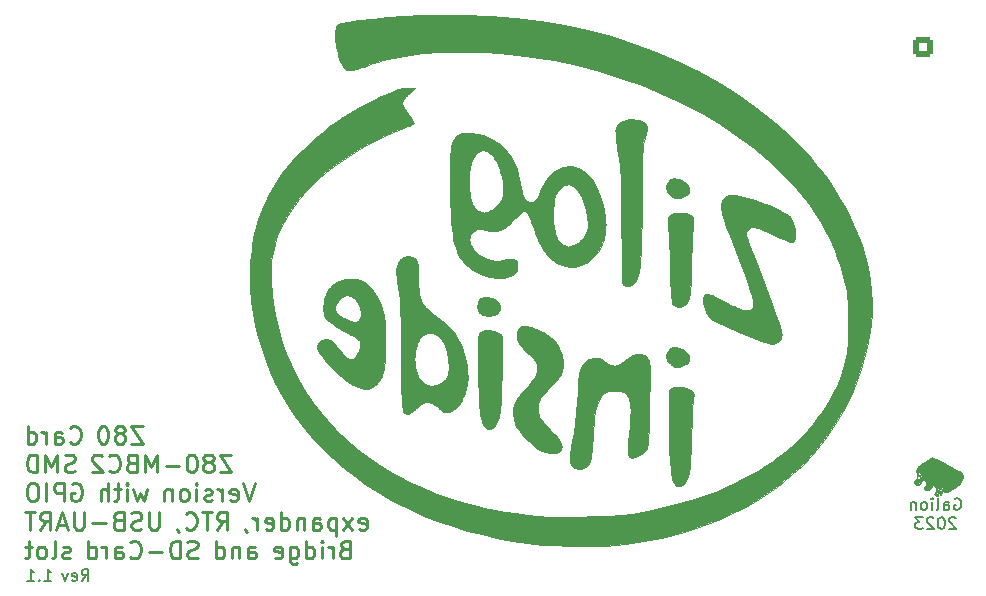
<source format=gbo>
%TF.GenerationSoftware,KiCad,Pcbnew,7.0.0*%
%TF.CreationDate,2023-03-04T18:46:55+01:00*%
%TF.ProjectId,Z80Card,5a383043-6172-4642-9e6b-696361645f70,1.1*%
%TF.SameCoordinates,Original*%
%TF.FileFunction,Legend,Bot*%
%TF.FilePolarity,Positive*%
%FSLAX46Y46*%
G04 Gerber Fmt 4.6, Leading zero omitted, Abs format (unit mm)*
G04 Created by KiCad (PCBNEW 7.0.0) date 2023-03-04 18:46:55*
%MOMM*%
%LPD*%
G01*
G04 APERTURE LIST*
G04 Aperture macros list*
%AMRoundRect*
0 Rectangle with rounded corners*
0 $1 Rounding radius*
0 $2 $3 $4 $5 $6 $7 $8 $9 X,Y pos of 4 corners*
0 Add a 4 corners polygon primitive as box body*
4,1,4,$2,$3,$4,$5,$6,$7,$8,$9,$2,$3,0*
0 Add four circle primitives for the rounded corners*
1,1,$1+$1,$2,$3*
1,1,$1+$1,$4,$5*
1,1,$1+$1,$6,$7*
1,1,$1+$1,$8,$9*
0 Add four rect primitives between the rounded corners*
20,1,$1+$1,$2,$3,$4,$5,0*
20,1,$1+$1,$4,$5,$6,$7,0*
20,1,$1+$1,$6,$7,$8,$9,0*
20,1,$1+$1,$8,$9,$2,$3,0*%
%AMHorizOval*
0 Thick line with rounded ends*
0 $1 width*
0 $2 $3 position (X,Y) of the first rounded end (center of the circle)*
0 $4 $5 position (X,Y) of the second rounded end (center of the circle)*
0 Add line between two ends*
20,1,$1,$2,$3,$4,$5,0*
0 Add two circle primitives to create the rounded ends*
1,1,$1,$2,$3*
1,1,$1,$4,$5*%
G04 Aperture macros list end*
%ADD10C,0.150000*%
%ADD11C,0.100000*%
%ADD12C,0.250000*%
%ADD13C,0.011561*%
%ADD14RoundRect,0.250000X0.848528X0.000000X0.000000X0.848528X-0.848528X0.000000X0.000000X-0.848528X0*%
%ADD15C,1.700000*%
%ADD16RoundRect,0.250000X-0.600000X-0.600000X0.600000X-0.600000X0.600000X0.600000X-0.600000X0.600000X0*%
%ADD17C,1.100000*%
%ADD18HorizOval,1.900000X-0.565685X0.565685X0.565685X-0.565685X0*%
%ADD19C,1.000000*%
G04 APERTURE END LIST*
D10*
X109940476Y-121067380D02*
X110273809Y-120591190D01*
X110511904Y-121067380D02*
X110511904Y-120067380D01*
X110511904Y-120067380D02*
X110130952Y-120067380D01*
X110130952Y-120067380D02*
X110035714Y-120115000D01*
X110035714Y-120115000D02*
X109988095Y-120162619D01*
X109988095Y-120162619D02*
X109940476Y-120257857D01*
X109940476Y-120257857D02*
X109940476Y-120400714D01*
X109940476Y-120400714D02*
X109988095Y-120495952D01*
X109988095Y-120495952D02*
X110035714Y-120543571D01*
X110035714Y-120543571D02*
X110130952Y-120591190D01*
X110130952Y-120591190D02*
X110511904Y-120591190D01*
X109130952Y-121019761D02*
X109226190Y-121067380D01*
X109226190Y-121067380D02*
X109416666Y-121067380D01*
X109416666Y-121067380D02*
X109511904Y-121019761D01*
X109511904Y-121019761D02*
X109559523Y-120924523D01*
X109559523Y-120924523D02*
X109559523Y-120543571D01*
X109559523Y-120543571D02*
X109511904Y-120448333D01*
X109511904Y-120448333D02*
X109416666Y-120400714D01*
X109416666Y-120400714D02*
X109226190Y-120400714D01*
X109226190Y-120400714D02*
X109130952Y-120448333D01*
X109130952Y-120448333D02*
X109083333Y-120543571D01*
X109083333Y-120543571D02*
X109083333Y-120638809D01*
X109083333Y-120638809D02*
X109559523Y-120734047D01*
X108749999Y-120400714D02*
X108511904Y-121067380D01*
X108511904Y-121067380D02*
X108273809Y-120400714D01*
X106769047Y-121067380D02*
X107340475Y-121067380D01*
X107054761Y-121067380D02*
X107054761Y-120067380D01*
X107054761Y-120067380D02*
X107149999Y-120210238D01*
X107149999Y-120210238D02*
X107245237Y-120305476D01*
X107245237Y-120305476D02*
X107340475Y-120353095D01*
X106340475Y-120972142D02*
X106292856Y-121019761D01*
X106292856Y-121019761D02*
X106340475Y-121067380D01*
X106340475Y-121067380D02*
X106388094Y-121019761D01*
X106388094Y-121019761D02*
X106340475Y-120972142D01*
X106340475Y-120972142D02*
X106340475Y-121067380D01*
X105340476Y-121067380D02*
X105911904Y-121067380D01*
X105626190Y-121067380D02*
X105626190Y-120067380D01*
X105626190Y-120067380D02*
X105721428Y-120210238D01*
X105721428Y-120210238D02*
X105816666Y-120305476D01*
X105816666Y-120305476D02*
X105911904Y-120353095D01*
D11*
G36*
X165124358Y-88389133D02*
G01*
X165337300Y-88406791D01*
X165599818Y-88452080D01*
X165903811Y-88521885D01*
X166241182Y-88613091D01*
X166603830Y-88722585D01*
X166983657Y-88847250D01*
X167372564Y-88983973D01*
X167762452Y-89129637D01*
X168145222Y-89281130D01*
X168512774Y-89435334D01*
X168857010Y-89589137D01*
X169169831Y-89739423D01*
X169443137Y-89883076D01*
X169668830Y-90016984D01*
X169838811Y-90138029D01*
X169900378Y-90192756D01*
X169944980Y-90243099D01*
X169991888Y-90314946D01*
X170038058Y-90402561D01*
X170083016Y-90503762D01*
X170126286Y-90616369D01*
X170167394Y-90738198D01*
X170205865Y-90867068D01*
X170241224Y-91000799D01*
X170272997Y-91137208D01*
X170300708Y-91274113D01*
X170323882Y-91409333D01*
X170342046Y-91540686D01*
X170354723Y-91665990D01*
X170361440Y-91783065D01*
X170361722Y-91889728D01*
X170355093Y-91983797D01*
X170341079Y-92063091D01*
X170336599Y-92079924D01*
X170331671Y-92096544D01*
X170326312Y-92112929D01*
X170320540Y-92129059D01*
X170307830Y-92160467D01*
X170293682Y-92190600D01*
X170278239Y-92219291D01*
X170261643Y-92246369D01*
X170244035Y-92271668D01*
X170234897Y-92283598D01*
X170225560Y-92295019D01*
X170216041Y-92305911D01*
X170206358Y-92316253D01*
X170196529Y-92326023D01*
X170186572Y-92335202D01*
X170176504Y-92343767D01*
X170166344Y-92351697D01*
X170156110Y-92358972D01*
X170145818Y-92365571D01*
X170135486Y-92371472D01*
X170125134Y-92376655D01*
X170114778Y-92381098D01*
X170104435Y-92384781D01*
X170094125Y-92387681D01*
X170083864Y-92389779D01*
X170073671Y-92391053D01*
X170063563Y-92391483D01*
X170037030Y-92388350D01*
X169998173Y-92379158D01*
X169886522Y-92343836D01*
X169734676Y-92287993D01*
X169548701Y-92214105D01*
X169334661Y-92124650D01*
X169098622Y-92022104D01*
X168846649Y-91908944D01*
X168584807Y-91787647D01*
X168306108Y-91657563D01*
X168054136Y-91542343D01*
X167827195Y-91441585D01*
X167623587Y-91354886D01*
X167441616Y-91281841D01*
X167358215Y-91250313D01*
X167279586Y-91222048D01*
X167205519Y-91196995D01*
X167135800Y-91175104D01*
X167070218Y-91156324D01*
X167008561Y-91140605D01*
X166950616Y-91127896D01*
X166896172Y-91118147D01*
X166845017Y-91111308D01*
X166796938Y-91107329D01*
X166751723Y-91106158D01*
X166709160Y-91107746D01*
X166669038Y-91112041D01*
X166631143Y-91118995D01*
X166595265Y-91128555D01*
X166561190Y-91140673D01*
X166528707Y-91155296D01*
X166497604Y-91172376D01*
X166467668Y-91191862D01*
X166438688Y-91213702D01*
X166410452Y-91237848D01*
X166382747Y-91264247D01*
X166329750Y-91319424D01*
X166284551Y-91372579D01*
X166247409Y-91425583D01*
X166218578Y-91480307D01*
X166198317Y-91538622D01*
X166186881Y-91602399D01*
X166184528Y-91673509D01*
X166191514Y-91753822D01*
X166208097Y-91845210D01*
X166234533Y-91949544D01*
X166271079Y-92068694D01*
X166317991Y-92204531D01*
X166375527Y-92358927D01*
X166443943Y-92533753D01*
X166614444Y-92952175D01*
X167025894Y-93972547D01*
X167460270Y-95092548D01*
X167893596Y-96245421D01*
X168301897Y-97364410D01*
X168661200Y-98382758D01*
X168947527Y-99233709D01*
X169136906Y-99850506D01*
X169187746Y-100050235D01*
X169205359Y-100166393D01*
X169204220Y-100217297D01*
X169200800Y-100266529D01*
X169195095Y-100314096D01*
X169187102Y-100360007D01*
X169176816Y-100404268D01*
X169164235Y-100446887D01*
X169149354Y-100487874D01*
X169141051Y-100507756D01*
X169132171Y-100527234D01*
X169122714Y-100546306D01*
X169112680Y-100564976D01*
X169102068Y-100583242D01*
X169090879Y-100601107D01*
X169079110Y-100618572D01*
X169066763Y-100635636D01*
X169053836Y-100652302D01*
X169040330Y-100668570D01*
X169026242Y-100684441D01*
X169011574Y-100699917D01*
X168996325Y-100714997D01*
X168980494Y-100729684D01*
X168947084Y-100757880D01*
X168911342Y-100784511D01*
X168911349Y-100784496D01*
X168880594Y-100805474D01*
X168849122Y-100825865D01*
X168817165Y-100845561D01*
X168784952Y-100864458D01*
X168752713Y-100882450D01*
X168720680Y-100899432D01*
X168689081Y-100915297D01*
X168658148Y-100929941D01*
X168628110Y-100943257D01*
X168599198Y-100955140D01*
X168571642Y-100965485D01*
X168545673Y-100974186D01*
X168521520Y-100981137D01*
X168499414Y-100986233D01*
X168479585Y-100989368D01*
X168462264Y-100990436D01*
X168303873Y-100970956D01*
X168072344Y-100915420D01*
X167778307Y-100828189D01*
X167432391Y-100713620D01*
X166627439Y-100419905D01*
X165742523Y-100069147D01*
X164862674Y-99696214D01*
X164072928Y-99335979D01*
X163738416Y-99171519D01*
X163458318Y-99023310D01*
X163243262Y-98895711D01*
X163103877Y-98793079D01*
X163046769Y-98733067D01*
X162989909Y-98657553D01*
X162933908Y-98568489D01*
X162879379Y-98467828D01*
X162826933Y-98357523D01*
X162777182Y-98239526D01*
X162730739Y-98115789D01*
X162688216Y-97988266D01*
X162650223Y-97858908D01*
X162617375Y-97729668D01*
X162590282Y-97602500D01*
X162569556Y-97479354D01*
X162555809Y-97362185D01*
X162549655Y-97252944D01*
X162551703Y-97153585D01*
X162562568Y-97066059D01*
X162581451Y-96988291D01*
X162606803Y-96922393D01*
X162622223Y-96893948D01*
X162639642Y-96868534D01*
X162659190Y-96846172D01*
X162680992Y-96826884D01*
X162705177Y-96810691D01*
X162731872Y-96797614D01*
X162761206Y-96787675D01*
X162793305Y-96780895D01*
X162828297Y-96777295D01*
X162866310Y-96776897D01*
X162951909Y-96785790D01*
X163051123Y-96807745D01*
X163164974Y-96842932D01*
X163294481Y-96891521D01*
X163440667Y-96953684D01*
X163604552Y-97029590D01*
X163787158Y-97119410D01*
X164212615Y-97341472D01*
X164558793Y-97523267D01*
X164721287Y-97605586D01*
X164876851Y-97682197D01*
X165025584Y-97753108D01*
X165167586Y-97818325D01*
X165302958Y-97877857D01*
X165431798Y-97931711D01*
X165554207Y-97979895D01*
X165670284Y-98022417D01*
X165780130Y-98059283D01*
X165883844Y-98090502D01*
X165981525Y-98116081D01*
X166073275Y-98136028D01*
X166159192Y-98150351D01*
X166239376Y-98159056D01*
X166313927Y-98162153D01*
X166382946Y-98159647D01*
X166446531Y-98151547D01*
X166504782Y-98137861D01*
X166557800Y-98118596D01*
X166582377Y-98106874D01*
X166605684Y-98093760D01*
X166627732Y-98079255D01*
X166648534Y-98063360D01*
X166668102Y-98046076D01*
X166686450Y-98027404D01*
X166703588Y-98007345D01*
X166719531Y-97985900D01*
X166747877Y-97938855D01*
X166771589Y-97886276D01*
X166790766Y-97828172D01*
X166805507Y-97764550D01*
X166815913Y-97695418D01*
X166822084Y-97620783D01*
X166824119Y-97540653D01*
X166816996Y-97447709D01*
X166795603Y-97323646D01*
X166709855Y-96981735D01*
X166566575Y-96514062D01*
X166365463Y-95919768D01*
X166106217Y-95197993D01*
X165788539Y-94347879D01*
X164976680Y-92259197D01*
X164808936Y-91831184D01*
X164659664Y-91440482D01*
X164528443Y-91084965D01*
X164414855Y-90762509D01*
X164318482Y-90470992D01*
X164238904Y-90208287D01*
X164175704Y-89972272D01*
X164150114Y-89863609D01*
X164128461Y-89760822D01*
X164110694Y-89663645D01*
X164096758Y-89571813D01*
X164086603Y-89485060D01*
X164080176Y-89403121D01*
X164077425Y-89325731D01*
X164078296Y-89252623D01*
X164082739Y-89183532D01*
X164090699Y-89118193D01*
X164102126Y-89056340D01*
X164116967Y-88997708D01*
X164135170Y-88942031D01*
X164156681Y-88889043D01*
X164181449Y-88838480D01*
X164209422Y-88790076D01*
X164240547Y-88743564D01*
X164274772Y-88698680D01*
X164313020Y-88653273D01*
X164350971Y-88612170D01*
X164389111Y-88575194D01*
X164427930Y-88542166D01*
X164467915Y-88512909D01*
X164509556Y-88487246D01*
X164553338Y-88464998D01*
X164599752Y-88445988D01*
X164649285Y-88430038D01*
X164702426Y-88416970D01*
X164759662Y-88406607D01*
X164821481Y-88398770D01*
X164888372Y-88393282D01*
X164960823Y-88389965D01*
X165039323Y-88388641D01*
X165124358Y-88389133D01*
G37*
X165124358Y-88389133D02*
X165337300Y-88406791D01*
X165599818Y-88452080D01*
X165903811Y-88521885D01*
X166241182Y-88613091D01*
X166603830Y-88722585D01*
X166983657Y-88847250D01*
X167372564Y-88983973D01*
X167762452Y-89129637D01*
X168145222Y-89281130D01*
X168512774Y-89435334D01*
X168857010Y-89589137D01*
X169169831Y-89739423D01*
X169443137Y-89883076D01*
X169668830Y-90016984D01*
X169838811Y-90138029D01*
X169900378Y-90192756D01*
X169944980Y-90243099D01*
X169991888Y-90314946D01*
X170038058Y-90402561D01*
X170083016Y-90503762D01*
X170126286Y-90616369D01*
X170167394Y-90738198D01*
X170205865Y-90867068D01*
X170241224Y-91000799D01*
X170272997Y-91137208D01*
X170300708Y-91274113D01*
X170323882Y-91409333D01*
X170342046Y-91540686D01*
X170354723Y-91665990D01*
X170361440Y-91783065D01*
X170361722Y-91889728D01*
X170355093Y-91983797D01*
X170341079Y-92063091D01*
X170336599Y-92079924D01*
X170331671Y-92096544D01*
X170326312Y-92112929D01*
X170320540Y-92129059D01*
X170307830Y-92160467D01*
X170293682Y-92190600D01*
X170278239Y-92219291D01*
X170261643Y-92246369D01*
X170244035Y-92271668D01*
X170234897Y-92283598D01*
X170225560Y-92295019D01*
X170216041Y-92305911D01*
X170206358Y-92316253D01*
X170196529Y-92326023D01*
X170186572Y-92335202D01*
X170176504Y-92343767D01*
X170166344Y-92351697D01*
X170156110Y-92358972D01*
X170145818Y-92365571D01*
X170135486Y-92371472D01*
X170125134Y-92376655D01*
X170114778Y-92381098D01*
X170104435Y-92384781D01*
X170094125Y-92387681D01*
X170083864Y-92389779D01*
X170073671Y-92391053D01*
X170063563Y-92391483D01*
X170037030Y-92388350D01*
X169998173Y-92379158D01*
X169886522Y-92343836D01*
X169734676Y-92287993D01*
X169548701Y-92214105D01*
X169334661Y-92124650D01*
X169098622Y-92022104D01*
X168846649Y-91908944D01*
X168584807Y-91787647D01*
X168306108Y-91657563D01*
X168054136Y-91542343D01*
X167827195Y-91441585D01*
X167623587Y-91354886D01*
X167441616Y-91281841D01*
X167358215Y-91250313D01*
X167279586Y-91222048D01*
X167205519Y-91196995D01*
X167135800Y-91175104D01*
X167070218Y-91156324D01*
X167008561Y-91140605D01*
X166950616Y-91127896D01*
X166896172Y-91118147D01*
X166845017Y-91111308D01*
X166796938Y-91107329D01*
X166751723Y-91106158D01*
X166709160Y-91107746D01*
X166669038Y-91112041D01*
X166631143Y-91118995D01*
X166595265Y-91128555D01*
X166561190Y-91140673D01*
X166528707Y-91155296D01*
X166497604Y-91172376D01*
X166467668Y-91191862D01*
X166438688Y-91213702D01*
X166410452Y-91237848D01*
X166382747Y-91264247D01*
X166329750Y-91319424D01*
X166284551Y-91372579D01*
X166247409Y-91425583D01*
X166218578Y-91480307D01*
X166198317Y-91538622D01*
X166186881Y-91602399D01*
X166184528Y-91673509D01*
X166191514Y-91753822D01*
X166208097Y-91845210D01*
X166234533Y-91949544D01*
X166271079Y-92068694D01*
X166317991Y-92204531D01*
X166375527Y-92358927D01*
X166443943Y-92533753D01*
X166614444Y-92952175D01*
X167025894Y-93972547D01*
X167460270Y-95092548D01*
X167893596Y-96245421D01*
X168301897Y-97364410D01*
X168661200Y-98382758D01*
X168947527Y-99233709D01*
X169136906Y-99850506D01*
X169187746Y-100050235D01*
X169205359Y-100166393D01*
X169204220Y-100217297D01*
X169200800Y-100266529D01*
X169195095Y-100314096D01*
X169187102Y-100360007D01*
X169176816Y-100404268D01*
X169164235Y-100446887D01*
X169149354Y-100487874D01*
X169141051Y-100507756D01*
X169132171Y-100527234D01*
X169122714Y-100546306D01*
X169112680Y-100564976D01*
X169102068Y-100583242D01*
X169090879Y-100601107D01*
X169079110Y-100618572D01*
X169066763Y-100635636D01*
X169053836Y-100652302D01*
X169040330Y-100668570D01*
X169026242Y-100684441D01*
X169011574Y-100699917D01*
X168996325Y-100714997D01*
X168980494Y-100729684D01*
X168947084Y-100757880D01*
X168911342Y-100784511D01*
X168911349Y-100784496D01*
X168880594Y-100805474D01*
X168849122Y-100825865D01*
X168817165Y-100845561D01*
X168784952Y-100864458D01*
X168752713Y-100882450D01*
X168720680Y-100899432D01*
X168689081Y-100915297D01*
X168658148Y-100929941D01*
X168628110Y-100943257D01*
X168599198Y-100955140D01*
X168571642Y-100965485D01*
X168545673Y-100974186D01*
X168521520Y-100981137D01*
X168499414Y-100986233D01*
X168479585Y-100989368D01*
X168462264Y-100990436D01*
X168303873Y-100970956D01*
X168072344Y-100915420D01*
X167778307Y-100828189D01*
X167432391Y-100713620D01*
X166627439Y-100419905D01*
X165742523Y-100069147D01*
X164862674Y-99696214D01*
X164072928Y-99335979D01*
X163738416Y-99171519D01*
X163458318Y-99023310D01*
X163243262Y-98895711D01*
X163103877Y-98793079D01*
X163046769Y-98733067D01*
X162989909Y-98657553D01*
X162933908Y-98568489D01*
X162879379Y-98467828D01*
X162826933Y-98357523D01*
X162777182Y-98239526D01*
X162730739Y-98115789D01*
X162688216Y-97988266D01*
X162650223Y-97858908D01*
X162617375Y-97729668D01*
X162590282Y-97602500D01*
X162569556Y-97479354D01*
X162555809Y-97362185D01*
X162549655Y-97252944D01*
X162551703Y-97153585D01*
X162562568Y-97066059D01*
X162581451Y-96988291D01*
X162606803Y-96922393D01*
X162622223Y-96893948D01*
X162639642Y-96868534D01*
X162659190Y-96846172D01*
X162680992Y-96826884D01*
X162705177Y-96810691D01*
X162731872Y-96797614D01*
X162761206Y-96787675D01*
X162793305Y-96780895D01*
X162828297Y-96777295D01*
X162866310Y-96776897D01*
X162951909Y-96785790D01*
X163051123Y-96807745D01*
X163164974Y-96842932D01*
X163294481Y-96891521D01*
X163440667Y-96953684D01*
X163604552Y-97029590D01*
X163787158Y-97119410D01*
X164212615Y-97341472D01*
X164558793Y-97523267D01*
X164721287Y-97605586D01*
X164876851Y-97682197D01*
X165025584Y-97753108D01*
X165167586Y-97818325D01*
X165302958Y-97877857D01*
X165431798Y-97931711D01*
X165554207Y-97979895D01*
X165670284Y-98022417D01*
X165780130Y-98059283D01*
X165883844Y-98090502D01*
X165981525Y-98116081D01*
X166073275Y-98136028D01*
X166159192Y-98150351D01*
X166239376Y-98159056D01*
X166313927Y-98162153D01*
X166382946Y-98159647D01*
X166446531Y-98151547D01*
X166504782Y-98137861D01*
X166557800Y-98118596D01*
X166582377Y-98106874D01*
X166605684Y-98093760D01*
X166627732Y-98079255D01*
X166648534Y-98063360D01*
X166668102Y-98046076D01*
X166686450Y-98027404D01*
X166703588Y-98007345D01*
X166719531Y-97985900D01*
X166747877Y-97938855D01*
X166771589Y-97886276D01*
X166790766Y-97828172D01*
X166805507Y-97764550D01*
X166815913Y-97695418D01*
X166822084Y-97620783D01*
X166824119Y-97540653D01*
X166816996Y-97447709D01*
X166795603Y-97323646D01*
X166709855Y-96981735D01*
X166566575Y-96514062D01*
X166365463Y-95919768D01*
X166106217Y-95197993D01*
X165788539Y-94347879D01*
X164976680Y-92259197D01*
X164808936Y-91831184D01*
X164659664Y-91440482D01*
X164528443Y-91084965D01*
X164414855Y-90762509D01*
X164318482Y-90470992D01*
X164238904Y-90208287D01*
X164175704Y-89972272D01*
X164150114Y-89863609D01*
X164128461Y-89760822D01*
X164110694Y-89663645D01*
X164096758Y-89571813D01*
X164086603Y-89485060D01*
X164080176Y-89403121D01*
X164077425Y-89325731D01*
X164078296Y-89252623D01*
X164082739Y-89183532D01*
X164090699Y-89118193D01*
X164102126Y-89056340D01*
X164116967Y-88997708D01*
X164135170Y-88942031D01*
X164156681Y-88889043D01*
X164181449Y-88838480D01*
X164209422Y-88790076D01*
X164240547Y-88743564D01*
X164274772Y-88698680D01*
X164313020Y-88653273D01*
X164350971Y-88612170D01*
X164389111Y-88575194D01*
X164427930Y-88542166D01*
X164467915Y-88512909D01*
X164509556Y-88487246D01*
X164553338Y-88464998D01*
X164599752Y-88445988D01*
X164649285Y-88430038D01*
X164702426Y-88416970D01*
X164759662Y-88406607D01*
X164821481Y-88398770D01*
X164888372Y-88393282D01*
X164960823Y-88389965D01*
X165039323Y-88388641D01*
X165124358Y-88389133D01*
G36*
X156629944Y-81988688D02*
G01*
X156802764Y-82002120D01*
X156977988Y-82028876D01*
X157154418Y-82069404D01*
X157274434Y-82105301D01*
X157381230Y-82145250D01*
X157475039Y-82189990D01*
X157517146Y-82214388D01*
X157556094Y-82240261D01*
X157591911Y-82267702D01*
X157624628Y-82296803D01*
X157654272Y-82327657D01*
X157680873Y-82360356D01*
X157704461Y-82394993D01*
X157725063Y-82431659D01*
X157742710Y-82470448D01*
X157757431Y-82511452D01*
X157769254Y-82554764D01*
X157778209Y-82600475D01*
X157784324Y-82648679D01*
X157787630Y-82699467D01*
X157788154Y-82752933D01*
X157785927Y-82809169D01*
X157773332Y-82930319D01*
X157750080Y-83063658D01*
X157716402Y-83209926D01*
X157672531Y-83369861D01*
X157618701Y-83544204D01*
X157551532Y-83788098D01*
X157497930Y-84084314D01*
X157456094Y-84471960D01*
X157424220Y-84990142D01*
X157400508Y-85677965D01*
X157383153Y-86574536D01*
X157360309Y-89150348D01*
X157345327Y-90890712D01*
X157334213Y-91627325D01*
X157319941Y-92282408D01*
X157301954Y-92861597D01*
X157279695Y-93370528D01*
X157252607Y-93814839D01*
X157220132Y-94200165D01*
X157181714Y-94532144D01*
X157160102Y-94679890D01*
X157136796Y-94816412D01*
X157111725Y-94942416D01*
X157084820Y-95058606D01*
X157056011Y-95165686D01*
X157025229Y-95264361D01*
X156992404Y-95355336D01*
X156957467Y-95439315D01*
X156920348Y-95517003D01*
X156880976Y-95589105D01*
X156839283Y-95656324D01*
X156795200Y-95719366D01*
X156748655Y-95778934D01*
X156699580Y-95835735D01*
X156699576Y-95835735D01*
X156674011Y-95862471D01*
X156647061Y-95887786D01*
X156618838Y-95911667D01*
X156589456Y-95934104D01*
X156559027Y-95955086D01*
X156527663Y-95974600D01*
X156495477Y-95992637D01*
X156462582Y-96009184D01*
X156429089Y-96024230D01*
X156395112Y-96037765D01*
X156360763Y-96049777D01*
X156326155Y-96060254D01*
X156291401Y-96069186D01*
X156256611Y-96076561D01*
X156221901Y-96082368D01*
X156187381Y-96086596D01*
X156153164Y-96089233D01*
X156119364Y-96090269D01*
X156086091Y-96089692D01*
X156053460Y-96087490D01*
X156021583Y-96083653D01*
X155990572Y-96078170D01*
X155960539Y-96071028D01*
X155931598Y-96062217D01*
X155903860Y-96051726D01*
X155877439Y-96039544D01*
X155852446Y-96025658D01*
X155828995Y-96010058D01*
X155807198Y-95992733D01*
X155787168Y-95973672D01*
X155769016Y-95952862D01*
X155752856Y-95930294D01*
X155731381Y-95802572D01*
X155711267Y-95500734D01*
X155676910Y-94453383D01*
X155653368Y-92945595D01*
X155644225Y-91134723D01*
X155641812Y-89741085D01*
X155634388Y-88620117D01*
X155619708Y-87722312D01*
X155595522Y-86998167D01*
X155579162Y-86685745D01*
X155559582Y-86398174D01*
X155536503Y-86129265D01*
X155509641Y-85872830D01*
X155443451Y-85372628D01*
X155358764Y-84848064D01*
X155303256Y-84507786D01*
X155254256Y-84175775D01*
X155212637Y-83860337D01*
X155179273Y-83569783D01*
X155155036Y-83312419D01*
X155140800Y-83096553D01*
X155137705Y-83006778D01*
X155137438Y-82930493D01*
X155140108Y-82868737D01*
X155145823Y-82822548D01*
X155159907Y-82762148D01*
X155178627Y-82703566D01*
X155201832Y-82646858D01*
X155229373Y-82592080D01*
X155261102Y-82539288D01*
X155296868Y-82488539D01*
X155336522Y-82439888D01*
X155379915Y-82393390D01*
X155426897Y-82349104D01*
X155477318Y-82307083D01*
X155587884Y-82230065D01*
X155710415Y-82162784D01*
X155843717Y-82105689D01*
X155986593Y-82059228D01*
X156137850Y-82023849D01*
X156296291Y-82000000D01*
X156460721Y-81988131D01*
X156629944Y-81988688D01*
G37*
X156629944Y-81988688D02*
X156802764Y-82002120D01*
X156977988Y-82028876D01*
X157154418Y-82069404D01*
X157274434Y-82105301D01*
X157381230Y-82145250D01*
X157475039Y-82189990D01*
X157517146Y-82214388D01*
X157556094Y-82240261D01*
X157591911Y-82267702D01*
X157624628Y-82296803D01*
X157654272Y-82327657D01*
X157680873Y-82360356D01*
X157704461Y-82394993D01*
X157725063Y-82431659D01*
X157742710Y-82470448D01*
X157757431Y-82511452D01*
X157769254Y-82554764D01*
X157778209Y-82600475D01*
X157784324Y-82648679D01*
X157787630Y-82699467D01*
X157788154Y-82752933D01*
X157785927Y-82809169D01*
X157773332Y-82930319D01*
X157750080Y-83063658D01*
X157716402Y-83209926D01*
X157672531Y-83369861D01*
X157618701Y-83544204D01*
X157551532Y-83788098D01*
X157497930Y-84084314D01*
X157456094Y-84471960D01*
X157424220Y-84990142D01*
X157400508Y-85677965D01*
X157383153Y-86574536D01*
X157360309Y-89150348D01*
X157345327Y-90890712D01*
X157334213Y-91627325D01*
X157319941Y-92282408D01*
X157301954Y-92861597D01*
X157279695Y-93370528D01*
X157252607Y-93814839D01*
X157220132Y-94200165D01*
X157181714Y-94532144D01*
X157160102Y-94679890D01*
X157136796Y-94816412D01*
X157111725Y-94942416D01*
X157084820Y-95058606D01*
X157056011Y-95165686D01*
X157025229Y-95264361D01*
X156992404Y-95355336D01*
X156957467Y-95439315D01*
X156920348Y-95517003D01*
X156880976Y-95589105D01*
X156839283Y-95656324D01*
X156795200Y-95719366D01*
X156748655Y-95778934D01*
X156699580Y-95835735D01*
X156699576Y-95835735D01*
X156674011Y-95862471D01*
X156647061Y-95887786D01*
X156618838Y-95911667D01*
X156589456Y-95934104D01*
X156559027Y-95955086D01*
X156527663Y-95974600D01*
X156495477Y-95992637D01*
X156462582Y-96009184D01*
X156429089Y-96024230D01*
X156395112Y-96037765D01*
X156360763Y-96049777D01*
X156326155Y-96060254D01*
X156291401Y-96069186D01*
X156256611Y-96076561D01*
X156221901Y-96082368D01*
X156187381Y-96086596D01*
X156153164Y-96089233D01*
X156119364Y-96090269D01*
X156086091Y-96089692D01*
X156053460Y-96087490D01*
X156021583Y-96083653D01*
X155990572Y-96078170D01*
X155960539Y-96071028D01*
X155931598Y-96062217D01*
X155903860Y-96051726D01*
X155877439Y-96039544D01*
X155852446Y-96025658D01*
X155828995Y-96010058D01*
X155807198Y-95992733D01*
X155787168Y-95973672D01*
X155769016Y-95952862D01*
X155752856Y-95930294D01*
X155731381Y-95802572D01*
X155711267Y-95500734D01*
X155676910Y-94453383D01*
X155653368Y-92945595D01*
X155644225Y-91134723D01*
X155641812Y-89741085D01*
X155634388Y-88620117D01*
X155619708Y-87722312D01*
X155595522Y-86998167D01*
X155579162Y-86685745D01*
X155559582Y-86398174D01*
X155536503Y-86129265D01*
X155509641Y-85872830D01*
X155443451Y-85372628D01*
X155358764Y-84848064D01*
X155303256Y-84507786D01*
X155254256Y-84175775D01*
X155212637Y-83860337D01*
X155179273Y-83569783D01*
X155155036Y-83312419D01*
X155140800Y-83096553D01*
X155137705Y-83006778D01*
X155137438Y-82930493D01*
X155140108Y-82868737D01*
X155145823Y-82822548D01*
X155159907Y-82762148D01*
X155178627Y-82703566D01*
X155201832Y-82646858D01*
X155229373Y-82592080D01*
X155261102Y-82539288D01*
X155296868Y-82488539D01*
X155336522Y-82439888D01*
X155379915Y-82393390D01*
X155426897Y-82349104D01*
X155477318Y-82307083D01*
X155587884Y-82230065D01*
X155710415Y-82162784D01*
X155843717Y-82105689D01*
X155986593Y-82059228D01*
X156137850Y-82023849D01*
X156296291Y-82000000D01*
X156460721Y-81988131D01*
X156629944Y-81988688D01*
G36*
X135488385Y-98423975D02*
G01*
X135520470Y-98555193D01*
X135571484Y-98828930D01*
X135609525Y-99124388D01*
X135636317Y-99458304D01*
X135653587Y-99847414D01*
X135663059Y-100308453D01*
X135666459Y-100858158D01*
X135664562Y-101256543D01*
X135657348Y-101624910D01*
X135644444Y-101964797D01*
X135625480Y-102277744D01*
X135600085Y-102565292D01*
X135567887Y-102828979D01*
X135528514Y-103070346D01*
X135506022Y-103183140D01*
X135481596Y-103290931D01*
X135455191Y-103393913D01*
X135426761Y-103492276D01*
X135396258Y-103586214D01*
X135363637Y-103675919D01*
X135328850Y-103761584D01*
X135291853Y-103843401D01*
X135252598Y-103921562D01*
X135211038Y-103996261D01*
X135167128Y-104067689D01*
X135120821Y-104136038D01*
X135072070Y-104201502D01*
X135020830Y-104264273D01*
X134967053Y-104324544D01*
X134910693Y-104382506D01*
X134851704Y-104438352D01*
X134790040Y-104492275D01*
X134790025Y-104492389D01*
X134697418Y-104566072D01*
X134605889Y-104629955D01*
X134514621Y-104684042D01*
X134422798Y-104728333D01*
X134329604Y-104762830D01*
X134234223Y-104787535D01*
X134135839Y-104802450D01*
X134033636Y-104807576D01*
X133926799Y-104802915D01*
X133814510Y-104788468D01*
X133695956Y-104764238D01*
X133570318Y-104730225D01*
X133436782Y-104686432D01*
X133294531Y-104632860D01*
X133142750Y-104569511D01*
X132980622Y-104496387D01*
X132863374Y-104438142D01*
X132741746Y-104370767D01*
X132487630Y-104211082D01*
X132222818Y-104022236D01*
X131951856Y-103809135D01*
X131679289Y-103576684D01*
X131409664Y-103329787D01*
X131147526Y-103073349D01*
X130897420Y-102812276D01*
X130663892Y-102551473D01*
X130451487Y-102295844D01*
X130264751Y-102050294D01*
X130108230Y-101819729D01*
X129986468Y-101609053D01*
X129940043Y-101512707D01*
X129904012Y-101423172D01*
X129878944Y-101341062D01*
X129865407Y-101266990D01*
X129863970Y-101201569D01*
X129875199Y-101145412D01*
X129898606Y-101084498D01*
X129925365Y-101027063D01*
X129955294Y-100973124D01*
X129988213Y-100922697D01*
X130023944Y-100875800D01*
X130062305Y-100832448D01*
X130103117Y-100792658D01*
X130146199Y-100756448D01*
X130191371Y-100723834D01*
X130238453Y-100694833D01*
X130287265Y-100669460D01*
X130337627Y-100647734D01*
X130389358Y-100629671D01*
X130442279Y-100615287D01*
X130496210Y-100604599D01*
X130550970Y-100597624D01*
X130606379Y-100594379D01*
X130662257Y-100594880D01*
X130718425Y-100599144D01*
X130774701Y-100607188D01*
X130830905Y-100619028D01*
X130886859Y-100634681D01*
X130942381Y-100654165D01*
X130997291Y-100677494D01*
X131051409Y-100704687D01*
X131104556Y-100735760D01*
X131156550Y-100770730D01*
X131207212Y-100809612D01*
X131256362Y-100852425D01*
X131303820Y-100899185D01*
X131349405Y-100949908D01*
X131392938Y-101004612D01*
X131495600Y-101139337D01*
X131598687Y-101269962D01*
X131701552Y-101395853D01*
X131803551Y-101516375D01*
X131904039Y-101630896D01*
X132002372Y-101738782D01*
X132097904Y-101839399D01*
X132189990Y-101932115D01*
X132277986Y-102016296D01*
X132361247Y-102091307D01*
X132439127Y-102156517D01*
X132510983Y-102211290D01*
X132576169Y-102254995D01*
X132606059Y-102272498D01*
X132634040Y-102286996D01*
X132660031Y-102298411D01*
X132683952Y-102306662D01*
X132705721Y-102311671D01*
X132725259Y-102313358D01*
X132764696Y-102310298D01*
X132804720Y-102301317D01*
X132845177Y-102286714D01*
X132885914Y-102266786D01*
X132926779Y-102241834D01*
X132967619Y-102212155D01*
X133008281Y-102178048D01*
X133048613Y-102139811D01*
X133127673Y-102052143D01*
X133203578Y-101951541D01*
X133275105Y-101840391D01*
X133341033Y-101721084D01*
X133400139Y-101596008D01*
X133451202Y-101467551D01*
X133492999Y-101338102D01*
X133524308Y-101210049D01*
X133543908Y-101085782D01*
X133548934Y-101025815D01*
X133550575Y-100967689D01*
X133548678Y-100911704D01*
X133543089Y-100858158D01*
X133533656Y-100807350D01*
X133520226Y-100759578D01*
X133508600Y-100739700D01*
X133485529Y-100714300D01*
X133451636Y-100683770D01*
X133407541Y-100648499D01*
X133291231Y-100565298D01*
X133141567Y-100467825D01*
X132963519Y-100359202D01*
X132762055Y-100242556D01*
X132542144Y-100121011D01*
X132308755Y-99997692D01*
X132068828Y-99869731D01*
X131830174Y-99734883D01*
X131599076Y-99597204D01*
X131381818Y-99460754D01*
X131184683Y-99329589D01*
X131095625Y-99267257D01*
X131013954Y-99207768D01*
X130940455Y-99151630D01*
X130875915Y-99099349D01*
X130821117Y-99051432D01*
X130776849Y-99008388D01*
X130718295Y-98946004D01*
X130666074Y-98887196D01*
X130619845Y-98830864D01*
X130579265Y-98775910D01*
X130543992Y-98721235D01*
X130513686Y-98665740D01*
X130488005Y-98608327D01*
X130466607Y-98547898D01*
X130449150Y-98483353D01*
X130435293Y-98413594D01*
X130424694Y-98337522D01*
X130417012Y-98254038D01*
X130411905Y-98162045D01*
X130409031Y-98060442D01*
X130408877Y-97972854D01*
X131382204Y-97972854D01*
X131384133Y-98018066D01*
X131389955Y-98062645D01*
X131399685Y-98106638D01*
X131413335Y-98150095D01*
X131430918Y-98193067D01*
X131452448Y-98235603D01*
X131477939Y-98277753D01*
X131507402Y-98319566D01*
X131540853Y-98361091D01*
X131578303Y-98402379D01*
X131619766Y-98443480D01*
X131665257Y-98484442D01*
X131714786Y-98525315D01*
X131768369Y-98566149D01*
X131826018Y-98606994D01*
X131887747Y-98647899D01*
X131953568Y-98688914D01*
X132023496Y-98730089D01*
X132097543Y-98771473D01*
X132097543Y-98771450D01*
X132166444Y-98808213D01*
X132236395Y-98843981D01*
X132306909Y-98878566D01*
X132377494Y-98911781D01*
X132447662Y-98943438D01*
X132516923Y-98973350D01*
X132584788Y-99001329D01*
X132650767Y-99027188D01*
X132714372Y-99050740D01*
X132775113Y-99071797D01*
X132832499Y-99090172D01*
X132886043Y-99105678D01*
X132935255Y-99118126D01*
X132979645Y-99127331D01*
X133018724Y-99133104D01*
X133052003Y-99135257D01*
X133112146Y-99132688D01*
X133168711Y-99123856D01*
X133221687Y-99109030D01*
X133271059Y-99088484D01*
X133316815Y-99062486D01*
X133358943Y-99031308D01*
X133397429Y-98995222D01*
X133432262Y-98954498D01*
X133463427Y-98909406D01*
X133490913Y-98860219D01*
X133514707Y-98807206D01*
X133534795Y-98750640D01*
X133551166Y-98690790D01*
X133563806Y-98627927D01*
X133572703Y-98562323D01*
X133577844Y-98494249D01*
X133579215Y-98423975D01*
X133576806Y-98351773D01*
X133560590Y-98202666D01*
X133529095Y-98049095D01*
X133482218Y-97893229D01*
X133419858Y-97737235D01*
X133382840Y-97659867D01*
X133341912Y-97583280D01*
X133297063Y-97507744D01*
X133248279Y-97433531D01*
X133195548Y-97360912D01*
X133138856Y-97290157D01*
X133095794Y-97240770D01*
X133052442Y-97194601D01*
X133008820Y-97151649D01*
X132964944Y-97111914D01*
X132920832Y-97075396D01*
X132876502Y-97042094D01*
X132831971Y-97012010D01*
X132787258Y-96985141D01*
X132742380Y-96961489D01*
X132697355Y-96941053D01*
X132652200Y-96923833D01*
X132606933Y-96909828D01*
X132561572Y-96899039D01*
X132516135Y-96891465D01*
X132470640Y-96887107D01*
X132425103Y-96885963D01*
X132379543Y-96888034D01*
X132333978Y-96893320D01*
X132288425Y-96901820D01*
X132242903Y-96913535D01*
X132197428Y-96928464D01*
X132152018Y-96946606D01*
X132106692Y-96967963D01*
X132061466Y-96992533D01*
X132016359Y-97020316D01*
X131971389Y-97051312D01*
X131926572Y-97085522D01*
X131881928Y-97122945D01*
X131837473Y-97163580D01*
X131793225Y-97207427D01*
X131749202Y-97254487D01*
X131705422Y-97304760D01*
X131657940Y-97362738D01*
X131614179Y-97419437D01*
X131574153Y-97474906D01*
X131537874Y-97529194D01*
X131505356Y-97582352D01*
X131476613Y-97634428D01*
X131451657Y-97685472D01*
X131430502Y-97735535D01*
X131413161Y-97784665D01*
X131399648Y-97832912D01*
X131389975Y-97880326D01*
X131384156Y-97926957D01*
X131382204Y-97972854D01*
X130408877Y-97972854D01*
X130408616Y-97824016D01*
X130411912Y-97702300D01*
X130419458Y-97583339D01*
X130431221Y-97467172D01*
X130447169Y-97353838D01*
X130467266Y-97243374D01*
X130491481Y-97135818D01*
X130519779Y-97031208D01*
X130552128Y-96929583D01*
X130588494Y-96830981D01*
X130628844Y-96735439D01*
X130673143Y-96642997D01*
X130721360Y-96553691D01*
X130773460Y-96467560D01*
X130829411Y-96384642D01*
X130889178Y-96304975D01*
X130952729Y-96228597D01*
X131020030Y-96155547D01*
X131091048Y-96085862D01*
X131165750Y-96019581D01*
X131244101Y-95956741D01*
X131326069Y-95897381D01*
X131411621Y-95841539D01*
X131500723Y-95789252D01*
X131593341Y-95740560D01*
X131689443Y-95695499D01*
X131788995Y-95654109D01*
X131891963Y-95616427D01*
X131998315Y-95582491D01*
X132108016Y-95552340D01*
X132221035Y-95526011D01*
X132337336Y-95503543D01*
X132456887Y-95484974D01*
X132578397Y-95471408D01*
X132698403Y-95464195D01*
X132816860Y-95463295D01*
X132933721Y-95468670D01*
X133048941Y-95480279D01*
X133162475Y-95498083D01*
X133274277Y-95522042D01*
X133384300Y-95552117D01*
X133492500Y-95588269D01*
X133598830Y-95630457D01*
X133703245Y-95678643D01*
X133805699Y-95732786D01*
X133906147Y-95792848D01*
X134004543Y-95858788D01*
X134100840Y-95930568D01*
X134194994Y-96008148D01*
X134286958Y-96091488D01*
X134376688Y-96180548D01*
X134464136Y-96275290D01*
X134549258Y-96375673D01*
X134712340Y-96593207D01*
X134865568Y-96832833D01*
X135008575Y-97094235D01*
X135140997Y-97377098D01*
X135262467Y-97681105D01*
X135372621Y-98005939D01*
X135454757Y-98286441D01*
X135488385Y-98423975D01*
G37*
X135488385Y-98423975D02*
X135520470Y-98555193D01*
X135571484Y-98828930D01*
X135609525Y-99124388D01*
X135636317Y-99458304D01*
X135653587Y-99847414D01*
X135663059Y-100308453D01*
X135666459Y-100858158D01*
X135664562Y-101256543D01*
X135657348Y-101624910D01*
X135644444Y-101964797D01*
X135625480Y-102277744D01*
X135600085Y-102565292D01*
X135567887Y-102828979D01*
X135528514Y-103070346D01*
X135506022Y-103183140D01*
X135481596Y-103290931D01*
X135455191Y-103393913D01*
X135426761Y-103492276D01*
X135396258Y-103586214D01*
X135363637Y-103675919D01*
X135328850Y-103761584D01*
X135291853Y-103843401D01*
X135252598Y-103921562D01*
X135211038Y-103996261D01*
X135167128Y-104067689D01*
X135120821Y-104136038D01*
X135072070Y-104201502D01*
X135020830Y-104264273D01*
X134967053Y-104324544D01*
X134910693Y-104382506D01*
X134851704Y-104438352D01*
X134790040Y-104492275D01*
X134790025Y-104492389D01*
X134697418Y-104566072D01*
X134605889Y-104629955D01*
X134514621Y-104684042D01*
X134422798Y-104728333D01*
X134329604Y-104762830D01*
X134234223Y-104787535D01*
X134135839Y-104802450D01*
X134033636Y-104807576D01*
X133926799Y-104802915D01*
X133814510Y-104788468D01*
X133695956Y-104764238D01*
X133570318Y-104730225D01*
X133436782Y-104686432D01*
X133294531Y-104632860D01*
X133142750Y-104569511D01*
X132980622Y-104496387D01*
X132863374Y-104438142D01*
X132741746Y-104370767D01*
X132487630Y-104211082D01*
X132222818Y-104022236D01*
X131951856Y-103809135D01*
X131679289Y-103576684D01*
X131409664Y-103329787D01*
X131147526Y-103073349D01*
X130897420Y-102812276D01*
X130663892Y-102551473D01*
X130451487Y-102295844D01*
X130264751Y-102050294D01*
X130108230Y-101819729D01*
X129986468Y-101609053D01*
X129940043Y-101512707D01*
X129904012Y-101423172D01*
X129878944Y-101341062D01*
X129865407Y-101266990D01*
X129863970Y-101201569D01*
X129875199Y-101145412D01*
X129898606Y-101084498D01*
X129925365Y-101027063D01*
X129955294Y-100973124D01*
X129988213Y-100922697D01*
X130023944Y-100875800D01*
X130062305Y-100832448D01*
X130103117Y-100792658D01*
X130146199Y-100756448D01*
X130191371Y-100723834D01*
X130238453Y-100694833D01*
X130287265Y-100669460D01*
X130337627Y-100647734D01*
X130389358Y-100629671D01*
X130442279Y-100615287D01*
X130496210Y-100604599D01*
X130550970Y-100597624D01*
X130606379Y-100594379D01*
X130662257Y-100594880D01*
X130718425Y-100599144D01*
X130774701Y-100607188D01*
X130830905Y-100619028D01*
X130886859Y-100634681D01*
X130942381Y-100654165D01*
X130997291Y-100677494D01*
X131051409Y-100704687D01*
X131104556Y-100735760D01*
X131156550Y-100770730D01*
X131207212Y-100809612D01*
X131256362Y-100852425D01*
X131303820Y-100899185D01*
X131349405Y-100949908D01*
X131392938Y-101004612D01*
X131495600Y-101139337D01*
X131598687Y-101269962D01*
X131701552Y-101395853D01*
X131803551Y-101516375D01*
X131904039Y-101630896D01*
X132002372Y-101738782D01*
X132097904Y-101839399D01*
X132189990Y-101932115D01*
X132277986Y-102016296D01*
X132361247Y-102091307D01*
X132439127Y-102156517D01*
X132510983Y-102211290D01*
X132576169Y-102254995D01*
X132606059Y-102272498D01*
X132634040Y-102286996D01*
X132660031Y-102298411D01*
X132683952Y-102306662D01*
X132705721Y-102311671D01*
X132725259Y-102313358D01*
X132764696Y-102310298D01*
X132804720Y-102301317D01*
X132845177Y-102286714D01*
X132885914Y-102266786D01*
X132926779Y-102241834D01*
X132967619Y-102212155D01*
X133008281Y-102178048D01*
X133048613Y-102139811D01*
X133127673Y-102052143D01*
X133203578Y-101951541D01*
X133275105Y-101840391D01*
X133341033Y-101721084D01*
X133400139Y-101596008D01*
X133451202Y-101467551D01*
X133492999Y-101338102D01*
X133524308Y-101210049D01*
X133543908Y-101085782D01*
X133548934Y-101025815D01*
X133550575Y-100967689D01*
X133548678Y-100911704D01*
X133543089Y-100858158D01*
X133533656Y-100807350D01*
X133520226Y-100759578D01*
X133508600Y-100739700D01*
X133485529Y-100714300D01*
X133451636Y-100683770D01*
X133407541Y-100648499D01*
X133291231Y-100565298D01*
X133141567Y-100467825D01*
X132963519Y-100359202D01*
X132762055Y-100242556D01*
X132542144Y-100121011D01*
X132308755Y-99997692D01*
X132068828Y-99869731D01*
X131830174Y-99734883D01*
X131599076Y-99597204D01*
X131381818Y-99460754D01*
X131184683Y-99329589D01*
X131095625Y-99267257D01*
X131013954Y-99207768D01*
X130940455Y-99151630D01*
X130875915Y-99099349D01*
X130821117Y-99051432D01*
X130776849Y-99008388D01*
X130718295Y-98946004D01*
X130666074Y-98887196D01*
X130619845Y-98830864D01*
X130579265Y-98775910D01*
X130543992Y-98721235D01*
X130513686Y-98665740D01*
X130488005Y-98608327D01*
X130466607Y-98547898D01*
X130449150Y-98483353D01*
X130435293Y-98413594D01*
X130424694Y-98337522D01*
X130417012Y-98254038D01*
X130411905Y-98162045D01*
X130409031Y-98060442D01*
X130408877Y-97972854D01*
X131382204Y-97972854D01*
X131384133Y-98018066D01*
X131389955Y-98062645D01*
X131399685Y-98106638D01*
X131413335Y-98150095D01*
X131430918Y-98193067D01*
X131452448Y-98235603D01*
X131477939Y-98277753D01*
X131507402Y-98319566D01*
X131540853Y-98361091D01*
X131578303Y-98402379D01*
X131619766Y-98443480D01*
X131665257Y-98484442D01*
X131714786Y-98525315D01*
X131768369Y-98566149D01*
X131826018Y-98606994D01*
X131887747Y-98647899D01*
X131953568Y-98688914D01*
X132023496Y-98730089D01*
X132097543Y-98771473D01*
X132097543Y-98771450D01*
X132166444Y-98808213D01*
X132236395Y-98843981D01*
X132306909Y-98878566D01*
X132377494Y-98911781D01*
X132447662Y-98943438D01*
X132516923Y-98973350D01*
X132584788Y-99001329D01*
X132650767Y-99027188D01*
X132714372Y-99050740D01*
X132775113Y-99071797D01*
X132832499Y-99090172D01*
X132886043Y-99105678D01*
X132935255Y-99118126D01*
X132979645Y-99127331D01*
X133018724Y-99133104D01*
X133052003Y-99135257D01*
X133112146Y-99132688D01*
X133168711Y-99123856D01*
X133221687Y-99109030D01*
X133271059Y-99088484D01*
X133316815Y-99062486D01*
X133358943Y-99031308D01*
X133397429Y-98995222D01*
X133432262Y-98954498D01*
X133463427Y-98909406D01*
X133490913Y-98860219D01*
X133514707Y-98807206D01*
X133534795Y-98750640D01*
X133551166Y-98690790D01*
X133563806Y-98627927D01*
X133572703Y-98562323D01*
X133577844Y-98494249D01*
X133579215Y-98423975D01*
X133576806Y-98351773D01*
X133560590Y-98202666D01*
X133529095Y-98049095D01*
X133482218Y-97893229D01*
X133419858Y-97737235D01*
X133382840Y-97659867D01*
X133341912Y-97583280D01*
X133297063Y-97507744D01*
X133248279Y-97433531D01*
X133195548Y-97360912D01*
X133138856Y-97290157D01*
X133095794Y-97240770D01*
X133052442Y-97194601D01*
X133008820Y-97151649D01*
X132964944Y-97111914D01*
X132920832Y-97075396D01*
X132876502Y-97042094D01*
X132831971Y-97012010D01*
X132787258Y-96985141D01*
X132742380Y-96961489D01*
X132697355Y-96941053D01*
X132652200Y-96923833D01*
X132606933Y-96909828D01*
X132561572Y-96899039D01*
X132516135Y-96891465D01*
X132470640Y-96887107D01*
X132425103Y-96885963D01*
X132379543Y-96888034D01*
X132333978Y-96893320D01*
X132288425Y-96901820D01*
X132242903Y-96913535D01*
X132197428Y-96928464D01*
X132152018Y-96946606D01*
X132106692Y-96967963D01*
X132061466Y-96992533D01*
X132016359Y-97020316D01*
X131971389Y-97051312D01*
X131926572Y-97085522D01*
X131881928Y-97122945D01*
X131837473Y-97163580D01*
X131793225Y-97207427D01*
X131749202Y-97254487D01*
X131705422Y-97304760D01*
X131657940Y-97362738D01*
X131614179Y-97419437D01*
X131574153Y-97474906D01*
X131537874Y-97529194D01*
X131505356Y-97582352D01*
X131476613Y-97634428D01*
X131451657Y-97685472D01*
X131430502Y-97735535D01*
X131413161Y-97784665D01*
X131399648Y-97832912D01*
X131389975Y-97880326D01*
X131384156Y-97926957D01*
X131382204Y-97972854D01*
X130408877Y-97972854D01*
X130408616Y-97824016D01*
X130411912Y-97702300D01*
X130419458Y-97583339D01*
X130431221Y-97467172D01*
X130447169Y-97353838D01*
X130467266Y-97243374D01*
X130491481Y-97135818D01*
X130519779Y-97031208D01*
X130552128Y-96929583D01*
X130588494Y-96830981D01*
X130628844Y-96735439D01*
X130673143Y-96642997D01*
X130721360Y-96553691D01*
X130773460Y-96467560D01*
X130829411Y-96384642D01*
X130889178Y-96304975D01*
X130952729Y-96228597D01*
X131020030Y-96155547D01*
X131091048Y-96085862D01*
X131165750Y-96019581D01*
X131244101Y-95956741D01*
X131326069Y-95897381D01*
X131411621Y-95841539D01*
X131500723Y-95789252D01*
X131593341Y-95740560D01*
X131689443Y-95695499D01*
X131788995Y-95654109D01*
X131891963Y-95616427D01*
X131998315Y-95582491D01*
X132108016Y-95552340D01*
X132221035Y-95526011D01*
X132337336Y-95503543D01*
X132456887Y-95484974D01*
X132578397Y-95471408D01*
X132698403Y-95464195D01*
X132816860Y-95463295D01*
X132933721Y-95468670D01*
X133048941Y-95480279D01*
X133162475Y-95498083D01*
X133274277Y-95522042D01*
X133384300Y-95552117D01*
X133492500Y-95588269D01*
X133598830Y-95630457D01*
X133703245Y-95678643D01*
X133805699Y-95732786D01*
X133906147Y-95792848D01*
X134004543Y-95858788D01*
X134100840Y-95930568D01*
X134194994Y-96008148D01*
X134286958Y-96091488D01*
X134376688Y-96180548D01*
X134464136Y-96275290D01*
X134549258Y-96375673D01*
X134712340Y-96593207D01*
X134865568Y-96832833D01*
X135008575Y-97094235D01*
X135140997Y-97377098D01*
X135262467Y-97681105D01*
X135372621Y-98005939D01*
X135454757Y-98286441D01*
X135488385Y-98423975D01*
G36*
X147161747Y-87923486D02*
G01*
X147161853Y-87923952D01*
X147202127Y-88088758D01*
X147221685Y-88163542D01*
X147240951Y-88233502D01*
X147259996Y-88298827D01*
X147278891Y-88359708D01*
X147297706Y-88416335D01*
X147316513Y-88468898D01*
X147335383Y-88517588D01*
X147354386Y-88562595D01*
X147373592Y-88604108D01*
X147393073Y-88642319D01*
X147412900Y-88677418D01*
X147433143Y-88709594D01*
X147453873Y-88739039D01*
X147475161Y-88765942D01*
X147497078Y-88790495D01*
X147519695Y-88812886D01*
X147543081Y-88833306D01*
X147567309Y-88851947D01*
X147592449Y-88868997D01*
X147618572Y-88884647D01*
X147645748Y-88899088D01*
X147674048Y-88912510D01*
X147715200Y-88929785D01*
X147756055Y-88944531D01*
X147796580Y-88956769D01*
X147836742Y-88966517D01*
X147876508Y-88973797D01*
X147915844Y-88978627D01*
X147954717Y-88981028D01*
X147993094Y-88981020D01*
X148030942Y-88978622D01*
X148068227Y-88973856D01*
X148104915Y-88966740D01*
X148140975Y-88957295D01*
X148176371Y-88945540D01*
X148211072Y-88931496D01*
X148245043Y-88915183D01*
X148278252Y-88896620D01*
X148310664Y-88875828D01*
X148342248Y-88852826D01*
X148372969Y-88827635D01*
X148402795Y-88800274D01*
X148431691Y-88770764D01*
X148459625Y-88739124D01*
X148486563Y-88705374D01*
X148512473Y-88669535D01*
X148537320Y-88631625D01*
X148561071Y-88591666D01*
X148583694Y-88549678D01*
X148605155Y-88505679D01*
X148625420Y-88459691D01*
X148644456Y-88411732D01*
X148662231Y-88361824D01*
X148678710Y-88309986D01*
X148724878Y-88169908D01*
X148780128Y-88026475D01*
X148843635Y-87880878D01*
X148914578Y-87734308D01*
X148992132Y-87587953D01*
X149075476Y-87443004D01*
X149163785Y-87300651D01*
X149256237Y-87162084D01*
X149352009Y-87028494D01*
X149450277Y-86901069D01*
X149550219Y-86781002D01*
X149651011Y-86669480D01*
X149751831Y-86567695D01*
X149851854Y-86476837D01*
X149950259Y-86398095D01*
X150046222Y-86332660D01*
X150192474Y-86247898D01*
X150338617Y-86174332D01*
X150484500Y-86111870D01*
X150629974Y-86060419D01*
X150774888Y-86019888D01*
X150919091Y-85990184D01*
X151062435Y-85971215D01*
X151204767Y-85962888D01*
X151345938Y-85965112D01*
X151485798Y-85977793D01*
X151624196Y-86000840D01*
X151760982Y-86034160D01*
X151896007Y-86077662D01*
X152029118Y-86131252D01*
X152160167Y-86194839D01*
X152289003Y-86268329D01*
X152415476Y-86351632D01*
X152539435Y-86444654D01*
X152660731Y-86547304D01*
X152779212Y-86659488D01*
X152894729Y-86781115D01*
X153007131Y-86912093D01*
X153116268Y-87052329D01*
X153221990Y-87201730D01*
X153324147Y-87360206D01*
X153422588Y-87527662D01*
X153517163Y-87704007D01*
X153607721Y-87889150D01*
X153694113Y-88082996D01*
X153776189Y-88285455D01*
X153853797Y-88496433D01*
X153926787Y-88715839D01*
X154012639Y-89004665D01*
X154087090Y-89291094D01*
X154150138Y-89574539D01*
X154201782Y-89854416D01*
X154242023Y-90130139D01*
X154270859Y-90401124D01*
X154288289Y-90666784D01*
X154294313Y-90926535D01*
X154293148Y-90981333D01*
X154288930Y-91179792D01*
X154272139Y-91425968D01*
X154243940Y-91664480D01*
X154204331Y-91894741D01*
X154153312Y-92116166D01*
X154090883Y-92328171D01*
X154017042Y-92530169D01*
X153931788Y-92721576D01*
X153803518Y-92962096D01*
X153662267Y-93186752D01*
X153508950Y-93395052D01*
X153344480Y-93586505D01*
X153169770Y-93760618D01*
X152985736Y-93916898D01*
X152890508Y-93988198D01*
X152793291Y-94054854D01*
X152694200Y-94116806D01*
X152593349Y-94173993D01*
X152490852Y-94226352D01*
X152386823Y-94273822D01*
X152281377Y-94316342D01*
X152174628Y-94353850D01*
X152066690Y-94386284D01*
X151957677Y-94413584D01*
X151847704Y-94435687D01*
X151736885Y-94452531D01*
X151625333Y-94464056D01*
X151513164Y-94470200D01*
X151400492Y-94470902D01*
X151287430Y-94466099D01*
X151174093Y-94455730D01*
X151060596Y-94439734D01*
X150947052Y-94418049D01*
X150833575Y-94390613D01*
X150607343Y-94322530D01*
X150393660Y-94242092D01*
X150191641Y-94148222D01*
X150000399Y-94039841D01*
X149819050Y-93915873D01*
X149646708Y-93775241D01*
X149482487Y-93616867D01*
X149325502Y-93439673D01*
X149174868Y-93242583D01*
X149029699Y-93024518D01*
X148889109Y-92784402D01*
X148752213Y-92521157D01*
X148618126Y-92233707D01*
X148485962Y-91920972D01*
X148354835Y-91581877D01*
X148223861Y-91215343D01*
X148153127Y-91013126D01*
X148086387Y-90828817D01*
X148023232Y-90661735D01*
X147963254Y-90511200D01*
X147906042Y-90376531D01*
X147878347Y-90314934D01*
X147851190Y-90257048D01*
X147824520Y-90202788D01*
X147798287Y-90152069D01*
X147793069Y-90142528D01*
X149851813Y-90142528D01*
X149857344Y-90389918D01*
X149869143Y-90624714D01*
X149887212Y-90846924D01*
X149911556Y-91056559D01*
X149942178Y-91253630D01*
X149979081Y-91438146D01*
X149999890Y-91525698D01*
X150022270Y-91610116D01*
X150046222Y-91691401D01*
X150071746Y-91769553D01*
X150098844Y-91844574D01*
X150127515Y-91916465D01*
X150157759Y-91985227D01*
X150189578Y-92050862D01*
X150222972Y-92113371D01*
X150257941Y-92172755D01*
X150294485Y-92229015D01*
X150332605Y-92282153D01*
X150372302Y-92332170D01*
X150413575Y-92379067D01*
X150456426Y-92422846D01*
X150500854Y-92463507D01*
X150546861Y-92501052D01*
X150594446Y-92535483D01*
X150643610Y-92566800D01*
X150694354Y-92595005D01*
X150770274Y-92633533D01*
X150842664Y-92668872D01*
X150909830Y-92700291D01*
X150970073Y-92727059D01*
X150997069Y-92738471D01*
X151021699Y-92748446D01*
X151043750Y-92756893D01*
X151063010Y-92763721D01*
X151079268Y-92768838D01*
X151092311Y-92772154D01*
X151101928Y-92773576D01*
X151105385Y-92773549D01*
X151107905Y-92773014D01*
X151121157Y-92768589D01*
X151143741Y-92761864D01*
X151212005Y-92742848D01*
X151302898Y-92718626D01*
X151406619Y-92691860D01*
X151488776Y-92668371D01*
X151570063Y-92639907D01*
X151650363Y-92606559D01*
X151729564Y-92568419D01*
X151807550Y-92525580D01*
X151884206Y-92478133D01*
X151959419Y-92426171D01*
X152033073Y-92369786D01*
X152105055Y-92309069D01*
X152175249Y-92244114D01*
X152243541Y-92175012D01*
X152309816Y-92101854D01*
X152373961Y-92024734D01*
X152435860Y-91943744D01*
X152495398Y-91858975D01*
X152552463Y-91770519D01*
X152596055Y-91698149D01*
X152634732Y-91629471D01*
X152668675Y-91563297D01*
X152698061Y-91498438D01*
X152723070Y-91433703D01*
X152743880Y-91367904D01*
X152760672Y-91299853D01*
X152773623Y-91228359D01*
X152782914Y-91152234D01*
X152788722Y-91070288D01*
X152791228Y-90981333D01*
X152790609Y-90884180D01*
X152787046Y-90777638D01*
X152780717Y-90660520D01*
X152760478Y-90389797D01*
X152746860Y-90250486D01*
X152729502Y-90111914D01*
X152708539Y-89974324D01*
X152684106Y-89837957D01*
X152656339Y-89703054D01*
X152625374Y-89569857D01*
X152591344Y-89438608D01*
X152554386Y-89309547D01*
X152514634Y-89182917D01*
X152472224Y-89058959D01*
X152427292Y-88937914D01*
X152379972Y-88820024D01*
X152330399Y-88705531D01*
X152278709Y-88594676D01*
X152225038Y-88487700D01*
X152169520Y-88384845D01*
X152112290Y-88286353D01*
X152053485Y-88192465D01*
X151993238Y-88103422D01*
X151931686Y-88019467D01*
X151868963Y-87940840D01*
X151805205Y-87867783D01*
X151740547Y-87800537D01*
X151675125Y-87739345D01*
X151609073Y-87684448D01*
X151542527Y-87636086D01*
X151475621Y-87594502D01*
X151408493Y-87559937D01*
X151341275Y-87532633D01*
X151274105Y-87512831D01*
X151207116Y-87500773D01*
X151140445Y-87496700D01*
X151100075Y-87498059D01*
X151059267Y-87502092D01*
X151018096Y-87508728D01*
X150976638Y-87517899D01*
X150934969Y-87529536D01*
X150893165Y-87543571D01*
X150851302Y-87559933D01*
X150809456Y-87578555D01*
X150726119Y-87622301D01*
X150643762Y-87674256D01*
X150562993Y-87733870D01*
X150484420Y-87800591D01*
X150408651Y-87873867D01*
X150336294Y-87953147D01*
X150267957Y-88037880D01*
X150204247Y-88127514D01*
X150145774Y-88221497D01*
X150093145Y-88319278D01*
X150046967Y-88420306D01*
X150007850Y-88524028D01*
X149990926Y-88580187D01*
X149974585Y-88646218D01*
X149943972Y-88804577D01*
X149916651Y-88992466D01*
X149893260Y-89203248D01*
X149874441Y-89430283D01*
X149860834Y-89666934D01*
X149853078Y-89906562D01*
X149851813Y-90142528D01*
X147793069Y-90142528D01*
X147772439Y-90104807D01*
X147746925Y-90060916D01*
X147721695Y-90020310D01*
X147696696Y-89982906D01*
X147671878Y-89948617D01*
X147647190Y-89917359D01*
X147622581Y-89889046D01*
X147597999Y-89863595D01*
X147573394Y-89840918D01*
X147548714Y-89820932D01*
X147523909Y-89803552D01*
X147498927Y-89788692D01*
X147473717Y-89776267D01*
X147448227Y-89766192D01*
X147422408Y-89758382D01*
X147396208Y-89752752D01*
X147369576Y-89749217D01*
X147342460Y-89747692D01*
X147328241Y-89751544D01*
X147306694Y-89763248D01*
X147278261Y-89782404D01*
X147243383Y-89808614D01*
X147156053Y-89880590D01*
X147048230Y-89975978D01*
X146923443Y-90091578D01*
X146785217Y-90224193D01*
X146637080Y-90370622D01*
X146482558Y-90527668D01*
X146322669Y-90687917D01*
X146169429Y-90831805D01*
X146021697Y-90959721D01*
X145878328Y-91072056D01*
X145738179Y-91169200D01*
X145600109Y-91251542D01*
X145531495Y-91287284D01*
X145462972Y-91319473D01*
X145394397Y-91348156D01*
X145325627Y-91373382D01*
X145256519Y-91395201D01*
X145186930Y-91413660D01*
X145116717Y-91428810D01*
X145045738Y-91440697D01*
X144973849Y-91449372D01*
X144900908Y-91454883D01*
X144826771Y-91457278D01*
X144751297Y-91456607D01*
X144595761Y-91446260D01*
X144433158Y-91424231D01*
X144262344Y-91390912D01*
X144082177Y-91346691D01*
X143988199Y-91322061D01*
X143903216Y-91301067D01*
X143826323Y-91283797D01*
X143756614Y-91270343D01*
X143693184Y-91260794D01*
X143663540Y-91257511D01*
X143635128Y-91255239D01*
X143607832Y-91253989D01*
X143581540Y-91253770D01*
X143556140Y-91254596D01*
X143531517Y-91256476D01*
X143507559Y-91259423D01*
X143484152Y-91263447D01*
X143461184Y-91268560D01*
X143438540Y-91274773D01*
X143416109Y-91282097D01*
X143393777Y-91290543D01*
X143371431Y-91300124D01*
X143348957Y-91310849D01*
X143326242Y-91322730D01*
X143303174Y-91335779D01*
X143255524Y-91365425D01*
X143205102Y-91399875D01*
X143151002Y-91439220D01*
X143075247Y-91500176D01*
X143007887Y-91564106D01*
X142977358Y-91597173D01*
X142948929Y-91630968D01*
X142922602Y-91665485D01*
X142898379Y-91700719D01*
X142876258Y-91736665D01*
X142856242Y-91773318D01*
X142838332Y-91810672D01*
X142822527Y-91848721D01*
X142808829Y-91887462D01*
X142797239Y-91926888D01*
X142787757Y-91966994D01*
X142780385Y-92007775D01*
X142775123Y-92049226D01*
X142771971Y-92091340D01*
X142770932Y-92134114D01*
X142772004Y-92177542D01*
X142775191Y-92221618D01*
X142780491Y-92266337D01*
X142797437Y-92357685D01*
X142822850Y-92451541D01*
X142856736Y-92547865D01*
X142899101Y-92646614D01*
X142949952Y-92747745D01*
X142998010Y-92831814D01*
X143050214Y-92913402D01*
X143106395Y-92992442D01*
X143166384Y-93068864D01*
X143297111Y-93213585D01*
X143441048Y-93347014D01*
X143596845Y-93468605D01*
X143763152Y-93577810D01*
X143938622Y-93674080D01*
X144121905Y-93756867D01*
X144311652Y-93825624D01*
X144506513Y-93879801D01*
X144705141Y-93918852D01*
X144906185Y-93942228D01*
X145108297Y-93949381D01*
X145310128Y-93939764D01*
X145510328Y-93912827D01*
X145609395Y-93892692D01*
X145707549Y-93868023D01*
X145767744Y-93852294D01*
X145827214Y-93838539D01*
X145885874Y-93826759D01*
X145943641Y-93816957D01*
X146000431Y-93809132D01*
X146056159Y-93803287D01*
X146110742Y-93799424D01*
X146164096Y-93797542D01*
X146216136Y-93797645D01*
X146266780Y-93799732D01*
X146315942Y-93803806D01*
X146363539Y-93809868D01*
X146409487Y-93817919D01*
X146453702Y-93827961D01*
X146496100Y-93839995D01*
X146536597Y-93854023D01*
X146586400Y-93873891D01*
X146630836Y-93893873D01*
X146670144Y-93914484D01*
X146704562Y-93936241D01*
X146720013Y-93947712D01*
X146734330Y-93959662D01*
X146747544Y-93972158D01*
X146759684Y-93985263D01*
X146770781Y-93999042D01*
X146780864Y-94013560D01*
X146789964Y-94028882D01*
X146798109Y-94045071D01*
X146805330Y-94062193D01*
X146811656Y-94080312D01*
X146817118Y-94099493D01*
X146821745Y-94119800D01*
X146828613Y-94164052D01*
X146832500Y-94213583D01*
X146833643Y-94268912D01*
X146832281Y-94330555D01*
X146828653Y-94399029D01*
X146822997Y-94474849D01*
X146815930Y-94549295D01*
X146807355Y-94617392D01*
X146796897Y-94679689D01*
X146784181Y-94736733D01*
X146776860Y-94763456D01*
X146768833Y-94789072D01*
X146760053Y-94813649D01*
X146750475Y-94837255D01*
X146740052Y-94859959D01*
X146728735Y-94881829D01*
X146716478Y-94902934D01*
X146703236Y-94923342D01*
X146688959Y-94943122D01*
X146673602Y-94962343D01*
X146657118Y-94981072D01*
X146639460Y-94999378D01*
X146620581Y-95017331D01*
X146600433Y-95034997D01*
X146578971Y-95052447D01*
X146556147Y-95069747D01*
X146506226Y-95104176D01*
X146450296Y-95138832D01*
X146387980Y-95174263D01*
X146318904Y-95211017D01*
X146318919Y-95211032D01*
X146227981Y-95253999D01*
X146131710Y-95291624D01*
X146030456Y-95323990D01*
X145924572Y-95351175D01*
X145700312Y-95390329D01*
X145461736Y-95409729D01*
X145211651Y-95410019D01*
X144952863Y-95391843D01*
X144688179Y-95355844D01*
X144420404Y-95302666D01*
X144152345Y-95232953D01*
X143886809Y-95147347D01*
X143626602Y-95046493D01*
X143374531Y-94931035D01*
X143133401Y-94801615D01*
X142906018Y-94658878D01*
X142695191Y-94503466D01*
X142503724Y-94336025D01*
X142310939Y-94136733D01*
X142135964Y-93923012D01*
X141978002Y-93690727D01*
X141836258Y-93435742D01*
X141709935Y-93153920D01*
X141598237Y-92841127D01*
X141500367Y-92493226D01*
X141415530Y-92106081D01*
X141342929Y-91675556D01*
X141281767Y-91197515D01*
X141231249Y-90667823D01*
X141190579Y-90082344D01*
X141135594Y-88727479D01*
X141113123Y-87273220D01*
X142747025Y-87273220D01*
X142749272Y-87527760D01*
X142756149Y-87765149D01*
X142767866Y-87986092D01*
X142784630Y-88191300D01*
X142806649Y-88381479D01*
X142834131Y-88557338D01*
X142849986Y-88640119D01*
X142867285Y-88719585D01*
X142886053Y-88795825D01*
X142906317Y-88868928D01*
X142928102Y-88938981D01*
X142951436Y-89006074D01*
X142976343Y-89070295D01*
X143002850Y-89131733D01*
X143030982Y-89190475D01*
X143060766Y-89246611D01*
X143092228Y-89300229D01*
X143125394Y-89351418D01*
X143160289Y-89400265D01*
X143196940Y-89446860D01*
X143235373Y-89491292D01*
X143275613Y-89533647D01*
X143317687Y-89574016D01*
X143361620Y-89612486D01*
X143407440Y-89649147D01*
X143455171Y-89684085D01*
X143455163Y-89684093D01*
X143499764Y-89714065D01*
X143544402Y-89741520D01*
X143589095Y-89766454D01*
X143633858Y-89788865D01*
X143678707Y-89808749D01*
X143723658Y-89826103D01*
X143768727Y-89840924D01*
X143813929Y-89853209D01*
X143859281Y-89862954D01*
X143904799Y-89870157D01*
X143950498Y-89874813D01*
X143996395Y-89876920D01*
X144042505Y-89876476D01*
X144088845Y-89873475D01*
X144135430Y-89867916D01*
X144182276Y-89859795D01*
X144229399Y-89849109D01*
X144276816Y-89835855D01*
X144324541Y-89820029D01*
X144372592Y-89801629D01*
X144420984Y-89780651D01*
X144469732Y-89757092D01*
X144568363Y-89702217D01*
X144668613Y-89636981D01*
X144770609Y-89561356D01*
X144874479Y-89475318D01*
X144980349Y-89378841D01*
X145034270Y-89326110D01*
X145087609Y-89271155D01*
X145140048Y-89214417D01*
X145191274Y-89156340D01*
X145240969Y-89097366D01*
X145288819Y-89037937D01*
X145334507Y-88978495D01*
X145377717Y-88919484D01*
X145418135Y-88861344D01*
X145455443Y-88804520D01*
X145489327Y-88749453D01*
X145519470Y-88696585D01*
X145545556Y-88646359D01*
X145567271Y-88599217D01*
X145584297Y-88555602D01*
X145596320Y-88515956D01*
X145621393Y-88389717D01*
X145637835Y-88247493D01*
X145645983Y-88091382D01*
X145646175Y-87923486D01*
X145638751Y-87745903D01*
X145624048Y-87560733D01*
X145602405Y-87370076D01*
X145574160Y-87176031D01*
X145539653Y-86980698D01*
X145499220Y-86786177D01*
X145453200Y-86594567D01*
X145401933Y-86407968D01*
X145345756Y-86228479D01*
X145285007Y-86058201D01*
X145220025Y-85899232D01*
X145151149Y-85753673D01*
X145085108Y-85628945D01*
X145018372Y-85511373D01*
X144951011Y-85400970D01*
X144883096Y-85297749D01*
X144814699Y-85201722D01*
X144745890Y-85112903D01*
X144676739Y-85031303D01*
X144607319Y-84956937D01*
X144537700Y-84889816D01*
X144467953Y-84829953D01*
X144398149Y-84777362D01*
X144328358Y-84732054D01*
X144258652Y-84694043D01*
X144189102Y-84663341D01*
X144119778Y-84639961D01*
X144050752Y-84623915D01*
X143982094Y-84615218D01*
X143913876Y-84613880D01*
X143846168Y-84619916D01*
X143779041Y-84633337D01*
X143712566Y-84654157D01*
X143646815Y-84682388D01*
X143581858Y-84718044D01*
X143517765Y-84761136D01*
X143454609Y-84811677D01*
X143392459Y-84869681D01*
X143331387Y-84935160D01*
X143271465Y-85008126D01*
X143212761Y-85088594D01*
X143155348Y-85176574D01*
X143099297Y-85272080D01*
X143044679Y-85375126D01*
X143000335Y-85465724D01*
X142960455Y-85553471D01*
X142924820Y-85639779D01*
X142893207Y-85726060D01*
X142865395Y-85813726D01*
X142841162Y-85904189D01*
X142820288Y-85998859D01*
X142802551Y-86099150D01*
X142787730Y-86206473D01*
X142775603Y-86322240D01*
X142765948Y-86447862D01*
X142758546Y-86584751D01*
X142749610Y-86897980D01*
X142747025Y-87273220D01*
X141113123Y-87273220D01*
X141110444Y-87099834D01*
X141108775Y-86455468D01*
X141114446Y-85881943D01*
X141129241Y-85375482D01*
X141140617Y-85146219D01*
X141154943Y-84932305D01*
X141172443Y-84733268D01*
X141193338Y-84548634D01*
X141217853Y-84377932D01*
X141246209Y-84220689D01*
X141278631Y-84076432D01*
X141315341Y-83944691D01*
X141356563Y-83824991D01*
X141402518Y-83716861D01*
X141453431Y-83619829D01*
X141509524Y-83533421D01*
X141571021Y-83457167D01*
X141638144Y-83390592D01*
X141711116Y-83333225D01*
X141790161Y-83284594D01*
X141875502Y-83244226D01*
X141967360Y-83211649D01*
X142065961Y-83186390D01*
X142171526Y-83167978D01*
X142284279Y-83155939D01*
X142404442Y-83149801D01*
X142532239Y-83149092D01*
X142667892Y-83153340D01*
X142963662Y-83174816D01*
X143355917Y-83225894D01*
X143545667Y-83261611D01*
X143731100Y-83304052D01*
X143912169Y-83353169D01*
X144088825Y-83408918D01*
X144261020Y-83471251D01*
X144428706Y-83540121D01*
X144591834Y-83615483D01*
X144750357Y-83697290D01*
X144904225Y-83785496D01*
X145053391Y-83880054D01*
X145197807Y-83980917D01*
X145337424Y-84088040D01*
X145472194Y-84201376D01*
X145602069Y-84320878D01*
X145727000Y-84446500D01*
X145846939Y-84578197D01*
X145961838Y-84715920D01*
X146071649Y-84859624D01*
X146176323Y-85009262D01*
X146275813Y-85164789D01*
X146370069Y-85326157D01*
X146459045Y-85493320D01*
X146620958Y-85844846D01*
X146761167Y-86218995D01*
X146879286Y-86615397D01*
X146974929Y-87033680D01*
X147026667Y-87293950D01*
X147074690Y-87528071D01*
X147119563Y-87737564D01*
X147161747Y-87923486D01*
G37*
X147161747Y-87923486D02*
X147161853Y-87923952D01*
X147202127Y-88088758D01*
X147221685Y-88163542D01*
X147240951Y-88233502D01*
X147259996Y-88298827D01*
X147278891Y-88359708D01*
X147297706Y-88416335D01*
X147316513Y-88468898D01*
X147335383Y-88517588D01*
X147354386Y-88562595D01*
X147373592Y-88604108D01*
X147393073Y-88642319D01*
X147412900Y-88677418D01*
X147433143Y-88709594D01*
X147453873Y-88739039D01*
X147475161Y-88765942D01*
X147497078Y-88790495D01*
X147519695Y-88812886D01*
X147543081Y-88833306D01*
X147567309Y-88851947D01*
X147592449Y-88868997D01*
X147618572Y-88884647D01*
X147645748Y-88899088D01*
X147674048Y-88912510D01*
X147715200Y-88929785D01*
X147756055Y-88944531D01*
X147796580Y-88956769D01*
X147836742Y-88966517D01*
X147876508Y-88973797D01*
X147915844Y-88978627D01*
X147954717Y-88981028D01*
X147993094Y-88981020D01*
X148030942Y-88978622D01*
X148068227Y-88973856D01*
X148104915Y-88966740D01*
X148140975Y-88957295D01*
X148176371Y-88945540D01*
X148211072Y-88931496D01*
X148245043Y-88915183D01*
X148278252Y-88896620D01*
X148310664Y-88875828D01*
X148342248Y-88852826D01*
X148372969Y-88827635D01*
X148402795Y-88800274D01*
X148431691Y-88770764D01*
X148459625Y-88739124D01*
X148486563Y-88705374D01*
X148512473Y-88669535D01*
X148537320Y-88631625D01*
X148561071Y-88591666D01*
X148583694Y-88549678D01*
X148605155Y-88505679D01*
X148625420Y-88459691D01*
X148644456Y-88411732D01*
X148662231Y-88361824D01*
X148678710Y-88309986D01*
X148724878Y-88169908D01*
X148780128Y-88026475D01*
X148843635Y-87880878D01*
X148914578Y-87734308D01*
X148992132Y-87587953D01*
X149075476Y-87443004D01*
X149163785Y-87300651D01*
X149256237Y-87162084D01*
X149352009Y-87028494D01*
X149450277Y-86901069D01*
X149550219Y-86781002D01*
X149651011Y-86669480D01*
X149751831Y-86567695D01*
X149851854Y-86476837D01*
X149950259Y-86398095D01*
X150046222Y-86332660D01*
X150192474Y-86247898D01*
X150338617Y-86174332D01*
X150484500Y-86111870D01*
X150629974Y-86060419D01*
X150774888Y-86019888D01*
X150919091Y-85990184D01*
X151062435Y-85971215D01*
X151204767Y-85962888D01*
X151345938Y-85965112D01*
X151485798Y-85977793D01*
X151624196Y-86000840D01*
X151760982Y-86034160D01*
X151896007Y-86077662D01*
X152029118Y-86131252D01*
X152160167Y-86194839D01*
X152289003Y-86268329D01*
X152415476Y-86351632D01*
X152539435Y-86444654D01*
X152660731Y-86547304D01*
X152779212Y-86659488D01*
X152894729Y-86781115D01*
X153007131Y-86912093D01*
X153116268Y-87052329D01*
X153221990Y-87201730D01*
X153324147Y-87360206D01*
X153422588Y-87527662D01*
X153517163Y-87704007D01*
X153607721Y-87889150D01*
X153694113Y-88082996D01*
X153776189Y-88285455D01*
X153853797Y-88496433D01*
X153926787Y-88715839D01*
X154012639Y-89004665D01*
X154087090Y-89291094D01*
X154150138Y-89574539D01*
X154201782Y-89854416D01*
X154242023Y-90130139D01*
X154270859Y-90401124D01*
X154288289Y-90666784D01*
X154294313Y-90926535D01*
X154293148Y-90981333D01*
X154288930Y-91179792D01*
X154272139Y-91425968D01*
X154243940Y-91664480D01*
X154204331Y-91894741D01*
X154153312Y-92116166D01*
X154090883Y-92328171D01*
X154017042Y-92530169D01*
X153931788Y-92721576D01*
X153803518Y-92962096D01*
X153662267Y-93186752D01*
X153508950Y-93395052D01*
X153344480Y-93586505D01*
X153169770Y-93760618D01*
X152985736Y-93916898D01*
X152890508Y-93988198D01*
X152793291Y-94054854D01*
X152694200Y-94116806D01*
X152593349Y-94173993D01*
X152490852Y-94226352D01*
X152386823Y-94273822D01*
X152281377Y-94316342D01*
X152174628Y-94353850D01*
X152066690Y-94386284D01*
X151957677Y-94413584D01*
X151847704Y-94435687D01*
X151736885Y-94452531D01*
X151625333Y-94464056D01*
X151513164Y-94470200D01*
X151400492Y-94470902D01*
X151287430Y-94466099D01*
X151174093Y-94455730D01*
X151060596Y-94439734D01*
X150947052Y-94418049D01*
X150833575Y-94390613D01*
X150607343Y-94322530D01*
X150393660Y-94242092D01*
X150191641Y-94148222D01*
X150000399Y-94039841D01*
X149819050Y-93915873D01*
X149646708Y-93775241D01*
X149482487Y-93616867D01*
X149325502Y-93439673D01*
X149174868Y-93242583D01*
X149029699Y-93024518D01*
X148889109Y-92784402D01*
X148752213Y-92521157D01*
X148618126Y-92233707D01*
X148485962Y-91920972D01*
X148354835Y-91581877D01*
X148223861Y-91215343D01*
X148153127Y-91013126D01*
X148086387Y-90828817D01*
X148023232Y-90661735D01*
X147963254Y-90511200D01*
X147906042Y-90376531D01*
X147878347Y-90314934D01*
X147851190Y-90257048D01*
X147824520Y-90202788D01*
X147798287Y-90152069D01*
X147793069Y-90142528D01*
X149851813Y-90142528D01*
X149857344Y-90389918D01*
X149869143Y-90624714D01*
X149887212Y-90846924D01*
X149911556Y-91056559D01*
X149942178Y-91253630D01*
X149979081Y-91438146D01*
X149999890Y-91525698D01*
X150022270Y-91610116D01*
X150046222Y-91691401D01*
X150071746Y-91769553D01*
X150098844Y-91844574D01*
X150127515Y-91916465D01*
X150157759Y-91985227D01*
X150189578Y-92050862D01*
X150222972Y-92113371D01*
X150257941Y-92172755D01*
X150294485Y-92229015D01*
X150332605Y-92282153D01*
X150372302Y-92332170D01*
X150413575Y-92379067D01*
X150456426Y-92422846D01*
X150500854Y-92463507D01*
X150546861Y-92501052D01*
X150594446Y-92535483D01*
X150643610Y-92566800D01*
X150694354Y-92595005D01*
X150770274Y-92633533D01*
X150842664Y-92668872D01*
X150909830Y-92700291D01*
X150970073Y-92727059D01*
X150997069Y-92738471D01*
X151021699Y-92748446D01*
X151043750Y-92756893D01*
X151063010Y-92763721D01*
X151079268Y-92768838D01*
X151092311Y-92772154D01*
X151101928Y-92773576D01*
X151105385Y-92773549D01*
X151107905Y-92773014D01*
X151121157Y-92768589D01*
X151143741Y-92761864D01*
X151212005Y-92742848D01*
X151302898Y-92718626D01*
X151406619Y-92691860D01*
X151488776Y-92668371D01*
X151570063Y-92639907D01*
X151650363Y-92606559D01*
X151729564Y-92568419D01*
X151807550Y-92525580D01*
X151884206Y-92478133D01*
X151959419Y-92426171D01*
X152033073Y-92369786D01*
X152105055Y-92309069D01*
X152175249Y-92244114D01*
X152243541Y-92175012D01*
X152309816Y-92101854D01*
X152373961Y-92024734D01*
X152435860Y-91943744D01*
X152495398Y-91858975D01*
X152552463Y-91770519D01*
X152596055Y-91698149D01*
X152634732Y-91629471D01*
X152668675Y-91563297D01*
X152698061Y-91498438D01*
X152723070Y-91433703D01*
X152743880Y-91367904D01*
X152760672Y-91299853D01*
X152773623Y-91228359D01*
X152782914Y-91152234D01*
X152788722Y-91070288D01*
X152791228Y-90981333D01*
X152790609Y-90884180D01*
X152787046Y-90777638D01*
X152780717Y-90660520D01*
X152760478Y-90389797D01*
X152746860Y-90250486D01*
X152729502Y-90111914D01*
X152708539Y-89974324D01*
X152684106Y-89837957D01*
X152656339Y-89703054D01*
X152625374Y-89569857D01*
X152591344Y-89438608D01*
X152554386Y-89309547D01*
X152514634Y-89182917D01*
X152472224Y-89058959D01*
X152427292Y-88937914D01*
X152379972Y-88820024D01*
X152330399Y-88705531D01*
X152278709Y-88594676D01*
X152225038Y-88487700D01*
X152169520Y-88384845D01*
X152112290Y-88286353D01*
X152053485Y-88192465D01*
X151993238Y-88103422D01*
X151931686Y-88019467D01*
X151868963Y-87940840D01*
X151805205Y-87867783D01*
X151740547Y-87800537D01*
X151675125Y-87739345D01*
X151609073Y-87684448D01*
X151542527Y-87636086D01*
X151475621Y-87594502D01*
X151408493Y-87559937D01*
X151341275Y-87532633D01*
X151274105Y-87512831D01*
X151207116Y-87500773D01*
X151140445Y-87496700D01*
X151100075Y-87498059D01*
X151059267Y-87502092D01*
X151018096Y-87508728D01*
X150976638Y-87517899D01*
X150934969Y-87529536D01*
X150893165Y-87543571D01*
X150851302Y-87559933D01*
X150809456Y-87578555D01*
X150726119Y-87622301D01*
X150643762Y-87674256D01*
X150562993Y-87733870D01*
X150484420Y-87800591D01*
X150408651Y-87873867D01*
X150336294Y-87953147D01*
X150267957Y-88037880D01*
X150204247Y-88127514D01*
X150145774Y-88221497D01*
X150093145Y-88319278D01*
X150046967Y-88420306D01*
X150007850Y-88524028D01*
X149990926Y-88580187D01*
X149974585Y-88646218D01*
X149943972Y-88804577D01*
X149916651Y-88992466D01*
X149893260Y-89203248D01*
X149874441Y-89430283D01*
X149860834Y-89666934D01*
X149853078Y-89906562D01*
X149851813Y-90142528D01*
X147793069Y-90142528D01*
X147772439Y-90104807D01*
X147746925Y-90060916D01*
X147721695Y-90020310D01*
X147696696Y-89982906D01*
X147671878Y-89948617D01*
X147647190Y-89917359D01*
X147622581Y-89889046D01*
X147597999Y-89863595D01*
X147573394Y-89840918D01*
X147548714Y-89820932D01*
X147523909Y-89803552D01*
X147498927Y-89788692D01*
X147473717Y-89776267D01*
X147448227Y-89766192D01*
X147422408Y-89758382D01*
X147396208Y-89752752D01*
X147369576Y-89749217D01*
X147342460Y-89747692D01*
X147328241Y-89751544D01*
X147306694Y-89763248D01*
X147278261Y-89782404D01*
X147243383Y-89808614D01*
X147156053Y-89880590D01*
X147048230Y-89975978D01*
X146923443Y-90091578D01*
X146785217Y-90224193D01*
X146637080Y-90370622D01*
X146482558Y-90527668D01*
X146322669Y-90687917D01*
X146169429Y-90831805D01*
X146021697Y-90959721D01*
X145878328Y-91072056D01*
X145738179Y-91169200D01*
X145600109Y-91251542D01*
X145531495Y-91287284D01*
X145462972Y-91319473D01*
X145394397Y-91348156D01*
X145325627Y-91373382D01*
X145256519Y-91395201D01*
X145186930Y-91413660D01*
X145116717Y-91428810D01*
X145045738Y-91440697D01*
X144973849Y-91449372D01*
X144900908Y-91454883D01*
X144826771Y-91457278D01*
X144751297Y-91456607D01*
X144595761Y-91446260D01*
X144433158Y-91424231D01*
X144262344Y-91390912D01*
X144082177Y-91346691D01*
X143988199Y-91322061D01*
X143903216Y-91301067D01*
X143826323Y-91283797D01*
X143756614Y-91270343D01*
X143693184Y-91260794D01*
X143663540Y-91257511D01*
X143635128Y-91255239D01*
X143607832Y-91253989D01*
X143581540Y-91253770D01*
X143556140Y-91254596D01*
X143531517Y-91256476D01*
X143507559Y-91259423D01*
X143484152Y-91263447D01*
X143461184Y-91268560D01*
X143438540Y-91274773D01*
X143416109Y-91282097D01*
X143393777Y-91290543D01*
X143371431Y-91300124D01*
X143348957Y-91310849D01*
X143326242Y-91322730D01*
X143303174Y-91335779D01*
X143255524Y-91365425D01*
X143205102Y-91399875D01*
X143151002Y-91439220D01*
X143075247Y-91500176D01*
X143007887Y-91564106D01*
X142977358Y-91597173D01*
X142948929Y-91630968D01*
X142922602Y-91665485D01*
X142898379Y-91700719D01*
X142876258Y-91736665D01*
X142856242Y-91773318D01*
X142838332Y-91810672D01*
X142822527Y-91848721D01*
X142808829Y-91887462D01*
X142797239Y-91926888D01*
X142787757Y-91966994D01*
X142780385Y-92007775D01*
X142775123Y-92049226D01*
X142771971Y-92091340D01*
X142770932Y-92134114D01*
X142772004Y-92177542D01*
X142775191Y-92221618D01*
X142780491Y-92266337D01*
X142797437Y-92357685D01*
X142822850Y-92451541D01*
X142856736Y-92547865D01*
X142899101Y-92646614D01*
X142949952Y-92747745D01*
X142998010Y-92831814D01*
X143050214Y-92913402D01*
X143106395Y-92992442D01*
X143166384Y-93068864D01*
X143297111Y-93213585D01*
X143441048Y-93347014D01*
X143596845Y-93468605D01*
X143763152Y-93577810D01*
X143938622Y-93674080D01*
X144121905Y-93756867D01*
X144311652Y-93825624D01*
X144506513Y-93879801D01*
X144705141Y-93918852D01*
X144906185Y-93942228D01*
X145108297Y-93949381D01*
X145310128Y-93939764D01*
X145510328Y-93912827D01*
X145609395Y-93892692D01*
X145707549Y-93868023D01*
X145767744Y-93852294D01*
X145827214Y-93838539D01*
X145885874Y-93826759D01*
X145943641Y-93816957D01*
X146000431Y-93809132D01*
X146056159Y-93803287D01*
X146110742Y-93799424D01*
X146164096Y-93797542D01*
X146216136Y-93797645D01*
X146266780Y-93799732D01*
X146315942Y-93803806D01*
X146363539Y-93809868D01*
X146409487Y-93817919D01*
X146453702Y-93827961D01*
X146496100Y-93839995D01*
X146536597Y-93854023D01*
X146586400Y-93873891D01*
X146630836Y-93893873D01*
X146670144Y-93914484D01*
X146704562Y-93936241D01*
X146720013Y-93947712D01*
X146734330Y-93959662D01*
X146747544Y-93972158D01*
X146759684Y-93985263D01*
X146770781Y-93999042D01*
X146780864Y-94013560D01*
X146789964Y-94028882D01*
X146798109Y-94045071D01*
X146805330Y-94062193D01*
X146811656Y-94080312D01*
X146817118Y-94099493D01*
X146821745Y-94119800D01*
X146828613Y-94164052D01*
X146832500Y-94213583D01*
X146833643Y-94268912D01*
X146832281Y-94330555D01*
X146828653Y-94399029D01*
X146822997Y-94474849D01*
X146815930Y-94549295D01*
X146807355Y-94617392D01*
X146796897Y-94679689D01*
X146784181Y-94736733D01*
X146776860Y-94763456D01*
X146768833Y-94789072D01*
X146760053Y-94813649D01*
X146750475Y-94837255D01*
X146740052Y-94859959D01*
X146728735Y-94881829D01*
X146716478Y-94902934D01*
X146703236Y-94923342D01*
X146688959Y-94943122D01*
X146673602Y-94962343D01*
X146657118Y-94981072D01*
X146639460Y-94999378D01*
X146620581Y-95017331D01*
X146600433Y-95034997D01*
X146578971Y-95052447D01*
X146556147Y-95069747D01*
X146506226Y-95104176D01*
X146450296Y-95138832D01*
X146387980Y-95174263D01*
X146318904Y-95211017D01*
X146318919Y-95211032D01*
X146227981Y-95253999D01*
X146131710Y-95291624D01*
X146030456Y-95323990D01*
X145924572Y-95351175D01*
X145700312Y-95390329D01*
X145461736Y-95409729D01*
X145211651Y-95410019D01*
X144952863Y-95391843D01*
X144688179Y-95355844D01*
X144420404Y-95302666D01*
X144152345Y-95232953D01*
X143886809Y-95147347D01*
X143626602Y-95046493D01*
X143374531Y-94931035D01*
X143133401Y-94801615D01*
X142906018Y-94658878D01*
X142695191Y-94503466D01*
X142503724Y-94336025D01*
X142310939Y-94136733D01*
X142135964Y-93923012D01*
X141978002Y-93690727D01*
X141836258Y-93435742D01*
X141709935Y-93153920D01*
X141598237Y-92841127D01*
X141500367Y-92493226D01*
X141415530Y-92106081D01*
X141342929Y-91675556D01*
X141281767Y-91197515D01*
X141231249Y-90667823D01*
X141190579Y-90082344D01*
X141135594Y-88727479D01*
X141113123Y-87273220D01*
X142747025Y-87273220D01*
X142749272Y-87527760D01*
X142756149Y-87765149D01*
X142767866Y-87986092D01*
X142784630Y-88191300D01*
X142806649Y-88381479D01*
X142834131Y-88557338D01*
X142849986Y-88640119D01*
X142867285Y-88719585D01*
X142886053Y-88795825D01*
X142906317Y-88868928D01*
X142928102Y-88938981D01*
X142951436Y-89006074D01*
X142976343Y-89070295D01*
X143002850Y-89131733D01*
X143030982Y-89190475D01*
X143060766Y-89246611D01*
X143092228Y-89300229D01*
X143125394Y-89351418D01*
X143160289Y-89400265D01*
X143196940Y-89446860D01*
X143235373Y-89491292D01*
X143275613Y-89533647D01*
X143317687Y-89574016D01*
X143361620Y-89612486D01*
X143407440Y-89649147D01*
X143455171Y-89684085D01*
X143455163Y-89684093D01*
X143499764Y-89714065D01*
X143544402Y-89741520D01*
X143589095Y-89766454D01*
X143633858Y-89788865D01*
X143678707Y-89808749D01*
X143723658Y-89826103D01*
X143768727Y-89840924D01*
X143813929Y-89853209D01*
X143859281Y-89862954D01*
X143904799Y-89870157D01*
X143950498Y-89874813D01*
X143996395Y-89876920D01*
X144042505Y-89876476D01*
X144088845Y-89873475D01*
X144135430Y-89867916D01*
X144182276Y-89859795D01*
X144229399Y-89849109D01*
X144276816Y-89835855D01*
X144324541Y-89820029D01*
X144372592Y-89801629D01*
X144420984Y-89780651D01*
X144469732Y-89757092D01*
X144568363Y-89702217D01*
X144668613Y-89636981D01*
X144770609Y-89561356D01*
X144874479Y-89475318D01*
X144980349Y-89378841D01*
X145034270Y-89326110D01*
X145087609Y-89271155D01*
X145140048Y-89214417D01*
X145191274Y-89156340D01*
X145240969Y-89097366D01*
X145288819Y-89037937D01*
X145334507Y-88978495D01*
X145377717Y-88919484D01*
X145418135Y-88861344D01*
X145455443Y-88804520D01*
X145489327Y-88749453D01*
X145519470Y-88696585D01*
X145545556Y-88646359D01*
X145567271Y-88599217D01*
X145584297Y-88555602D01*
X145596320Y-88515956D01*
X145621393Y-88389717D01*
X145637835Y-88247493D01*
X145645983Y-88091382D01*
X145646175Y-87923486D01*
X145638751Y-87745903D01*
X145624048Y-87560733D01*
X145602405Y-87370076D01*
X145574160Y-87176031D01*
X145539653Y-86980698D01*
X145499220Y-86786177D01*
X145453200Y-86594567D01*
X145401933Y-86407968D01*
X145345756Y-86228479D01*
X145285007Y-86058201D01*
X145220025Y-85899232D01*
X145151149Y-85753673D01*
X145085108Y-85628945D01*
X145018372Y-85511373D01*
X144951011Y-85400970D01*
X144883096Y-85297749D01*
X144814699Y-85201722D01*
X144745890Y-85112903D01*
X144676739Y-85031303D01*
X144607319Y-84956937D01*
X144537700Y-84889816D01*
X144467953Y-84829953D01*
X144398149Y-84777362D01*
X144328358Y-84732054D01*
X144258652Y-84694043D01*
X144189102Y-84663341D01*
X144119778Y-84639961D01*
X144050752Y-84623915D01*
X143982094Y-84615218D01*
X143913876Y-84613880D01*
X143846168Y-84619916D01*
X143779041Y-84633337D01*
X143712566Y-84654157D01*
X143646815Y-84682388D01*
X143581858Y-84718044D01*
X143517765Y-84761136D01*
X143454609Y-84811677D01*
X143392459Y-84869681D01*
X143331387Y-84935160D01*
X143271465Y-85008126D01*
X143212761Y-85088594D01*
X143155348Y-85176574D01*
X143099297Y-85272080D01*
X143044679Y-85375126D01*
X143000335Y-85465724D01*
X142960455Y-85553471D01*
X142924820Y-85639779D01*
X142893207Y-85726060D01*
X142865395Y-85813726D01*
X142841162Y-85904189D01*
X142820288Y-85998859D01*
X142802551Y-86099150D01*
X142787730Y-86206473D01*
X142775603Y-86322240D01*
X142765948Y-86447862D01*
X142758546Y-86584751D01*
X142749610Y-86897980D01*
X142747025Y-87273220D01*
X141113123Y-87273220D01*
X141110444Y-87099834D01*
X141108775Y-86455468D01*
X141114446Y-85881943D01*
X141129241Y-85375482D01*
X141140617Y-85146219D01*
X141154943Y-84932305D01*
X141172443Y-84733268D01*
X141193338Y-84548634D01*
X141217853Y-84377932D01*
X141246209Y-84220689D01*
X141278631Y-84076432D01*
X141315341Y-83944691D01*
X141356563Y-83824991D01*
X141402518Y-83716861D01*
X141453431Y-83619829D01*
X141509524Y-83533421D01*
X141571021Y-83457167D01*
X141638144Y-83390592D01*
X141711116Y-83333225D01*
X141790161Y-83284594D01*
X141875502Y-83244226D01*
X141967360Y-83211649D01*
X142065961Y-83186390D01*
X142171526Y-83167978D01*
X142284279Y-83155939D01*
X142404442Y-83149801D01*
X142532239Y-83149092D01*
X142667892Y-83153340D01*
X142963662Y-83174816D01*
X143355917Y-83225894D01*
X143545667Y-83261611D01*
X143731100Y-83304052D01*
X143912169Y-83353169D01*
X144088825Y-83408918D01*
X144261020Y-83471251D01*
X144428706Y-83540121D01*
X144591834Y-83615483D01*
X144750357Y-83697290D01*
X144904225Y-83785496D01*
X145053391Y-83880054D01*
X145197807Y-83980917D01*
X145337424Y-84088040D01*
X145472194Y-84201376D01*
X145602069Y-84320878D01*
X145727000Y-84446500D01*
X145846939Y-84578197D01*
X145961838Y-84715920D01*
X146071649Y-84859624D01*
X146176323Y-85009262D01*
X146275813Y-85164789D01*
X146370069Y-85326157D01*
X146459045Y-85493320D01*
X146620958Y-85844846D01*
X146761167Y-86218995D01*
X146879286Y-86615397D01*
X146974929Y-87033680D01*
X147026667Y-87293950D01*
X147074690Y-87528071D01*
X147119563Y-87737564D01*
X147161747Y-87923486D01*
G36*
X144385534Y-99834073D02*
G01*
X144493393Y-99845833D01*
X144604256Y-99862989D01*
X144716349Y-99885084D01*
X144827900Y-99911658D01*
X144937135Y-99942251D01*
X145042281Y-99976405D01*
X145141566Y-100013660D01*
X145233215Y-100053558D01*
X145315456Y-100095638D01*
X145386516Y-100139443D01*
X145417298Y-100161848D01*
X145444621Y-100184513D01*
X145468261Y-100207378D01*
X145487998Y-100230388D01*
X145514229Y-100335238D01*
X145532752Y-100560110D01*
X145548722Y-101304658D01*
X145540009Y-102333508D01*
X145510715Y-103516137D01*
X145464944Y-104722020D01*
X145406796Y-105820634D01*
X145340373Y-106681456D01*
X145305341Y-106981906D01*
X145269778Y-107173961D01*
X145254381Y-107227323D01*
X145236576Y-107282236D01*
X145216577Y-107338286D01*
X145194597Y-107395058D01*
X145170850Y-107452139D01*
X145145548Y-107509114D01*
X145118905Y-107565569D01*
X145091133Y-107621090D01*
X145062447Y-107675261D01*
X145033060Y-107727670D01*
X145003183Y-107777902D01*
X144973032Y-107825543D01*
X144942819Y-107870178D01*
X144912756Y-107911393D01*
X144883058Y-107948774D01*
X144853938Y-107981906D01*
X144853942Y-107981906D01*
X144818507Y-108018758D01*
X144783590Y-108052670D01*
X144749171Y-108083635D01*
X144715230Y-108111647D01*
X144681747Y-108136700D01*
X144648701Y-108158787D01*
X144616073Y-108177902D01*
X144583843Y-108194038D01*
X144551990Y-108207189D01*
X144520495Y-108217350D01*
X144489338Y-108224512D01*
X144458498Y-108228671D01*
X144427955Y-108229819D01*
X144397690Y-108227951D01*
X144367682Y-108223059D01*
X144337911Y-108215138D01*
X144308358Y-108204181D01*
X144279002Y-108190182D01*
X144249823Y-108173134D01*
X144220801Y-108153031D01*
X144191917Y-108129867D01*
X144163149Y-108103635D01*
X144134479Y-108074329D01*
X144105885Y-108041942D01*
X144077349Y-108006468D01*
X144048849Y-107967901D01*
X144020366Y-107926235D01*
X143991880Y-107881462D01*
X143963371Y-107833577D01*
X143934818Y-107782574D01*
X143877503Y-107671184D01*
X143800360Y-107491530D01*
X143738246Y-107282876D01*
X143688581Y-107015696D01*
X143648790Y-106660467D01*
X143616295Y-106187665D01*
X143588519Y-105567766D01*
X143536813Y-103768581D01*
X143522628Y-103086235D01*
X143513854Y-102440593D01*
X143510363Y-101846436D01*
X143512028Y-101318543D01*
X143518722Y-100871693D01*
X143530319Y-100520665D01*
X143546691Y-100280239D01*
X143556628Y-100206121D01*
X143567712Y-100165195D01*
X143580981Y-100141330D01*
X143597327Y-100117268D01*
X143616520Y-100093171D01*
X143638327Y-100069200D01*
X143662517Y-100045518D01*
X143688857Y-100022285D01*
X143717117Y-99999662D01*
X143747065Y-99977812D01*
X143778468Y-99956896D01*
X143811096Y-99937075D01*
X143844716Y-99918510D01*
X143879098Y-99901363D01*
X143914009Y-99885796D01*
X143949217Y-99871970D01*
X143984492Y-99860045D01*
X144019601Y-99850185D01*
X144057284Y-99842043D01*
X144097713Y-99835766D01*
X144185921Y-99828580D01*
X144282453Y-99828169D01*
X144385534Y-99834073D01*
G37*
X144385534Y-99834073D02*
X144493393Y-99845833D01*
X144604256Y-99862989D01*
X144716349Y-99885084D01*
X144827900Y-99911658D01*
X144937135Y-99942251D01*
X145042281Y-99976405D01*
X145141566Y-100013660D01*
X145233215Y-100053558D01*
X145315456Y-100095638D01*
X145386516Y-100139443D01*
X145417298Y-100161848D01*
X145444621Y-100184513D01*
X145468261Y-100207378D01*
X145487998Y-100230388D01*
X145514229Y-100335238D01*
X145532752Y-100560110D01*
X145548722Y-101304658D01*
X145540009Y-102333508D01*
X145510715Y-103516137D01*
X145464944Y-104722020D01*
X145406796Y-105820634D01*
X145340373Y-106681456D01*
X145305341Y-106981906D01*
X145269778Y-107173961D01*
X145254381Y-107227323D01*
X145236576Y-107282236D01*
X145216577Y-107338286D01*
X145194597Y-107395058D01*
X145170850Y-107452139D01*
X145145548Y-107509114D01*
X145118905Y-107565569D01*
X145091133Y-107621090D01*
X145062447Y-107675261D01*
X145033060Y-107727670D01*
X145003183Y-107777902D01*
X144973032Y-107825543D01*
X144942819Y-107870178D01*
X144912756Y-107911393D01*
X144883058Y-107948774D01*
X144853938Y-107981906D01*
X144853942Y-107981906D01*
X144818507Y-108018758D01*
X144783590Y-108052670D01*
X144749171Y-108083635D01*
X144715230Y-108111647D01*
X144681747Y-108136700D01*
X144648701Y-108158787D01*
X144616073Y-108177902D01*
X144583843Y-108194038D01*
X144551990Y-108207189D01*
X144520495Y-108217350D01*
X144489338Y-108224512D01*
X144458498Y-108228671D01*
X144427955Y-108229819D01*
X144397690Y-108227951D01*
X144367682Y-108223059D01*
X144337911Y-108215138D01*
X144308358Y-108204181D01*
X144279002Y-108190182D01*
X144249823Y-108173134D01*
X144220801Y-108153031D01*
X144191917Y-108129867D01*
X144163149Y-108103635D01*
X144134479Y-108074329D01*
X144105885Y-108041942D01*
X144077349Y-108006468D01*
X144048849Y-107967901D01*
X144020366Y-107926235D01*
X143991880Y-107881462D01*
X143963371Y-107833577D01*
X143934818Y-107782574D01*
X143877503Y-107671184D01*
X143800360Y-107491530D01*
X143738246Y-107282876D01*
X143688581Y-107015696D01*
X143648790Y-106660467D01*
X143616295Y-106187665D01*
X143588519Y-105567766D01*
X143536813Y-103768581D01*
X143522628Y-103086235D01*
X143513854Y-102440593D01*
X143510363Y-101846436D01*
X143512028Y-101318543D01*
X143518722Y-100871693D01*
X143530319Y-100520665D01*
X143546691Y-100280239D01*
X143556628Y-100206121D01*
X143567712Y-100165195D01*
X143580981Y-100141330D01*
X143597327Y-100117268D01*
X143616520Y-100093171D01*
X143638327Y-100069200D01*
X143662517Y-100045518D01*
X143688857Y-100022285D01*
X143717117Y-99999662D01*
X143747065Y-99977812D01*
X143778468Y-99956896D01*
X143811096Y-99937075D01*
X143844716Y-99918510D01*
X143879098Y-99901363D01*
X143914009Y-99885796D01*
X143949217Y-99871970D01*
X143984492Y-99860045D01*
X144019601Y-99850185D01*
X144057284Y-99842043D01*
X144097713Y-99835766D01*
X144185921Y-99828580D01*
X144282453Y-99828169D01*
X144385534Y-99834073D01*
G36*
X147479122Y-99491205D02*
G01*
X147640263Y-99508983D01*
X147813966Y-99542183D01*
X147997772Y-99589711D01*
X148189226Y-99650472D01*
X148385869Y-99723369D01*
X148585243Y-99807309D01*
X148784892Y-99901195D01*
X148982357Y-100003933D01*
X149175182Y-100114427D01*
X149360908Y-100231583D01*
X149537078Y-100354305D01*
X149701235Y-100481497D01*
X149850922Y-100612066D01*
X149983680Y-100744915D01*
X150102294Y-100886243D01*
X150210999Y-101041724D01*
X150309446Y-101209403D01*
X150397283Y-101387324D01*
X150474161Y-101573533D01*
X150539731Y-101766075D01*
X150593641Y-101962995D01*
X150635544Y-102162340D01*
X150665088Y-102362153D01*
X150681923Y-102560481D01*
X150685700Y-102755368D01*
X150676069Y-102944860D01*
X150652680Y-103127003D01*
X150615184Y-103299840D01*
X150591035Y-103382159D01*
X150563229Y-103461419D01*
X150531721Y-103537375D01*
X150496467Y-103609783D01*
X150473771Y-103649605D01*
X150444767Y-103695044D01*
X150409901Y-103745577D01*
X150369618Y-103800683D01*
X150274590Y-103922521D01*
X150163252Y-104056381D01*
X150039174Y-104198084D01*
X149905925Y-104343453D01*
X149767075Y-104488309D01*
X149626193Y-104628475D01*
X149478525Y-104773941D01*
X149344153Y-104911373D01*
X149222559Y-105041693D01*
X149113224Y-105165819D01*
X149015630Y-105284671D01*
X148929259Y-105399170D01*
X148853592Y-105510235D01*
X148788110Y-105618785D01*
X148732296Y-105725742D01*
X148685630Y-105832024D01*
X148647595Y-105938551D01*
X148617672Y-106046243D01*
X148595343Y-106156021D01*
X148580089Y-106268803D01*
X148571391Y-106385509D01*
X148568732Y-106507061D01*
X148572117Y-106619853D01*
X148582307Y-106729087D01*
X148599959Y-106835797D01*
X148625723Y-106941017D01*
X148660255Y-107045779D01*
X148704208Y-107151119D01*
X148758234Y-107258069D01*
X148822988Y-107367664D01*
X148899123Y-107480937D01*
X148987292Y-107598922D01*
X149088150Y-107722653D01*
X149202349Y-107853163D01*
X149330543Y-107991486D01*
X149473385Y-108138656D01*
X149631529Y-108295707D01*
X149805629Y-108463672D01*
X149942917Y-108598587D01*
X150066672Y-108728734D01*
X150176922Y-108854188D01*
X150226992Y-108915179D01*
X150273694Y-108975025D01*
X150317034Y-109033735D01*
X150357015Y-109091318D01*
X150393639Y-109147785D01*
X150426911Y-109203143D01*
X150456834Y-109257404D01*
X150483410Y-109310576D01*
X150506644Y-109362667D01*
X150526539Y-109413689D01*
X150543098Y-109463650D01*
X150556324Y-109512559D01*
X150566222Y-109560427D01*
X150572794Y-109607261D01*
X150576043Y-109653072D01*
X150575974Y-109697869D01*
X150572589Y-109741661D01*
X150565892Y-109784457D01*
X150555887Y-109826268D01*
X150542575Y-109867102D01*
X150525962Y-109906969D01*
X150506051Y-109945878D01*
X150482844Y-109983838D01*
X150456345Y-110020859D01*
X150426557Y-110056950D01*
X150393485Y-110092121D01*
X150393481Y-110092121D01*
X150369146Y-110114051D01*
X150341821Y-110134249D01*
X150311632Y-110152722D01*
X150278701Y-110169480D01*
X150205115Y-110197885D01*
X150122055Y-110219531D01*
X150030514Y-110234490D01*
X149931487Y-110242829D01*
X149825966Y-110244618D01*
X149714945Y-110239926D01*
X149599416Y-110228823D01*
X149480373Y-110211378D01*
X149358810Y-110187659D01*
X149235719Y-110157737D01*
X149112093Y-110121681D01*
X148988926Y-110079559D01*
X148867212Y-110031442D01*
X148747943Y-109977398D01*
X148602502Y-109898776D01*
X148448983Y-109800655D01*
X148289458Y-109685294D01*
X148125997Y-109554952D01*
X147960669Y-109411891D01*
X147795547Y-109258370D01*
X147632700Y-109096649D01*
X147474198Y-108928987D01*
X147322113Y-108757645D01*
X147178515Y-108584884D01*
X147045475Y-108412961D01*
X146925062Y-108244139D01*
X146819348Y-108080676D01*
X146730403Y-107924833D01*
X146660297Y-107778870D01*
X146632957Y-107710299D01*
X146611102Y-107645046D01*
X146553486Y-107438344D01*
X146508866Y-107243430D01*
X146477908Y-107058326D01*
X146461278Y-106881056D01*
X146458544Y-106794741D01*
X146459643Y-106709644D01*
X146464656Y-106625516D01*
X146473668Y-106542111D01*
X146486761Y-106459182D01*
X146504019Y-106376481D01*
X146525526Y-106293762D01*
X146551363Y-106210777D01*
X146581616Y-106127279D01*
X146616366Y-106043022D01*
X146699693Y-105871239D01*
X146802011Y-105693451D01*
X146923985Y-105507681D01*
X147066283Y-105311953D01*
X147229569Y-105104288D01*
X147414510Y-104882711D01*
X147621772Y-104645244D01*
X147793613Y-104448012D01*
X147946542Y-104263865D01*
X148080925Y-104091597D01*
X148197127Y-103930003D01*
X148248523Y-103852831D01*
X148295511Y-103777876D01*
X148338137Y-103704986D01*
X148376445Y-103634010D01*
X148410482Y-103564798D01*
X148440293Y-103497199D01*
X148465923Y-103431062D01*
X148487419Y-103366237D01*
X148504826Y-103302573D01*
X148518190Y-103239919D01*
X148527556Y-103178124D01*
X148532970Y-103117037D01*
X148534477Y-103056508D01*
X148532124Y-102996386D01*
X148525956Y-102936521D01*
X148516018Y-102876761D01*
X148502357Y-102816956D01*
X148485017Y-102756954D01*
X148464044Y-102696606D01*
X148439485Y-102635760D01*
X148411385Y-102574267D01*
X148379789Y-102511974D01*
X148344743Y-102448731D01*
X148306292Y-102384388D01*
X148276356Y-102336723D01*
X148246320Y-102290396D01*
X148216379Y-102245644D01*
X148186729Y-102202709D01*
X148157565Y-102161831D01*
X148129084Y-102123248D01*
X148101481Y-102087202D01*
X148074952Y-102053931D01*
X148049691Y-102023676D01*
X148025895Y-101996677D01*
X148003759Y-101973173D01*
X147983478Y-101953405D01*
X147965249Y-101937612D01*
X147956965Y-101931281D01*
X147949267Y-101926034D01*
X147942180Y-101921901D01*
X147935728Y-101918912D01*
X147929935Y-101917096D01*
X147924827Y-101916484D01*
X147901406Y-101913706D01*
X147874786Y-101905563D01*
X147845212Y-101892343D01*
X147812930Y-101874334D01*
X147741214Y-101825101D01*
X147661596Y-101760168D01*
X147576032Y-101681837D01*
X147486478Y-101592412D01*
X147394892Y-101494197D01*
X147303230Y-101389494D01*
X147213449Y-101280606D01*
X147127505Y-101169839D01*
X147047355Y-101059493D01*
X146974955Y-100951874D01*
X146912263Y-100849284D01*
X146861235Y-100754026D01*
X146823828Y-100668405D01*
X146810843Y-100629927D01*
X146801997Y-100594722D01*
X146793421Y-100547555D01*
X146786527Y-100500379D01*
X146781283Y-100453279D01*
X146777657Y-100406341D01*
X146775618Y-100359652D01*
X146775134Y-100313296D01*
X146776172Y-100267360D01*
X146778702Y-100221929D01*
X146782691Y-100177090D01*
X146788109Y-100132928D01*
X146794922Y-100089528D01*
X146803100Y-100046978D01*
X146812611Y-100005361D01*
X146823423Y-99964765D01*
X146835504Y-99925275D01*
X146848823Y-99886977D01*
X146863348Y-99849956D01*
X146879046Y-99814299D01*
X146895888Y-99780091D01*
X146913840Y-99747418D01*
X146932871Y-99716365D01*
X146952949Y-99687020D01*
X146974043Y-99659466D01*
X146996121Y-99633791D01*
X147019151Y-99610080D01*
X147043101Y-99588418D01*
X147067940Y-99568892D01*
X147093636Y-99551587D01*
X147120158Y-99536590D01*
X147147473Y-99523985D01*
X147175549Y-99513859D01*
X147204356Y-99506298D01*
X147266340Y-99495851D01*
X147333001Y-99489945D01*
X147479122Y-99491205D01*
G37*
X147479122Y-99491205D02*
X147640263Y-99508983D01*
X147813966Y-99542183D01*
X147997772Y-99589711D01*
X148189226Y-99650472D01*
X148385869Y-99723369D01*
X148585243Y-99807309D01*
X148784892Y-99901195D01*
X148982357Y-100003933D01*
X149175182Y-100114427D01*
X149360908Y-100231583D01*
X149537078Y-100354305D01*
X149701235Y-100481497D01*
X149850922Y-100612066D01*
X149983680Y-100744915D01*
X150102294Y-100886243D01*
X150210999Y-101041724D01*
X150309446Y-101209403D01*
X150397283Y-101387324D01*
X150474161Y-101573533D01*
X150539731Y-101766075D01*
X150593641Y-101962995D01*
X150635544Y-102162340D01*
X150665088Y-102362153D01*
X150681923Y-102560481D01*
X150685700Y-102755368D01*
X150676069Y-102944860D01*
X150652680Y-103127003D01*
X150615184Y-103299840D01*
X150591035Y-103382159D01*
X150563229Y-103461419D01*
X150531721Y-103537375D01*
X150496467Y-103609783D01*
X150473771Y-103649605D01*
X150444767Y-103695044D01*
X150409901Y-103745577D01*
X150369618Y-103800683D01*
X150274590Y-103922521D01*
X150163252Y-104056381D01*
X150039174Y-104198084D01*
X149905925Y-104343453D01*
X149767075Y-104488309D01*
X149626193Y-104628475D01*
X149478525Y-104773941D01*
X149344153Y-104911373D01*
X149222559Y-105041693D01*
X149113224Y-105165819D01*
X149015630Y-105284671D01*
X148929259Y-105399170D01*
X148853592Y-105510235D01*
X148788110Y-105618785D01*
X148732296Y-105725742D01*
X148685630Y-105832024D01*
X148647595Y-105938551D01*
X148617672Y-106046243D01*
X148595343Y-106156021D01*
X148580089Y-106268803D01*
X148571391Y-106385509D01*
X148568732Y-106507061D01*
X148572117Y-106619853D01*
X148582307Y-106729087D01*
X148599959Y-106835797D01*
X148625723Y-106941017D01*
X148660255Y-107045779D01*
X148704208Y-107151119D01*
X148758234Y-107258069D01*
X148822988Y-107367664D01*
X148899123Y-107480937D01*
X148987292Y-107598922D01*
X149088150Y-107722653D01*
X149202349Y-107853163D01*
X149330543Y-107991486D01*
X149473385Y-108138656D01*
X149631529Y-108295707D01*
X149805629Y-108463672D01*
X149942917Y-108598587D01*
X150066672Y-108728734D01*
X150176922Y-108854188D01*
X150226992Y-108915179D01*
X150273694Y-108975025D01*
X150317034Y-109033735D01*
X150357015Y-109091318D01*
X150393639Y-109147785D01*
X150426911Y-109203143D01*
X150456834Y-109257404D01*
X150483410Y-109310576D01*
X150506644Y-109362667D01*
X150526539Y-109413689D01*
X150543098Y-109463650D01*
X150556324Y-109512559D01*
X150566222Y-109560427D01*
X150572794Y-109607261D01*
X150576043Y-109653072D01*
X150575974Y-109697869D01*
X150572589Y-109741661D01*
X150565892Y-109784457D01*
X150555887Y-109826268D01*
X150542575Y-109867102D01*
X150525962Y-109906969D01*
X150506051Y-109945878D01*
X150482844Y-109983838D01*
X150456345Y-110020859D01*
X150426557Y-110056950D01*
X150393485Y-110092121D01*
X150393481Y-110092121D01*
X150369146Y-110114051D01*
X150341821Y-110134249D01*
X150311632Y-110152722D01*
X150278701Y-110169480D01*
X150205115Y-110197885D01*
X150122055Y-110219531D01*
X150030514Y-110234490D01*
X149931487Y-110242829D01*
X149825966Y-110244618D01*
X149714945Y-110239926D01*
X149599416Y-110228823D01*
X149480373Y-110211378D01*
X149358810Y-110187659D01*
X149235719Y-110157737D01*
X149112093Y-110121681D01*
X148988926Y-110079559D01*
X148867212Y-110031442D01*
X148747943Y-109977398D01*
X148602502Y-109898776D01*
X148448983Y-109800655D01*
X148289458Y-109685294D01*
X148125997Y-109554952D01*
X147960669Y-109411891D01*
X147795547Y-109258370D01*
X147632700Y-109096649D01*
X147474198Y-108928987D01*
X147322113Y-108757645D01*
X147178515Y-108584884D01*
X147045475Y-108412961D01*
X146925062Y-108244139D01*
X146819348Y-108080676D01*
X146730403Y-107924833D01*
X146660297Y-107778870D01*
X146632957Y-107710299D01*
X146611102Y-107645046D01*
X146553486Y-107438344D01*
X146508866Y-107243430D01*
X146477908Y-107058326D01*
X146461278Y-106881056D01*
X146458544Y-106794741D01*
X146459643Y-106709644D01*
X146464656Y-106625516D01*
X146473668Y-106542111D01*
X146486761Y-106459182D01*
X146504019Y-106376481D01*
X146525526Y-106293762D01*
X146551363Y-106210777D01*
X146581616Y-106127279D01*
X146616366Y-106043022D01*
X146699693Y-105871239D01*
X146802011Y-105693451D01*
X146923985Y-105507681D01*
X147066283Y-105311953D01*
X147229569Y-105104288D01*
X147414510Y-104882711D01*
X147621772Y-104645244D01*
X147793613Y-104448012D01*
X147946542Y-104263865D01*
X148080925Y-104091597D01*
X148197127Y-103930003D01*
X148248523Y-103852831D01*
X148295511Y-103777876D01*
X148338137Y-103704986D01*
X148376445Y-103634010D01*
X148410482Y-103564798D01*
X148440293Y-103497199D01*
X148465923Y-103431062D01*
X148487419Y-103366237D01*
X148504826Y-103302573D01*
X148518190Y-103239919D01*
X148527556Y-103178124D01*
X148532970Y-103117037D01*
X148534477Y-103056508D01*
X148532124Y-102996386D01*
X148525956Y-102936521D01*
X148516018Y-102876761D01*
X148502357Y-102816956D01*
X148485017Y-102756954D01*
X148464044Y-102696606D01*
X148439485Y-102635760D01*
X148411385Y-102574267D01*
X148379789Y-102511974D01*
X148344743Y-102448731D01*
X148306292Y-102384388D01*
X148276356Y-102336723D01*
X148246320Y-102290396D01*
X148216379Y-102245644D01*
X148186729Y-102202709D01*
X148157565Y-102161831D01*
X148129084Y-102123248D01*
X148101481Y-102087202D01*
X148074952Y-102053931D01*
X148049691Y-102023676D01*
X148025895Y-101996677D01*
X148003759Y-101973173D01*
X147983478Y-101953405D01*
X147965249Y-101937612D01*
X147956965Y-101931281D01*
X147949267Y-101926034D01*
X147942180Y-101921901D01*
X147935728Y-101918912D01*
X147929935Y-101917096D01*
X147924827Y-101916484D01*
X147901406Y-101913706D01*
X147874786Y-101905563D01*
X147845212Y-101892343D01*
X147812930Y-101874334D01*
X147741214Y-101825101D01*
X147661596Y-101760168D01*
X147576032Y-101681837D01*
X147486478Y-101592412D01*
X147394892Y-101494197D01*
X147303230Y-101389494D01*
X147213449Y-101280606D01*
X147127505Y-101169839D01*
X147047355Y-101059493D01*
X146974955Y-100951874D01*
X146912263Y-100849284D01*
X146861235Y-100754026D01*
X146823828Y-100668405D01*
X146810843Y-100629927D01*
X146801997Y-100594722D01*
X146793421Y-100547555D01*
X146786527Y-100500379D01*
X146781283Y-100453279D01*
X146777657Y-100406341D01*
X146775618Y-100359652D01*
X146775134Y-100313296D01*
X146776172Y-100267360D01*
X146778702Y-100221929D01*
X146782691Y-100177090D01*
X146788109Y-100132928D01*
X146794922Y-100089528D01*
X146803100Y-100046978D01*
X146812611Y-100005361D01*
X146823423Y-99964765D01*
X146835504Y-99925275D01*
X146848823Y-99886977D01*
X146863348Y-99849956D01*
X146879046Y-99814299D01*
X146895888Y-99780091D01*
X146913840Y-99747418D01*
X146932871Y-99716365D01*
X146952949Y-99687020D01*
X146974043Y-99659466D01*
X146996121Y-99633791D01*
X147019151Y-99610080D01*
X147043101Y-99588418D01*
X147067940Y-99568892D01*
X147093636Y-99551587D01*
X147120158Y-99536590D01*
X147147473Y-99523985D01*
X147175549Y-99513859D01*
X147204356Y-99506298D01*
X147266340Y-99495851D01*
X147333001Y-99489945D01*
X147479122Y-99491205D01*
G36*
X142571023Y-103054449D02*
G01*
X142581478Y-103135786D01*
X142606288Y-103446928D01*
X142614739Y-103753177D01*
X142610527Y-103939492D01*
X142598139Y-104123876D01*
X142577951Y-104305880D01*
X142550339Y-104485057D01*
X142515678Y-104660959D01*
X142474344Y-104833135D01*
X142426712Y-105001139D01*
X142373157Y-105164521D01*
X142314056Y-105322833D01*
X142249783Y-105475626D01*
X142180715Y-105622453D01*
X142107225Y-105762864D01*
X142029691Y-105896411D01*
X141948487Y-106022645D01*
X141863990Y-106141119D01*
X141776573Y-106251383D01*
X141686614Y-106352990D01*
X141594486Y-106445490D01*
X141500567Y-106528435D01*
X141405231Y-106601376D01*
X141308854Y-106663866D01*
X141211811Y-106715455D01*
X141114478Y-106755696D01*
X141017230Y-106784139D01*
X140920442Y-106800336D01*
X140824491Y-106803839D01*
X140729751Y-106794199D01*
X140636599Y-106770968D01*
X140545409Y-106733697D01*
X140456557Y-106681938D01*
X140370419Y-106615242D01*
X140287370Y-106533161D01*
X140229548Y-106472958D01*
X140165658Y-106413110D01*
X140096573Y-106354106D01*
X140023167Y-106296431D01*
X139946316Y-106240573D01*
X139866894Y-106187017D01*
X139785774Y-106136252D01*
X139703833Y-106088764D01*
X139621943Y-106045039D01*
X139540979Y-106005565D01*
X139461816Y-105970828D01*
X139385329Y-105941315D01*
X139312391Y-105917513D01*
X139243877Y-105899909D01*
X139180662Y-105888990D01*
X139123620Y-105885242D01*
X139100384Y-105887987D01*
X139071575Y-105896043D01*
X139037609Y-105909136D01*
X138998900Y-105926997D01*
X138955861Y-105949354D01*
X138908908Y-105975935D01*
X138858455Y-106006470D01*
X138804916Y-106040686D01*
X138690240Y-106119080D01*
X138568193Y-106208945D01*
X138442094Y-106308112D01*
X138315255Y-106414409D01*
X138315240Y-106414409D01*
X138252054Y-106468314D01*
X138188866Y-106520707D01*
X138126079Y-106571317D01*
X138064097Y-106619874D01*
X138003321Y-106666104D01*
X137944156Y-106709739D01*
X137887002Y-106750505D01*
X137832264Y-106788132D01*
X137780344Y-106822349D01*
X137731644Y-106852883D01*
X137686568Y-106879465D01*
X137645519Y-106901821D01*
X137608899Y-106919682D01*
X137577111Y-106932776D01*
X137550557Y-106940831D01*
X137539369Y-106942884D01*
X137529641Y-106943576D01*
X137442753Y-106939049D01*
X137365944Y-106921665D01*
X137298577Y-106885720D01*
X137240015Y-106825513D01*
X137189621Y-106735339D01*
X137146756Y-106609496D01*
X137110784Y-106442280D01*
X137081067Y-106227989D01*
X137037848Y-105635367D01*
X137012000Y-104786005D01*
X136998424Y-103634279D01*
X136992154Y-102165729D01*
X138119721Y-102165729D01*
X138121815Y-102345249D01*
X138129560Y-102518606D01*
X138142922Y-102685694D01*
X138161865Y-102846409D01*
X138186354Y-103000644D01*
X138216354Y-103148295D01*
X138251830Y-103289255D01*
X138292746Y-103423420D01*
X138339068Y-103550683D01*
X138390760Y-103670940D01*
X138447787Y-103784085D01*
X138510114Y-103890012D01*
X138577705Y-103988616D01*
X138650526Y-104079792D01*
X138688886Y-104122561D01*
X138728541Y-104163434D01*
X138769485Y-104202397D01*
X138811715Y-104239437D01*
X138811715Y-104239429D01*
X138898722Y-104308100D01*
X138986316Y-104368138D01*
X139074587Y-104419546D01*
X139163623Y-104462329D01*
X139253514Y-104496490D01*
X139298808Y-104510339D01*
X139344349Y-104522034D01*
X139390149Y-104531575D01*
X139436218Y-104538963D01*
X139482568Y-104544198D01*
X139529209Y-104547282D01*
X139576154Y-104548214D01*
X139623412Y-104546994D01*
X139670996Y-104543624D01*
X139718916Y-104538104D01*
X139815811Y-104520616D01*
X139914186Y-104494532D01*
X140014129Y-104459857D01*
X140115731Y-104416595D01*
X140219080Y-104364750D01*
X140324265Y-104304325D01*
X140434665Y-104233894D01*
X140533909Y-104163442D01*
X140622436Y-104091805D01*
X140700688Y-104017820D01*
X140769105Y-103940326D01*
X140828126Y-103858158D01*
X140878192Y-103770154D01*
X140919743Y-103675151D01*
X140953220Y-103571986D01*
X140979063Y-103459496D01*
X140997712Y-103336519D01*
X141009606Y-103201891D01*
X141015187Y-103054449D01*
X141014895Y-102893032D01*
X141009170Y-102716475D01*
X140998452Y-102523616D01*
X140984906Y-102354258D01*
X140966635Y-102189674D01*
X140943774Y-102030012D01*
X140916460Y-101875422D01*
X140884825Y-101726050D01*
X140849006Y-101582046D01*
X140809136Y-101443557D01*
X140765352Y-101310732D01*
X140717787Y-101183719D01*
X140666576Y-101062666D01*
X140611856Y-100947722D01*
X140553759Y-100839034D01*
X140492422Y-100736750D01*
X140427979Y-100641020D01*
X140360564Y-100551990D01*
X140290314Y-100469810D01*
X140217362Y-100394628D01*
X140141843Y-100326591D01*
X140063893Y-100265848D01*
X139983646Y-100212547D01*
X139901238Y-100166837D01*
X139816802Y-100128865D01*
X139730474Y-100098780D01*
X139642388Y-100076729D01*
X139552681Y-100062862D01*
X139461485Y-100057327D01*
X139368937Y-100060271D01*
X139275171Y-100071842D01*
X139180322Y-100092190D01*
X139084525Y-100121462D01*
X138987915Y-100159806D01*
X138890626Y-100207370D01*
X138853143Y-100229565D01*
X138815924Y-100255805D01*
X138742514Y-100319812D01*
X138670876Y-100398168D01*
X138601492Y-100489649D01*
X138534843Y-100593031D01*
X138471409Y-100707091D01*
X138411672Y-100830605D01*
X138356111Y-100962349D01*
X138305209Y-101101099D01*
X138259447Y-101245631D01*
X138219304Y-101394722D01*
X138185262Y-101547149D01*
X138157802Y-101701686D01*
X138137404Y-101857111D01*
X138124551Y-102012200D01*
X138119721Y-102165729D01*
X136992154Y-102165729D01*
X136992021Y-102134563D01*
X136986407Y-100927393D01*
X136975833Y-99907759D01*
X136959173Y-99048617D01*
X136935297Y-98322929D01*
X136903077Y-97703652D01*
X136861385Y-97163745D01*
X136809093Y-96676168D01*
X136745072Y-96213878D01*
X136675281Y-95747582D01*
X136647624Y-95550945D01*
X136624743Y-95375879D01*
X136606602Y-95220306D01*
X136593164Y-95082146D01*
X136584392Y-94959323D01*
X136580249Y-94849758D01*
X136580698Y-94751372D01*
X136585702Y-94662088D01*
X136589900Y-94620210D01*
X136595224Y-94579828D01*
X136601668Y-94540682D01*
X136609228Y-94502513D01*
X136627677Y-94428065D01*
X136650533Y-94354407D01*
X136677760Y-94279459D01*
X136709321Y-94201145D01*
X136751820Y-94108738D01*
X136798959Y-94023749D01*
X136824244Y-93984047D01*
X136850661Y-93946212D01*
X136878201Y-93910250D01*
X136906852Y-93876165D01*
X136936608Y-93843960D01*
X136967456Y-93813642D01*
X136999390Y-93785213D01*
X137032398Y-93758679D01*
X137066472Y-93734045D01*
X137101602Y-93711314D01*
X137137779Y-93690490D01*
X137174992Y-93671580D01*
X137213234Y-93654586D01*
X137252494Y-93639514D01*
X137292763Y-93626369D01*
X137334032Y-93615153D01*
X137376291Y-93605873D01*
X137419530Y-93598532D01*
X137463741Y-93593135D01*
X137508913Y-93589686D01*
X137555038Y-93588190D01*
X137602106Y-93588652D01*
X137699033Y-93595465D01*
X137799618Y-93610162D01*
X137903787Y-93632778D01*
X137985211Y-93656401D01*
X138058121Y-93685284D01*
X138122975Y-93721079D01*
X138180235Y-93765435D01*
X138230359Y-93820005D01*
X138273808Y-93886438D01*
X138311041Y-93966386D01*
X138342519Y-94061500D01*
X138368700Y-94173431D01*
X138390045Y-94303829D01*
X138407013Y-94454346D01*
X138420065Y-94626633D01*
X138429659Y-94822340D01*
X138436257Y-95043118D01*
X138442300Y-95566494D01*
X138445403Y-95861811D01*
X138453159Y-96129254D01*
X138466744Y-96371496D01*
X138487335Y-96591210D01*
X138500627Y-96693455D01*
X138516112Y-96791070D01*
X138533937Y-96884389D01*
X138554250Y-96973748D01*
X138577197Y-97059480D01*
X138602927Y-97141919D01*
X138631586Y-97221400D01*
X138663321Y-97298256D01*
X138698280Y-97372823D01*
X138736610Y-97445433D01*
X138778458Y-97516422D01*
X138823971Y-97586123D01*
X138873296Y-97654870D01*
X138926581Y-97722998D01*
X138983973Y-97790842D01*
X139045619Y-97858734D01*
X139111665Y-97927010D01*
X139182260Y-97996003D01*
X139337684Y-98137479D01*
X139513068Y-98285835D01*
X139709588Y-98443744D01*
X140032930Y-98700548D01*
X140379342Y-98978785D01*
X140707295Y-99244930D01*
X140975259Y-99465458D01*
X141143077Y-99620205D01*
X141306003Y-99800046D01*
X141463219Y-100002839D01*
X141613906Y-100226442D01*
X141757245Y-100468712D01*
X141892416Y-100727509D01*
X142018601Y-101000690D01*
X142134980Y-101286113D01*
X142240735Y-101581637D01*
X142335047Y-101885118D01*
X142417096Y-102194415D01*
X142486063Y-102507387D01*
X142541131Y-102821891D01*
X142571023Y-103054449D01*
G37*
X142571023Y-103054449D02*
X142581478Y-103135786D01*
X142606288Y-103446928D01*
X142614739Y-103753177D01*
X142610527Y-103939492D01*
X142598139Y-104123876D01*
X142577951Y-104305880D01*
X142550339Y-104485057D01*
X142515678Y-104660959D01*
X142474344Y-104833135D01*
X142426712Y-105001139D01*
X142373157Y-105164521D01*
X142314056Y-105322833D01*
X142249783Y-105475626D01*
X142180715Y-105622453D01*
X142107225Y-105762864D01*
X142029691Y-105896411D01*
X141948487Y-106022645D01*
X141863990Y-106141119D01*
X141776573Y-106251383D01*
X141686614Y-106352990D01*
X141594486Y-106445490D01*
X141500567Y-106528435D01*
X141405231Y-106601376D01*
X141308854Y-106663866D01*
X141211811Y-106715455D01*
X141114478Y-106755696D01*
X141017230Y-106784139D01*
X140920442Y-106800336D01*
X140824491Y-106803839D01*
X140729751Y-106794199D01*
X140636599Y-106770968D01*
X140545409Y-106733697D01*
X140456557Y-106681938D01*
X140370419Y-106615242D01*
X140287370Y-106533161D01*
X140229548Y-106472958D01*
X140165658Y-106413110D01*
X140096573Y-106354106D01*
X140023167Y-106296431D01*
X139946316Y-106240573D01*
X139866894Y-106187017D01*
X139785774Y-106136252D01*
X139703833Y-106088764D01*
X139621943Y-106045039D01*
X139540979Y-106005565D01*
X139461816Y-105970828D01*
X139385329Y-105941315D01*
X139312391Y-105917513D01*
X139243877Y-105899909D01*
X139180662Y-105888990D01*
X139123620Y-105885242D01*
X139100384Y-105887987D01*
X139071575Y-105896043D01*
X139037609Y-105909136D01*
X138998900Y-105926997D01*
X138955861Y-105949354D01*
X138908908Y-105975935D01*
X138858455Y-106006470D01*
X138804916Y-106040686D01*
X138690240Y-106119080D01*
X138568193Y-106208945D01*
X138442094Y-106308112D01*
X138315255Y-106414409D01*
X138315240Y-106414409D01*
X138252054Y-106468314D01*
X138188866Y-106520707D01*
X138126079Y-106571317D01*
X138064097Y-106619874D01*
X138003321Y-106666104D01*
X137944156Y-106709739D01*
X137887002Y-106750505D01*
X137832264Y-106788132D01*
X137780344Y-106822349D01*
X137731644Y-106852883D01*
X137686568Y-106879465D01*
X137645519Y-106901821D01*
X137608899Y-106919682D01*
X137577111Y-106932776D01*
X137550557Y-106940831D01*
X137539369Y-106942884D01*
X137529641Y-106943576D01*
X137442753Y-106939049D01*
X137365944Y-106921665D01*
X137298577Y-106885720D01*
X137240015Y-106825513D01*
X137189621Y-106735339D01*
X137146756Y-106609496D01*
X137110784Y-106442280D01*
X137081067Y-106227989D01*
X137037848Y-105635367D01*
X137012000Y-104786005D01*
X136998424Y-103634279D01*
X136992154Y-102165729D01*
X138119721Y-102165729D01*
X138121815Y-102345249D01*
X138129560Y-102518606D01*
X138142922Y-102685694D01*
X138161865Y-102846409D01*
X138186354Y-103000644D01*
X138216354Y-103148295D01*
X138251830Y-103289255D01*
X138292746Y-103423420D01*
X138339068Y-103550683D01*
X138390760Y-103670940D01*
X138447787Y-103784085D01*
X138510114Y-103890012D01*
X138577705Y-103988616D01*
X138650526Y-104079792D01*
X138688886Y-104122561D01*
X138728541Y-104163434D01*
X138769485Y-104202397D01*
X138811715Y-104239437D01*
X138811715Y-104239429D01*
X138898722Y-104308100D01*
X138986316Y-104368138D01*
X139074587Y-104419546D01*
X139163623Y-104462329D01*
X139253514Y-104496490D01*
X139298808Y-104510339D01*
X139344349Y-104522034D01*
X139390149Y-104531575D01*
X139436218Y-104538963D01*
X139482568Y-104544198D01*
X139529209Y-104547282D01*
X139576154Y-104548214D01*
X139623412Y-104546994D01*
X139670996Y-104543624D01*
X139718916Y-104538104D01*
X139815811Y-104520616D01*
X139914186Y-104494532D01*
X140014129Y-104459857D01*
X140115731Y-104416595D01*
X140219080Y-104364750D01*
X140324265Y-104304325D01*
X140434665Y-104233894D01*
X140533909Y-104163442D01*
X140622436Y-104091805D01*
X140700688Y-104017820D01*
X140769105Y-103940326D01*
X140828126Y-103858158D01*
X140878192Y-103770154D01*
X140919743Y-103675151D01*
X140953220Y-103571986D01*
X140979063Y-103459496D01*
X140997712Y-103336519D01*
X141009606Y-103201891D01*
X141015187Y-103054449D01*
X141014895Y-102893032D01*
X141009170Y-102716475D01*
X140998452Y-102523616D01*
X140984906Y-102354258D01*
X140966635Y-102189674D01*
X140943774Y-102030012D01*
X140916460Y-101875422D01*
X140884825Y-101726050D01*
X140849006Y-101582046D01*
X140809136Y-101443557D01*
X140765352Y-101310732D01*
X140717787Y-101183719D01*
X140666576Y-101062666D01*
X140611856Y-100947722D01*
X140553759Y-100839034D01*
X140492422Y-100736750D01*
X140427979Y-100641020D01*
X140360564Y-100551990D01*
X140290314Y-100469810D01*
X140217362Y-100394628D01*
X140141843Y-100326591D01*
X140063893Y-100265848D01*
X139983646Y-100212547D01*
X139901238Y-100166837D01*
X139816802Y-100128865D01*
X139730474Y-100098780D01*
X139642388Y-100076729D01*
X139552681Y-100062862D01*
X139461485Y-100057327D01*
X139368937Y-100060271D01*
X139275171Y-100071842D01*
X139180322Y-100092190D01*
X139084525Y-100121462D01*
X138987915Y-100159806D01*
X138890626Y-100207370D01*
X138853143Y-100229565D01*
X138815924Y-100255805D01*
X138742514Y-100319812D01*
X138670876Y-100398168D01*
X138601492Y-100489649D01*
X138534843Y-100593031D01*
X138471409Y-100707091D01*
X138411672Y-100830605D01*
X138356111Y-100962349D01*
X138305209Y-101101099D01*
X138259447Y-101245631D01*
X138219304Y-101394722D01*
X138185262Y-101547149D01*
X138157802Y-101701686D01*
X138137404Y-101857111D01*
X138124551Y-102012200D01*
X138119721Y-102165729D01*
X136992154Y-102165729D01*
X136992021Y-102134563D01*
X136986407Y-100927393D01*
X136975833Y-99907759D01*
X136959173Y-99048617D01*
X136935297Y-98322929D01*
X136903077Y-97703652D01*
X136861385Y-97163745D01*
X136809093Y-96676168D01*
X136745072Y-96213878D01*
X136675281Y-95747582D01*
X136647624Y-95550945D01*
X136624743Y-95375879D01*
X136606602Y-95220306D01*
X136593164Y-95082146D01*
X136584392Y-94959323D01*
X136580249Y-94849758D01*
X136580698Y-94751372D01*
X136585702Y-94662088D01*
X136589900Y-94620210D01*
X136595224Y-94579828D01*
X136601668Y-94540682D01*
X136609228Y-94502513D01*
X136627677Y-94428065D01*
X136650533Y-94354407D01*
X136677760Y-94279459D01*
X136709321Y-94201145D01*
X136751820Y-94108738D01*
X136798959Y-94023749D01*
X136824244Y-93984047D01*
X136850661Y-93946212D01*
X136878201Y-93910250D01*
X136906852Y-93876165D01*
X136936608Y-93843960D01*
X136967456Y-93813642D01*
X136999390Y-93785213D01*
X137032398Y-93758679D01*
X137066472Y-93734045D01*
X137101602Y-93711314D01*
X137137779Y-93690490D01*
X137174992Y-93671580D01*
X137213234Y-93654586D01*
X137252494Y-93639514D01*
X137292763Y-93626369D01*
X137334032Y-93615153D01*
X137376291Y-93605873D01*
X137419530Y-93598532D01*
X137463741Y-93593135D01*
X137508913Y-93589686D01*
X137555038Y-93588190D01*
X137602106Y-93588652D01*
X137699033Y-93595465D01*
X137799618Y-93610162D01*
X137903787Y-93632778D01*
X137985211Y-93656401D01*
X138058121Y-93685284D01*
X138122975Y-93721079D01*
X138180235Y-93765435D01*
X138230359Y-93820005D01*
X138273808Y-93886438D01*
X138311041Y-93966386D01*
X138342519Y-94061500D01*
X138368700Y-94173431D01*
X138390045Y-94303829D01*
X138407013Y-94454346D01*
X138420065Y-94626633D01*
X138429659Y-94822340D01*
X138436257Y-95043118D01*
X138442300Y-95566494D01*
X138445403Y-95861811D01*
X138453159Y-96129254D01*
X138466744Y-96371496D01*
X138487335Y-96591210D01*
X138500627Y-96693455D01*
X138516112Y-96791070D01*
X138533937Y-96884389D01*
X138554250Y-96973748D01*
X138577197Y-97059480D01*
X138602927Y-97141919D01*
X138631586Y-97221400D01*
X138663321Y-97298256D01*
X138698280Y-97372823D01*
X138736610Y-97445433D01*
X138778458Y-97516422D01*
X138823971Y-97586123D01*
X138873296Y-97654870D01*
X138926581Y-97722998D01*
X138983973Y-97790842D01*
X139045619Y-97858734D01*
X139111665Y-97927010D01*
X139182260Y-97996003D01*
X139337684Y-98137479D01*
X139513068Y-98285835D01*
X139709588Y-98443744D01*
X140032930Y-98700548D01*
X140379342Y-98978785D01*
X140707295Y-99244930D01*
X140975259Y-99465458D01*
X141143077Y-99620205D01*
X141306003Y-99800046D01*
X141463219Y-100002839D01*
X141613906Y-100226442D01*
X141757245Y-100468712D01*
X141892416Y-100727509D01*
X142018601Y-101000690D01*
X142134980Y-101286113D01*
X142240735Y-101581637D01*
X142335047Y-101885118D01*
X142417096Y-102194415D01*
X142486063Y-102507387D01*
X142541131Y-102821891D01*
X142571023Y-103054449D01*
G36*
X144514448Y-73200918D02*
G01*
X146643096Y-73376980D01*
X148737042Y-73642300D01*
X150792712Y-73995647D01*
X152806531Y-74435792D01*
X154774924Y-74961504D01*
X156694317Y-75571553D01*
X158561137Y-76264708D01*
X160371808Y-77039740D01*
X162122755Y-77895418D01*
X163810406Y-78830511D01*
X165431184Y-79843789D01*
X166981516Y-80934023D01*
X168457827Y-82099982D01*
X169856543Y-83340435D01*
X170695948Y-84167678D01*
X171489376Y-85026635D01*
X172235136Y-85913666D01*
X172931541Y-86825134D01*
X173576901Y-87757401D01*
X174169527Y-88706830D01*
X174707729Y-89669781D01*
X175189817Y-90642618D01*
X175614104Y-91621702D01*
X175978899Y-92603395D01*
X176282513Y-93584059D01*
X176523258Y-94560057D01*
X176699443Y-95527750D01*
X176809379Y-96483501D01*
X176851377Y-97423671D01*
X176823749Y-98344623D01*
X176731942Y-99329510D01*
X176594054Y-100302914D01*
X176410742Y-101263482D01*
X176182667Y-102209863D01*
X175910484Y-103140704D01*
X175594853Y-104054652D01*
X175236432Y-104950356D01*
X174835879Y-105826461D01*
X174393853Y-106681618D01*
X173911010Y-107514471D01*
X173388011Y-108323670D01*
X172825512Y-109107862D01*
X172224172Y-109865695D01*
X171584650Y-110595815D01*
X170907603Y-111296871D01*
X170193690Y-111967510D01*
X169513499Y-112546910D01*
X168795027Y-113103040D01*
X168040521Y-113634956D01*
X167252231Y-114141719D01*
X166432407Y-114622386D01*
X165583296Y-115076017D01*
X164707148Y-115501671D01*
X163806211Y-115898405D01*
X162882735Y-116265279D01*
X161938967Y-116601351D01*
X160977158Y-116905680D01*
X159999556Y-117177325D01*
X159008410Y-117415345D01*
X158005969Y-117618798D01*
X156994481Y-117786743D01*
X155976195Y-117918239D01*
X154256408Y-118111019D01*
X154256400Y-118110782D01*
X153768668Y-118138188D01*
X153033741Y-118143538D01*
X152126775Y-118129598D01*
X151122926Y-118099134D01*
X150097349Y-118054912D01*
X149125201Y-117999698D01*
X148281638Y-117936258D01*
X147641814Y-117867359D01*
X146337403Y-117664870D01*
X145061392Y-117421438D01*
X143814632Y-117137889D01*
X142597975Y-116815045D01*
X141412271Y-116453732D01*
X140258372Y-116054775D01*
X139137129Y-115618997D01*
X138049394Y-115147223D01*
X136996016Y-114640278D01*
X135977848Y-114098985D01*
X134995740Y-113524170D01*
X134050543Y-112916656D01*
X133143110Y-112277269D01*
X132274290Y-111606833D01*
X131444935Y-110906171D01*
X130655897Y-110176109D01*
X129908026Y-109417471D01*
X129202173Y-108631081D01*
X128539189Y-107817764D01*
X127919927Y-106978344D01*
X127345236Y-106113646D01*
X126815968Y-105224494D01*
X126332974Y-104311712D01*
X125897106Y-103376126D01*
X125509214Y-102418559D01*
X125170149Y-101439835D01*
X124880763Y-100440780D01*
X124641907Y-99422218D01*
X124454431Y-98384973D01*
X124319188Y-97329869D01*
X124237028Y-96257731D01*
X124208802Y-95169384D01*
X124215475Y-94629700D01*
X124236665Y-94104088D01*
X124272676Y-93591418D01*
X124323806Y-93090560D01*
X124390357Y-92600383D01*
X124472629Y-92119758D01*
X124570924Y-91647553D01*
X124685543Y-91182640D01*
X124816786Y-90723887D01*
X124964954Y-90270165D01*
X125130348Y-89820344D01*
X125313268Y-89373293D01*
X125514016Y-88927882D01*
X125732893Y-88482982D01*
X125970199Y-88037461D01*
X126226235Y-87590191D01*
X126550142Y-87073730D01*
X126908668Y-86559402D01*
X127300295Y-86048509D01*
X127723502Y-85542354D01*
X128176771Y-85042240D01*
X128658582Y-84549469D01*
X129167417Y-84065345D01*
X129701755Y-83591170D01*
X130260079Y-83128247D01*
X130840869Y-82677880D01*
X131442605Y-82241371D01*
X132063768Y-81820023D01*
X132702840Y-81415139D01*
X133358300Y-81028021D01*
X134028631Y-80659973D01*
X134712312Y-80312297D01*
X135274125Y-80042867D01*
X135525880Y-79926516D01*
X135760095Y-79821769D01*
X135978192Y-79728144D01*
X136181591Y-79645163D01*
X136371715Y-79572345D01*
X136549983Y-79509210D01*
X136717817Y-79455279D01*
X136876639Y-79410070D01*
X137027868Y-79373105D01*
X137172927Y-79343903D01*
X137313237Y-79321984D01*
X137450218Y-79306869D01*
X137585292Y-79298077D01*
X137719880Y-79295127D01*
X138182847Y-79294628D01*
X137620667Y-79808513D01*
X137563398Y-79862252D01*
X137507736Y-79917212D01*
X137453967Y-79972992D01*
X137402380Y-80029191D01*
X137353264Y-80085409D01*
X137306907Y-80141245D01*
X137263597Y-80196297D01*
X137223622Y-80250165D01*
X137187271Y-80302448D01*
X137154831Y-80352746D01*
X137126592Y-80400657D01*
X137102840Y-80445781D01*
X137083865Y-80487716D01*
X137069954Y-80526063D01*
X137064988Y-80543765D01*
X137061397Y-80560419D01*
X137059215Y-80575976D01*
X137058480Y-80590385D01*
X137061295Y-80621245D01*
X137069554Y-80658226D01*
X137082979Y-80700840D01*
X137101292Y-80748598D01*
X137124215Y-80801010D01*
X137151469Y-80857587D01*
X137182777Y-80917839D01*
X137217859Y-80981277D01*
X137256439Y-81047412D01*
X137298237Y-81115755D01*
X137390378Y-81257106D01*
X137492055Y-81401415D01*
X137545775Y-81473456D01*
X137601045Y-81544769D01*
X137655730Y-81615239D01*
X137707735Y-81684809D01*
X137756841Y-81753074D01*
X137802826Y-81819627D01*
X137845469Y-81884063D01*
X137884552Y-81945975D01*
X137919852Y-82004957D01*
X137951150Y-82060603D01*
X137978225Y-82112507D01*
X138000857Y-82160262D01*
X138018825Y-82203463D01*
X138031908Y-82241703D01*
X138036550Y-82258836D01*
X138039887Y-82274576D01*
X138041894Y-82288873D01*
X138042541Y-82301676D01*
X138041802Y-82312934D01*
X138039649Y-82322597D01*
X138036055Y-82330613D01*
X138030991Y-82336933D01*
X138014716Y-82349591D01*
X137989470Y-82365590D01*
X137914196Y-82406653D01*
X137809430Y-82458197D01*
X137679433Y-82518299D01*
X137528464Y-82585036D01*
X137360785Y-82656485D01*
X137180654Y-82730722D01*
X136992333Y-82805824D01*
X136100621Y-83174496D01*
X135233153Y-83571086D01*
X134392041Y-83993875D01*
X133579396Y-84441144D01*
X132797330Y-84911172D01*
X132047955Y-85402241D01*
X131333382Y-85912632D01*
X130655723Y-86440623D01*
X130017088Y-86984497D01*
X129419591Y-87542534D01*
X128865342Y-88113014D01*
X128356453Y-88694218D01*
X127895035Y-89284427D01*
X127483201Y-89881920D01*
X127123061Y-90484979D01*
X126816728Y-91091884D01*
X126660554Y-91448483D01*
X126520595Y-91802201D01*
X126396664Y-92154841D01*
X126288576Y-92508203D01*
X126196144Y-92864090D01*
X126119184Y-93224302D01*
X126057509Y-93590642D01*
X126010933Y-93964910D01*
X125979270Y-94348909D01*
X125962335Y-94744439D01*
X125959941Y-95153302D01*
X125971904Y-95577299D01*
X125998036Y-96018233D01*
X126038152Y-96477905D01*
X126092066Y-96958115D01*
X126159593Y-97460666D01*
X126341755Y-98529230D01*
X126575813Y-99572806D01*
X126861359Y-100590769D01*
X127197987Y-101582491D01*
X127585292Y-102547347D01*
X128022866Y-103484710D01*
X128510304Y-104393953D01*
X129047200Y-105274451D01*
X129633148Y-106125577D01*
X130267740Y-106946704D01*
X130950572Y-107737206D01*
X131681237Y-108496458D01*
X132459329Y-109223831D01*
X133284442Y-109918701D01*
X134156169Y-110580440D01*
X135074105Y-111208423D01*
X135733438Y-111621775D01*
X136406861Y-112014696D01*
X137094960Y-112387386D01*
X137798319Y-112740043D01*
X138517524Y-113072866D01*
X139253158Y-113386054D01*
X140005808Y-113679805D01*
X140776057Y-113954320D01*
X141564490Y-114209795D01*
X142371693Y-114446431D01*
X143198250Y-114664426D01*
X144044746Y-114863979D01*
X144911765Y-115045289D01*
X145799893Y-115208554D01*
X146709715Y-115353974D01*
X147641814Y-115481746D01*
X148540861Y-115566110D01*
X149619036Y-115620487D01*
X150817038Y-115645677D01*
X152075565Y-115642481D01*
X153335316Y-115611699D01*
X154536988Y-115554131D01*
X155621281Y-115470576D01*
X156528892Y-115361835D01*
X158273245Y-115055490D01*
X159947482Y-114676342D01*
X161548916Y-114226270D01*
X162321492Y-113975224D01*
X163074861Y-113707153D01*
X163808685Y-113422290D01*
X164522629Y-113120871D01*
X165216358Y-112803130D01*
X165889535Y-112469303D01*
X166541825Y-112119625D01*
X167172891Y-111754330D01*
X167782399Y-111373653D01*
X168370011Y-110977830D01*
X168935393Y-110567094D01*
X169478208Y-110141682D01*
X169998121Y-109701828D01*
X170494795Y-109247767D01*
X170967896Y-108779733D01*
X171417086Y-108297963D01*
X171842031Y-107802690D01*
X172242394Y-107294151D01*
X172617839Y-106772578D01*
X172968031Y-106238209D01*
X173292634Y-105691277D01*
X173591313Y-105132017D01*
X173863730Y-104560665D01*
X174109551Y-103977455D01*
X174328439Y-103382622D01*
X174520059Y-102776401D01*
X174612300Y-102443255D01*
X174684126Y-102135053D01*
X174737962Y-101823131D01*
X174776231Y-101478828D01*
X174801357Y-101073479D01*
X174815763Y-100578421D01*
X174821874Y-99964991D01*
X174822114Y-99204525D01*
X174818242Y-98464208D01*
X174808868Y-97856083D01*
X174801458Y-97593686D01*
X174791883Y-97354848D01*
X174779878Y-97136408D01*
X174765180Y-96935202D01*
X174747525Y-96748069D01*
X174726651Y-96571845D01*
X174702293Y-96403369D01*
X174674188Y-96239477D01*
X174642073Y-96077006D01*
X174605684Y-95912796D01*
X174519031Y-95566501D01*
X174338548Y-94920798D01*
X174143576Y-94294794D01*
X173933142Y-93686813D01*
X173706272Y-93095180D01*
X173461993Y-92518217D01*
X173199333Y-91954251D01*
X172917317Y-91401604D01*
X172614973Y-90858601D01*
X172291329Y-90323566D01*
X171945409Y-89794824D01*
X171576242Y-89270697D01*
X171182855Y-88749511D01*
X170764274Y-88229590D01*
X170319526Y-87709258D01*
X169847637Y-87186838D01*
X169347636Y-86660656D01*
X168153911Y-85514575D01*
X166856961Y-84420414D01*
X165464684Y-83381208D01*
X163984979Y-82399995D01*
X162425744Y-81479812D01*
X160794876Y-80623696D01*
X159100274Y-79834683D01*
X157349836Y-79115811D01*
X155551460Y-78470116D01*
X153713044Y-77900635D01*
X151842487Y-77410406D01*
X149947685Y-77002466D01*
X148036538Y-76679850D01*
X146116944Y-76445597D01*
X144196800Y-76302743D01*
X142284005Y-76254325D01*
X141013437Y-76270353D01*
X140414488Y-76290764D01*
X139838018Y-76319686D01*
X139282715Y-76357305D01*
X138747271Y-76403807D01*
X138230376Y-76459375D01*
X137730719Y-76524197D01*
X137246993Y-76598456D01*
X136777887Y-76682338D01*
X136322091Y-76776029D01*
X135878296Y-76879713D01*
X135445192Y-76993576D01*
X135021469Y-77117803D01*
X134605819Y-77252579D01*
X134196931Y-77398090D01*
X134004616Y-77467271D01*
X133806328Y-77534333D01*
X133607757Y-77597629D01*
X133414591Y-77655510D01*
X133232520Y-77706327D01*
X133067235Y-77748432D01*
X132924424Y-77780176D01*
X132863224Y-77791648D01*
X132809777Y-77799911D01*
X132735449Y-77809112D01*
X132667847Y-77815697D01*
X132606295Y-77819372D01*
X132577578Y-77820026D01*
X132550120Y-77819843D01*
X132523838Y-77818785D01*
X132498648Y-77816815D01*
X132474464Y-77813898D01*
X132451203Y-77809996D01*
X132428780Y-77805072D01*
X132407111Y-77799089D01*
X132386112Y-77792012D01*
X132365698Y-77783803D01*
X132345785Y-77774424D01*
X132326289Y-77763841D01*
X132307125Y-77752015D01*
X132288210Y-77738910D01*
X132269458Y-77724490D01*
X132250786Y-77708716D01*
X132232109Y-77691554D01*
X132213343Y-77672965D01*
X132194403Y-77652914D01*
X132175206Y-77631363D01*
X132135701Y-77583615D01*
X132094154Y-77529427D01*
X132049889Y-77468505D01*
X131997133Y-77389134D01*
X131946022Y-77301839D01*
X131849064Y-77105897D01*
X131759667Y-76885526D01*
X131678485Y-76645571D01*
X131606172Y-76390880D01*
X131543379Y-76126298D01*
X131490760Y-75856671D01*
X131448969Y-75586844D01*
X131418658Y-75321665D01*
X131400480Y-75065978D01*
X131395089Y-74824630D01*
X131403137Y-74602468D01*
X131425278Y-74404336D01*
X131441837Y-74315796D01*
X131462165Y-74235081D01*
X131486342Y-74162797D01*
X131514450Y-74099549D01*
X131546571Y-74045943D01*
X131582787Y-74002586D01*
X131692868Y-73938627D01*
X131892324Y-73872517D01*
X132531494Y-73736701D01*
X133444557Y-73600859D01*
X134575772Y-73470711D01*
X135869399Y-73351980D01*
X137269697Y-73250385D01*
X138720926Y-73171648D01*
X140167344Y-73121490D01*
X142354673Y-73115345D01*
X144514448Y-73200918D01*
G37*
X144514448Y-73200918D02*
X146643096Y-73376980D01*
X148737042Y-73642300D01*
X150792712Y-73995647D01*
X152806531Y-74435792D01*
X154774924Y-74961504D01*
X156694317Y-75571553D01*
X158561137Y-76264708D01*
X160371808Y-77039740D01*
X162122755Y-77895418D01*
X163810406Y-78830511D01*
X165431184Y-79843789D01*
X166981516Y-80934023D01*
X168457827Y-82099982D01*
X169856543Y-83340435D01*
X170695948Y-84167678D01*
X171489376Y-85026635D01*
X172235136Y-85913666D01*
X172931541Y-86825134D01*
X173576901Y-87757401D01*
X174169527Y-88706830D01*
X174707729Y-89669781D01*
X175189817Y-90642618D01*
X175614104Y-91621702D01*
X175978899Y-92603395D01*
X176282513Y-93584059D01*
X176523258Y-94560057D01*
X176699443Y-95527750D01*
X176809379Y-96483501D01*
X176851377Y-97423671D01*
X176823749Y-98344623D01*
X176731942Y-99329510D01*
X176594054Y-100302914D01*
X176410742Y-101263482D01*
X176182667Y-102209863D01*
X175910484Y-103140704D01*
X175594853Y-104054652D01*
X175236432Y-104950356D01*
X174835879Y-105826461D01*
X174393853Y-106681618D01*
X173911010Y-107514471D01*
X173388011Y-108323670D01*
X172825512Y-109107862D01*
X172224172Y-109865695D01*
X171584650Y-110595815D01*
X170907603Y-111296871D01*
X170193690Y-111967510D01*
X169513499Y-112546910D01*
X168795027Y-113103040D01*
X168040521Y-113634956D01*
X167252231Y-114141719D01*
X166432407Y-114622386D01*
X165583296Y-115076017D01*
X164707148Y-115501671D01*
X163806211Y-115898405D01*
X162882735Y-116265279D01*
X161938967Y-116601351D01*
X160977158Y-116905680D01*
X159999556Y-117177325D01*
X159008410Y-117415345D01*
X158005969Y-117618798D01*
X156994481Y-117786743D01*
X155976195Y-117918239D01*
X154256408Y-118111019D01*
X154256400Y-118110782D01*
X153768668Y-118138188D01*
X153033741Y-118143538D01*
X152126775Y-118129598D01*
X151122926Y-118099134D01*
X150097349Y-118054912D01*
X149125201Y-117999698D01*
X148281638Y-117936258D01*
X147641814Y-117867359D01*
X146337403Y-117664870D01*
X145061392Y-117421438D01*
X143814632Y-117137889D01*
X142597975Y-116815045D01*
X141412271Y-116453732D01*
X140258372Y-116054775D01*
X139137129Y-115618997D01*
X138049394Y-115147223D01*
X136996016Y-114640278D01*
X135977848Y-114098985D01*
X134995740Y-113524170D01*
X134050543Y-112916656D01*
X133143110Y-112277269D01*
X132274290Y-111606833D01*
X131444935Y-110906171D01*
X130655897Y-110176109D01*
X129908026Y-109417471D01*
X129202173Y-108631081D01*
X128539189Y-107817764D01*
X127919927Y-106978344D01*
X127345236Y-106113646D01*
X126815968Y-105224494D01*
X126332974Y-104311712D01*
X125897106Y-103376126D01*
X125509214Y-102418559D01*
X125170149Y-101439835D01*
X124880763Y-100440780D01*
X124641907Y-99422218D01*
X124454431Y-98384973D01*
X124319188Y-97329869D01*
X124237028Y-96257731D01*
X124208802Y-95169384D01*
X124215475Y-94629700D01*
X124236665Y-94104088D01*
X124272676Y-93591418D01*
X124323806Y-93090560D01*
X124390357Y-92600383D01*
X124472629Y-92119758D01*
X124570924Y-91647553D01*
X124685543Y-91182640D01*
X124816786Y-90723887D01*
X124964954Y-90270165D01*
X125130348Y-89820344D01*
X125313268Y-89373293D01*
X125514016Y-88927882D01*
X125732893Y-88482982D01*
X125970199Y-88037461D01*
X126226235Y-87590191D01*
X126550142Y-87073730D01*
X126908668Y-86559402D01*
X127300295Y-86048509D01*
X127723502Y-85542354D01*
X128176771Y-85042240D01*
X128658582Y-84549469D01*
X129167417Y-84065345D01*
X129701755Y-83591170D01*
X130260079Y-83128247D01*
X130840869Y-82677880D01*
X131442605Y-82241371D01*
X132063768Y-81820023D01*
X132702840Y-81415139D01*
X133358300Y-81028021D01*
X134028631Y-80659973D01*
X134712312Y-80312297D01*
X135274125Y-80042867D01*
X135525880Y-79926516D01*
X135760095Y-79821769D01*
X135978192Y-79728144D01*
X136181591Y-79645163D01*
X136371715Y-79572345D01*
X136549983Y-79509210D01*
X136717817Y-79455279D01*
X136876639Y-79410070D01*
X137027868Y-79373105D01*
X137172927Y-79343903D01*
X137313237Y-79321984D01*
X137450218Y-79306869D01*
X137585292Y-79298077D01*
X137719880Y-79295127D01*
X138182847Y-79294628D01*
X137620667Y-79808513D01*
X137563398Y-79862252D01*
X137507736Y-79917212D01*
X137453967Y-79972992D01*
X137402380Y-80029191D01*
X137353264Y-80085409D01*
X137306907Y-80141245D01*
X137263597Y-80196297D01*
X137223622Y-80250165D01*
X137187271Y-80302448D01*
X137154831Y-80352746D01*
X137126592Y-80400657D01*
X137102840Y-80445781D01*
X137083865Y-80487716D01*
X137069954Y-80526063D01*
X137064988Y-80543765D01*
X137061397Y-80560419D01*
X137059215Y-80575976D01*
X137058480Y-80590385D01*
X137061295Y-80621245D01*
X137069554Y-80658226D01*
X137082979Y-80700840D01*
X137101292Y-80748598D01*
X137124215Y-80801010D01*
X137151469Y-80857587D01*
X137182777Y-80917839D01*
X137217859Y-80981277D01*
X137256439Y-81047412D01*
X137298237Y-81115755D01*
X137390378Y-81257106D01*
X137492055Y-81401415D01*
X137545775Y-81473456D01*
X137601045Y-81544769D01*
X137655730Y-81615239D01*
X137707735Y-81684809D01*
X137756841Y-81753074D01*
X137802826Y-81819627D01*
X137845469Y-81884063D01*
X137884552Y-81945975D01*
X137919852Y-82004957D01*
X137951150Y-82060603D01*
X137978225Y-82112507D01*
X138000857Y-82160262D01*
X138018825Y-82203463D01*
X138031908Y-82241703D01*
X138036550Y-82258836D01*
X138039887Y-82274576D01*
X138041894Y-82288873D01*
X138042541Y-82301676D01*
X138041802Y-82312934D01*
X138039649Y-82322597D01*
X138036055Y-82330613D01*
X138030991Y-82336933D01*
X138014716Y-82349591D01*
X137989470Y-82365590D01*
X137914196Y-82406653D01*
X137809430Y-82458197D01*
X137679433Y-82518299D01*
X137528464Y-82585036D01*
X137360785Y-82656485D01*
X137180654Y-82730722D01*
X136992333Y-82805824D01*
X136100621Y-83174496D01*
X135233153Y-83571086D01*
X134392041Y-83993875D01*
X133579396Y-84441144D01*
X132797330Y-84911172D01*
X132047955Y-85402241D01*
X131333382Y-85912632D01*
X130655723Y-86440623D01*
X130017088Y-86984497D01*
X129419591Y-87542534D01*
X128865342Y-88113014D01*
X128356453Y-88694218D01*
X127895035Y-89284427D01*
X127483201Y-89881920D01*
X127123061Y-90484979D01*
X126816728Y-91091884D01*
X126660554Y-91448483D01*
X126520595Y-91802201D01*
X126396664Y-92154841D01*
X126288576Y-92508203D01*
X126196144Y-92864090D01*
X126119184Y-93224302D01*
X126057509Y-93590642D01*
X126010933Y-93964910D01*
X125979270Y-94348909D01*
X125962335Y-94744439D01*
X125959941Y-95153302D01*
X125971904Y-95577299D01*
X125998036Y-96018233D01*
X126038152Y-96477905D01*
X126092066Y-96958115D01*
X126159593Y-97460666D01*
X126341755Y-98529230D01*
X126575813Y-99572806D01*
X126861359Y-100590769D01*
X127197987Y-101582491D01*
X127585292Y-102547347D01*
X128022866Y-103484710D01*
X128510304Y-104393953D01*
X129047200Y-105274451D01*
X129633148Y-106125577D01*
X130267740Y-106946704D01*
X130950572Y-107737206D01*
X131681237Y-108496458D01*
X132459329Y-109223831D01*
X133284442Y-109918701D01*
X134156169Y-110580440D01*
X135074105Y-111208423D01*
X135733438Y-111621775D01*
X136406861Y-112014696D01*
X137094960Y-112387386D01*
X137798319Y-112740043D01*
X138517524Y-113072866D01*
X139253158Y-113386054D01*
X140005808Y-113679805D01*
X140776057Y-113954320D01*
X141564490Y-114209795D01*
X142371693Y-114446431D01*
X143198250Y-114664426D01*
X144044746Y-114863979D01*
X144911765Y-115045289D01*
X145799893Y-115208554D01*
X146709715Y-115353974D01*
X147641814Y-115481746D01*
X148540861Y-115566110D01*
X149619036Y-115620487D01*
X150817038Y-115645677D01*
X152075565Y-115642481D01*
X153335316Y-115611699D01*
X154536988Y-115554131D01*
X155621281Y-115470576D01*
X156528892Y-115361835D01*
X158273245Y-115055490D01*
X159947482Y-114676342D01*
X161548916Y-114226270D01*
X162321492Y-113975224D01*
X163074861Y-113707153D01*
X163808685Y-113422290D01*
X164522629Y-113120871D01*
X165216358Y-112803130D01*
X165889535Y-112469303D01*
X166541825Y-112119625D01*
X167172891Y-111754330D01*
X167782399Y-111373653D01*
X168370011Y-110977830D01*
X168935393Y-110567094D01*
X169478208Y-110141682D01*
X169998121Y-109701828D01*
X170494795Y-109247767D01*
X170967896Y-108779733D01*
X171417086Y-108297963D01*
X171842031Y-107802690D01*
X172242394Y-107294151D01*
X172617839Y-106772578D01*
X172968031Y-106238209D01*
X173292634Y-105691277D01*
X173591313Y-105132017D01*
X173863730Y-104560665D01*
X174109551Y-103977455D01*
X174328439Y-103382622D01*
X174520059Y-102776401D01*
X174612300Y-102443255D01*
X174684126Y-102135053D01*
X174737962Y-101823131D01*
X174776231Y-101478828D01*
X174801357Y-101073479D01*
X174815763Y-100578421D01*
X174821874Y-99964991D01*
X174822114Y-99204525D01*
X174818242Y-98464208D01*
X174808868Y-97856083D01*
X174801458Y-97593686D01*
X174791883Y-97354848D01*
X174779878Y-97136408D01*
X174765180Y-96935202D01*
X174747525Y-96748069D01*
X174726651Y-96571845D01*
X174702293Y-96403369D01*
X174674188Y-96239477D01*
X174642073Y-96077006D01*
X174605684Y-95912796D01*
X174519031Y-95566501D01*
X174338548Y-94920798D01*
X174143576Y-94294794D01*
X173933142Y-93686813D01*
X173706272Y-93095180D01*
X173461993Y-92518217D01*
X173199333Y-91954251D01*
X172917317Y-91401604D01*
X172614973Y-90858601D01*
X172291329Y-90323566D01*
X171945409Y-89794824D01*
X171576242Y-89270697D01*
X171182855Y-88749511D01*
X170764274Y-88229590D01*
X170319526Y-87709258D01*
X169847637Y-87186838D01*
X169347636Y-86660656D01*
X168153911Y-85514575D01*
X166856961Y-84420414D01*
X165464684Y-83381208D01*
X163984979Y-82399995D01*
X162425744Y-81479812D01*
X160794876Y-80623696D01*
X159100274Y-79834683D01*
X157349836Y-79115811D01*
X155551460Y-78470116D01*
X153713044Y-77900635D01*
X151842487Y-77410406D01*
X149947685Y-77002466D01*
X148036538Y-76679850D01*
X146116944Y-76445597D01*
X144196800Y-76302743D01*
X142284005Y-76254325D01*
X141013437Y-76270353D01*
X140414488Y-76290764D01*
X139838018Y-76319686D01*
X139282715Y-76357305D01*
X138747271Y-76403807D01*
X138230376Y-76459375D01*
X137730719Y-76524197D01*
X137246993Y-76598456D01*
X136777887Y-76682338D01*
X136322091Y-76776029D01*
X135878296Y-76879713D01*
X135445192Y-76993576D01*
X135021469Y-77117803D01*
X134605819Y-77252579D01*
X134196931Y-77398090D01*
X134004616Y-77467271D01*
X133806328Y-77534333D01*
X133607757Y-77597629D01*
X133414591Y-77655510D01*
X133232520Y-77706327D01*
X133067235Y-77748432D01*
X132924424Y-77780176D01*
X132863224Y-77791648D01*
X132809777Y-77799911D01*
X132735449Y-77809112D01*
X132667847Y-77815697D01*
X132606295Y-77819372D01*
X132577578Y-77820026D01*
X132550120Y-77819843D01*
X132523838Y-77818785D01*
X132498648Y-77816815D01*
X132474464Y-77813898D01*
X132451203Y-77809996D01*
X132428780Y-77805072D01*
X132407111Y-77799089D01*
X132386112Y-77792012D01*
X132365698Y-77783803D01*
X132345785Y-77774424D01*
X132326289Y-77763841D01*
X132307125Y-77752015D01*
X132288210Y-77738910D01*
X132269458Y-77724490D01*
X132250786Y-77708716D01*
X132232109Y-77691554D01*
X132213343Y-77672965D01*
X132194403Y-77652914D01*
X132175206Y-77631363D01*
X132135701Y-77583615D01*
X132094154Y-77529427D01*
X132049889Y-77468505D01*
X131997133Y-77389134D01*
X131946022Y-77301839D01*
X131849064Y-77105897D01*
X131759667Y-76885526D01*
X131678485Y-76645571D01*
X131606172Y-76390880D01*
X131543379Y-76126298D01*
X131490760Y-75856671D01*
X131448969Y-75586844D01*
X131418658Y-75321665D01*
X131400480Y-75065978D01*
X131395089Y-74824630D01*
X131403137Y-74602468D01*
X131425278Y-74404336D01*
X131441837Y-74315796D01*
X131462165Y-74235081D01*
X131486342Y-74162797D01*
X131514450Y-74099549D01*
X131546571Y-74045943D01*
X131582787Y-74002586D01*
X131692868Y-73938627D01*
X131892324Y-73872517D01*
X132531494Y-73736701D01*
X133444557Y-73600859D01*
X134575772Y-73470711D01*
X135869399Y-73351980D01*
X137269697Y-73250385D01*
X138720926Y-73171648D01*
X140167344Y-73121490D01*
X142354673Y-73115345D01*
X144514448Y-73200918D01*
G36*
X144269439Y-97042952D02*
G01*
X144351489Y-97048149D01*
X144431630Y-97057947D01*
X144509687Y-97072135D01*
X144585485Y-97090506D01*
X144658848Y-97112849D01*
X144729602Y-97138956D01*
X144797572Y-97168616D01*
X144862582Y-97201620D01*
X144924457Y-97237759D01*
X144983023Y-97276824D01*
X145038103Y-97318604D01*
X145089523Y-97362891D01*
X145137109Y-97409476D01*
X145180684Y-97458148D01*
X145220073Y-97508698D01*
X145255103Y-97560917D01*
X145285596Y-97614596D01*
X145311379Y-97669525D01*
X145332276Y-97725494D01*
X145348112Y-97782295D01*
X145358713Y-97839718D01*
X145363902Y-97897552D01*
X145363504Y-97955590D01*
X145357346Y-98013622D01*
X145345251Y-98071438D01*
X145327045Y-98128828D01*
X145302551Y-98185584D01*
X145271596Y-98241495D01*
X145234005Y-98296353D01*
X145189601Y-98349948D01*
X145157900Y-98382737D01*
X145124245Y-98413141D01*
X145088521Y-98441196D01*
X145050613Y-98466942D01*
X145010404Y-98490414D01*
X144967780Y-98511650D01*
X144922624Y-98530687D01*
X144874821Y-98547562D01*
X144824254Y-98562313D01*
X144770810Y-98574976D01*
X144714371Y-98585589D01*
X144654823Y-98594189D01*
X144592049Y-98600814D01*
X144525934Y-98605499D01*
X144456362Y-98608283D01*
X144383218Y-98609203D01*
X144315514Y-98607961D01*
X144250114Y-98604256D01*
X144187046Y-98598122D01*
X144126336Y-98589592D01*
X144068011Y-98578700D01*
X144012099Y-98565480D01*
X143958627Y-98549963D01*
X143907622Y-98532184D01*
X143859110Y-98512177D01*
X143813119Y-98489974D01*
X143769676Y-98465609D01*
X143728809Y-98439116D01*
X143690544Y-98410527D01*
X143654908Y-98379876D01*
X143621928Y-98347197D01*
X143591632Y-98312523D01*
X143564046Y-98275886D01*
X143539198Y-98237322D01*
X143517115Y-98196862D01*
X143497824Y-98154541D01*
X143481352Y-98110391D01*
X143467726Y-98064447D01*
X143456973Y-98016741D01*
X143449120Y-97967307D01*
X143444195Y-97916179D01*
X143442224Y-97863389D01*
X143443234Y-97808971D01*
X143447254Y-97752958D01*
X143454308Y-97695384D01*
X143464426Y-97636283D01*
X143477634Y-97575687D01*
X143493958Y-97513630D01*
X143513444Y-97448157D01*
X143532930Y-97389414D01*
X143552945Y-97336996D01*
X143574012Y-97290499D01*
X143585105Y-97269344D01*
X143596659Y-97249518D01*
X143608738Y-97230971D01*
X143621409Y-97213650D01*
X143634738Y-97197507D01*
X143648790Y-97182490D01*
X143663631Y-97168549D01*
X143679327Y-97155634D01*
X143695943Y-97143693D01*
X143713545Y-97132676D01*
X143732199Y-97122534D01*
X143751971Y-97113214D01*
X143772925Y-97104668D01*
X143795129Y-97096843D01*
X143843546Y-97083159D01*
X143897747Y-97071756D01*
X143958258Y-97062231D01*
X144025604Y-97054181D01*
X144100312Y-97047199D01*
X144185655Y-97042566D01*
X144269439Y-97042952D01*
G37*
X144269439Y-97042952D02*
X144351489Y-97048149D01*
X144431630Y-97057947D01*
X144509687Y-97072135D01*
X144585485Y-97090506D01*
X144658848Y-97112849D01*
X144729602Y-97138956D01*
X144797572Y-97168616D01*
X144862582Y-97201620D01*
X144924457Y-97237759D01*
X144983023Y-97276824D01*
X145038103Y-97318604D01*
X145089523Y-97362891D01*
X145137109Y-97409476D01*
X145180684Y-97458148D01*
X145220073Y-97508698D01*
X145255103Y-97560917D01*
X145285596Y-97614596D01*
X145311379Y-97669525D01*
X145332276Y-97725494D01*
X145348112Y-97782295D01*
X145358713Y-97839718D01*
X145363902Y-97897552D01*
X145363504Y-97955590D01*
X145357346Y-98013622D01*
X145345251Y-98071438D01*
X145327045Y-98128828D01*
X145302551Y-98185584D01*
X145271596Y-98241495D01*
X145234005Y-98296353D01*
X145189601Y-98349948D01*
X145157900Y-98382737D01*
X145124245Y-98413141D01*
X145088521Y-98441196D01*
X145050613Y-98466942D01*
X145010404Y-98490414D01*
X144967780Y-98511650D01*
X144922624Y-98530687D01*
X144874821Y-98547562D01*
X144824254Y-98562313D01*
X144770810Y-98574976D01*
X144714371Y-98585589D01*
X144654823Y-98594189D01*
X144592049Y-98600814D01*
X144525934Y-98605499D01*
X144456362Y-98608283D01*
X144383218Y-98609203D01*
X144315514Y-98607961D01*
X144250114Y-98604256D01*
X144187046Y-98598122D01*
X144126336Y-98589592D01*
X144068011Y-98578700D01*
X144012099Y-98565480D01*
X143958627Y-98549963D01*
X143907622Y-98532184D01*
X143859110Y-98512177D01*
X143813119Y-98489974D01*
X143769676Y-98465609D01*
X143728809Y-98439116D01*
X143690544Y-98410527D01*
X143654908Y-98379876D01*
X143621928Y-98347197D01*
X143591632Y-98312523D01*
X143564046Y-98275886D01*
X143539198Y-98237322D01*
X143517115Y-98196862D01*
X143497824Y-98154541D01*
X143481352Y-98110391D01*
X143467726Y-98064447D01*
X143456973Y-98016741D01*
X143449120Y-97967307D01*
X143444195Y-97916179D01*
X143442224Y-97863389D01*
X143443234Y-97808971D01*
X143447254Y-97752958D01*
X143454308Y-97695384D01*
X143464426Y-97636283D01*
X143477634Y-97575687D01*
X143493958Y-97513630D01*
X143513444Y-97448157D01*
X143532930Y-97389414D01*
X143552945Y-97336996D01*
X143574012Y-97290499D01*
X143585105Y-97269344D01*
X143596659Y-97249518D01*
X143608738Y-97230971D01*
X143621409Y-97213650D01*
X143634738Y-97197507D01*
X143648790Y-97182490D01*
X143663631Y-97168549D01*
X143679327Y-97155634D01*
X143695943Y-97143693D01*
X143713545Y-97132676D01*
X143732199Y-97122534D01*
X143751971Y-97113214D01*
X143772925Y-97104668D01*
X143795129Y-97096843D01*
X143843546Y-97083159D01*
X143897747Y-97071756D01*
X143958258Y-97062231D01*
X144025604Y-97054181D01*
X144100312Y-97047199D01*
X144185655Y-97042566D01*
X144269439Y-97042952D01*
G36*
X160121979Y-101277934D02*
G01*
X160179936Y-101283111D01*
X160243203Y-101291019D01*
X160312262Y-101301494D01*
X160406487Y-101319365D01*
X160497115Y-101341652D01*
X160584030Y-101368097D01*
X160667118Y-101398439D01*
X160746263Y-101432419D01*
X160821348Y-101469779D01*
X160892259Y-101510258D01*
X160958880Y-101553598D01*
X161021095Y-101599538D01*
X161078789Y-101647821D01*
X161131846Y-101698186D01*
X161180151Y-101750374D01*
X161223587Y-101804125D01*
X161262040Y-101859182D01*
X161295393Y-101915283D01*
X161323532Y-101972169D01*
X161346340Y-102029583D01*
X161363702Y-102087263D01*
X161375503Y-102144951D01*
X161381626Y-102202387D01*
X161381956Y-102259313D01*
X161376378Y-102315468D01*
X161364776Y-102370593D01*
X161347034Y-102424430D01*
X161323037Y-102476718D01*
X161292669Y-102527199D01*
X161255815Y-102575612D01*
X161212359Y-102621700D01*
X161162185Y-102665201D01*
X161105178Y-102705858D01*
X161041222Y-102743410D01*
X160970202Y-102777599D01*
X160970202Y-102777591D01*
X160859316Y-102824162D01*
X160756296Y-102863806D01*
X160660431Y-102896450D01*
X160614958Y-102910123D01*
X160571006Y-102922019D01*
X160528485Y-102932128D01*
X160487307Y-102940440D01*
X160447382Y-102946946D01*
X160408621Y-102951638D01*
X160370935Y-102954505D01*
X160334235Y-102955540D01*
X160298431Y-102954731D01*
X160263434Y-102952071D01*
X160229156Y-102947549D01*
X160195506Y-102941158D01*
X160162396Y-102932886D01*
X160129737Y-102922726D01*
X160097439Y-102910667D01*
X160065412Y-102896702D01*
X160033569Y-102880819D01*
X160001820Y-102863011D01*
X159970075Y-102843268D01*
X159938245Y-102821580D01*
X159906241Y-102797939D01*
X159873975Y-102772335D01*
X159808295Y-102715201D01*
X159740493Y-102650104D01*
X159673525Y-102579840D01*
X159614709Y-102510960D01*
X159588350Y-102476951D01*
X159564017Y-102443183D01*
X159541709Y-102409621D01*
X159521422Y-102376230D01*
X159503152Y-102342973D01*
X159486895Y-102309817D01*
X159472649Y-102276726D01*
X159460411Y-102243665D01*
X159450175Y-102210598D01*
X159441940Y-102177491D01*
X159435702Y-102144309D01*
X159431457Y-102111016D01*
X159429202Y-102077577D01*
X159428933Y-102043957D01*
X159430648Y-102010121D01*
X159434342Y-101976034D01*
X159440012Y-101941661D01*
X159447655Y-101906966D01*
X159457267Y-101871914D01*
X159468846Y-101836471D01*
X159482386Y-101800601D01*
X159497886Y-101764268D01*
X159515342Y-101727439D01*
X159534750Y-101690077D01*
X159579408Y-101613615D01*
X159631835Y-101534603D01*
X159664742Y-101489193D01*
X159696677Y-101448667D01*
X159728123Y-101412862D01*
X159759562Y-101381610D01*
X159791479Y-101354746D01*
X159807767Y-101342908D01*
X159824356Y-101332104D01*
X159841306Y-101322315D01*
X159858677Y-101313520D01*
X159876529Y-101305697D01*
X159894924Y-101298827D01*
X159913921Y-101292888D01*
X159933582Y-101287859D01*
X159975133Y-101280452D01*
X160020061Y-101276439D01*
X160068848Y-101275655D01*
X160121979Y-101277934D01*
G37*
X160121979Y-101277934D02*
X160179936Y-101283111D01*
X160243203Y-101291019D01*
X160312262Y-101301494D01*
X160406487Y-101319365D01*
X160497115Y-101341652D01*
X160584030Y-101368097D01*
X160667118Y-101398439D01*
X160746263Y-101432419D01*
X160821348Y-101469779D01*
X160892259Y-101510258D01*
X160958880Y-101553598D01*
X161021095Y-101599538D01*
X161078789Y-101647821D01*
X161131846Y-101698186D01*
X161180151Y-101750374D01*
X161223587Y-101804125D01*
X161262040Y-101859182D01*
X161295393Y-101915283D01*
X161323532Y-101972169D01*
X161346340Y-102029583D01*
X161363702Y-102087263D01*
X161375503Y-102144951D01*
X161381626Y-102202387D01*
X161381956Y-102259313D01*
X161376378Y-102315468D01*
X161364776Y-102370593D01*
X161347034Y-102424430D01*
X161323037Y-102476718D01*
X161292669Y-102527199D01*
X161255815Y-102575612D01*
X161212359Y-102621700D01*
X161162185Y-102665201D01*
X161105178Y-102705858D01*
X161041222Y-102743410D01*
X160970202Y-102777599D01*
X160970202Y-102777591D01*
X160859316Y-102824162D01*
X160756296Y-102863806D01*
X160660431Y-102896450D01*
X160614958Y-102910123D01*
X160571006Y-102922019D01*
X160528485Y-102932128D01*
X160487307Y-102940440D01*
X160447382Y-102946946D01*
X160408621Y-102951638D01*
X160370935Y-102954505D01*
X160334235Y-102955540D01*
X160298431Y-102954731D01*
X160263434Y-102952071D01*
X160229156Y-102947549D01*
X160195506Y-102941158D01*
X160162396Y-102932886D01*
X160129737Y-102922726D01*
X160097439Y-102910667D01*
X160065412Y-102896702D01*
X160033569Y-102880819D01*
X160001820Y-102863011D01*
X159970075Y-102843268D01*
X159938245Y-102821580D01*
X159906241Y-102797939D01*
X159873975Y-102772335D01*
X159808295Y-102715201D01*
X159740493Y-102650104D01*
X159673525Y-102579840D01*
X159614709Y-102510960D01*
X159588350Y-102476951D01*
X159564017Y-102443183D01*
X159541709Y-102409621D01*
X159521422Y-102376230D01*
X159503152Y-102342973D01*
X159486895Y-102309817D01*
X159472649Y-102276726D01*
X159460411Y-102243665D01*
X159450175Y-102210598D01*
X159441940Y-102177491D01*
X159435702Y-102144309D01*
X159431457Y-102111016D01*
X159429202Y-102077577D01*
X159428933Y-102043957D01*
X159430648Y-102010121D01*
X159434342Y-101976034D01*
X159440012Y-101941661D01*
X159447655Y-101906966D01*
X159457267Y-101871914D01*
X159468846Y-101836471D01*
X159482386Y-101800601D01*
X159497886Y-101764268D01*
X159515342Y-101727439D01*
X159534750Y-101690077D01*
X159579408Y-101613615D01*
X159631835Y-101534603D01*
X159664742Y-101489193D01*
X159696677Y-101448667D01*
X159728123Y-101412862D01*
X159759562Y-101381610D01*
X159791479Y-101354746D01*
X159807767Y-101342908D01*
X159824356Y-101332104D01*
X159841306Y-101322315D01*
X159858677Y-101313520D01*
X159876529Y-101305697D01*
X159894924Y-101298827D01*
X159913921Y-101292888D01*
X159933582Y-101287859D01*
X159975133Y-101280452D01*
X160020061Y-101276439D01*
X160068848Y-101275655D01*
X160121979Y-101277934D01*
G36*
X160121979Y-86990428D02*
G01*
X160179936Y-86995604D01*
X160243203Y-87003513D01*
X160312262Y-87013988D01*
X160406487Y-87031859D01*
X160497115Y-87054146D01*
X160584030Y-87080590D01*
X160667118Y-87110932D01*
X160746263Y-87144913D01*
X160821348Y-87182272D01*
X160892259Y-87222752D01*
X160958880Y-87266091D01*
X161021095Y-87312032D01*
X161078789Y-87360315D01*
X161131846Y-87410680D01*
X161180151Y-87462868D01*
X161223587Y-87516619D01*
X161262040Y-87571675D01*
X161295393Y-87627777D01*
X161323532Y-87684663D01*
X161346340Y-87742077D01*
X161363702Y-87799757D01*
X161375503Y-87857445D01*
X161381626Y-87914881D01*
X161381956Y-87971807D01*
X161376378Y-88027962D01*
X161364776Y-88083087D01*
X161347034Y-88136924D01*
X161323037Y-88189212D01*
X161292669Y-88239693D01*
X161255815Y-88288106D01*
X161212359Y-88334194D01*
X161162185Y-88377695D01*
X161105178Y-88418352D01*
X161041222Y-88455904D01*
X160970202Y-88490093D01*
X160970202Y-88490085D01*
X160859316Y-88536656D01*
X160756296Y-88576300D01*
X160660431Y-88608944D01*
X160614958Y-88622617D01*
X160571006Y-88634513D01*
X160528485Y-88644621D01*
X160487307Y-88652934D01*
X160447382Y-88659440D01*
X160408621Y-88664132D01*
X160370935Y-88666999D01*
X160334235Y-88668033D01*
X160298431Y-88667225D01*
X160263434Y-88664565D01*
X160229156Y-88660043D01*
X160195506Y-88653652D01*
X160162396Y-88645380D01*
X160129737Y-88635220D01*
X160097439Y-88623161D01*
X160065412Y-88609196D01*
X160033569Y-88593313D01*
X160001820Y-88575505D01*
X159970075Y-88555762D01*
X159938245Y-88534074D01*
X159906241Y-88510433D01*
X159873975Y-88484828D01*
X159808295Y-88427694D01*
X159740493Y-88362598D01*
X159673525Y-88292333D01*
X159614709Y-88223454D01*
X159588350Y-88189445D01*
X159564017Y-88155677D01*
X159541709Y-88122115D01*
X159521422Y-88088723D01*
X159503152Y-88055467D01*
X159486895Y-88022311D01*
X159472649Y-87989220D01*
X159460411Y-87956158D01*
X159450175Y-87923092D01*
X159441940Y-87889985D01*
X159435702Y-87856803D01*
X159431457Y-87823510D01*
X159429202Y-87790071D01*
X159428933Y-87756451D01*
X159430648Y-87722615D01*
X159434342Y-87688528D01*
X159440012Y-87654155D01*
X159447655Y-87619460D01*
X159457267Y-87584408D01*
X159468846Y-87548965D01*
X159482386Y-87513095D01*
X159497886Y-87476762D01*
X159515342Y-87439933D01*
X159534750Y-87402571D01*
X159579408Y-87326109D01*
X159631835Y-87247097D01*
X159664742Y-87201687D01*
X159696677Y-87161161D01*
X159728123Y-87125356D01*
X159759562Y-87094104D01*
X159791479Y-87067240D01*
X159807767Y-87055402D01*
X159824356Y-87044598D01*
X159841306Y-87034809D01*
X159858677Y-87026014D01*
X159876529Y-87018191D01*
X159894924Y-87011321D01*
X159913921Y-87005382D01*
X159933582Y-87000353D01*
X159975133Y-86992946D01*
X160020061Y-86988933D01*
X160068848Y-86988149D01*
X160121979Y-86990428D01*
G37*
X160121979Y-86990428D02*
X160179936Y-86995604D01*
X160243203Y-87003513D01*
X160312262Y-87013988D01*
X160406487Y-87031859D01*
X160497115Y-87054146D01*
X160584030Y-87080590D01*
X160667118Y-87110932D01*
X160746263Y-87144913D01*
X160821348Y-87182272D01*
X160892259Y-87222752D01*
X160958880Y-87266091D01*
X161021095Y-87312032D01*
X161078789Y-87360315D01*
X161131846Y-87410680D01*
X161180151Y-87462868D01*
X161223587Y-87516619D01*
X161262040Y-87571675D01*
X161295393Y-87627777D01*
X161323532Y-87684663D01*
X161346340Y-87742077D01*
X161363702Y-87799757D01*
X161375503Y-87857445D01*
X161381626Y-87914881D01*
X161381956Y-87971807D01*
X161376378Y-88027962D01*
X161364776Y-88083087D01*
X161347034Y-88136924D01*
X161323037Y-88189212D01*
X161292669Y-88239693D01*
X161255815Y-88288106D01*
X161212359Y-88334194D01*
X161162185Y-88377695D01*
X161105178Y-88418352D01*
X161041222Y-88455904D01*
X160970202Y-88490093D01*
X160970202Y-88490085D01*
X160859316Y-88536656D01*
X160756296Y-88576300D01*
X160660431Y-88608944D01*
X160614958Y-88622617D01*
X160571006Y-88634513D01*
X160528485Y-88644621D01*
X160487307Y-88652934D01*
X160447382Y-88659440D01*
X160408621Y-88664132D01*
X160370935Y-88666999D01*
X160334235Y-88668033D01*
X160298431Y-88667225D01*
X160263434Y-88664565D01*
X160229156Y-88660043D01*
X160195506Y-88653652D01*
X160162396Y-88645380D01*
X160129737Y-88635220D01*
X160097439Y-88623161D01*
X160065412Y-88609196D01*
X160033569Y-88593313D01*
X160001820Y-88575505D01*
X159970075Y-88555762D01*
X159938245Y-88534074D01*
X159906241Y-88510433D01*
X159873975Y-88484828D01*
X159808295Y-88427694D01*
X159740493Y-88362598D01*
X159673525Y-88292333D01*
X159614709Y-88223454D01*
X159588350Y-88189445D01*
X159564017Y-88155677D01*
X159541709Y-88122115D01*
X159521422Y-88088723D01*
X159503152Y-88055467D01*
X159486895Y-88022311D01*
X159472649Y-87989220D01*
X159460411Y-87956158D01*
X159450175Y-87923092D01*
X159441940Y-87889985D01*
X159435702Y-87856803D01*
X159431457Y-87823510D01*
X159429202Y-87790071D01*
X159428933Y-87756451D01*
X159430648Y-87722615D01*
X159434342Y-87688528D01*
X159440012Y-87654155D01*
X159447655Y-87619460D01*
X159457267Y-87584408D01*
X159468846Y-87548965D01*
X159482386Y-87513095D01*
X159497886Y-87476762D01*
X159515342Y-87439933D01*
X159534750Y-87402571D01*
X159579408Y-87326109D01*
X159631835Y-87247097D01*
X159664742Y-87201687D01*
X159696677Y-87161161D01*
X159728123Y-87125356D01*
X159759562Y-87094104D01*
X159791479Y-87067240D01*
X159807767Y-87055402D01*
X159824356Y-87044598D01*
X159841306Y-87034809D01*
X159858677Y-87026014D01*
X159876529Y-87018191D01*
X159894924Y-87011321D01*
X159913921Y-87005382D01*
X159933582Y-87000353D01*
X159975133Y-86992946D01*
X160020061Y-86988933D01*
X160068848Y-86988149D01*
X160121979Y-86990428D01*
G36*
X160566286Y-104621462D02*
G01*
X160672325Y-104630877D01*
X160781278Y-104646270D01*
X160892661Y-104667732D01*
X161005984Y-104695354D01*
X161053672Y-104709078D01*
X161100433Y-104724280D01*
X161146197Y-104740884D01*
X161190895Y-104758814D01*
X161234458Y-104777994D01*
X161276818Y-104798349D01*
X161317905Y-104819801D01*
X161357649Y-104842276D01*
X161395983Y-104865697D01*
X161432837Y-104889989D01*
X161468141Y-104915074D01*
X161501827Y-104940879D01*
X161533826Y-104967325D01*
X161564069Y-104994338D01*
X161592486Y-105021842D01*
X161619008Y-105049760D01*
X161643567Y-105078017D01*
X161666093Y-105106537D01*
X161686517Y-105135243D01*
X161704771Y-105164060D01*
X161720785Y-105192912D01*
X161734490Y-105221723D01*
X161745816Y-105250416D01*
X161754696Y-105278917D01*
X161761060Y-105307148D01*
X161764838Y-105335035D01*
X161765962Y-105362500D01*
X161764363Y-105389469D01*
X161759971Y-105415865D01*
X161752717Y-105441612D01*
X161742534Y-105466634D01*
X161729350Y-105490856D01*
X161711272Y-105580961D01*
X161690492Y-105788997D01*
X161643760Y-106505186D01*
X161595034Y-107532079D01*
X161550193Y-108762333D01*
X161518262Y-109725964D01*
X161503250Y-110127858D01*
X161488304Y-110481864D01*
X161472994Y-110792025D01*
X161456895Y-111062387D01*
X161439576Y-111296993D01*
X161420611Y-111499887D01*
X161399572Y-111675115D01*
X161376031Y-111826719D01*
X161349560Y-111958746D01*
X161335092Y-112018681D01*
X161319731Y-112075238D01*
X161303424Y-112128923D01*
X161286116Y-112180241D01*
X161248288Y-112277799D01*
X161205818Y-112371955D01*
X161158278Y-112466755D01*
X161158275Y-112466762D01*
X161116660Y-112544968D01*
X161076771Y-112616172D01*
X161038306Y-112680644D01*
X161000965Y-112738655D01*
X160964445Y-112790473D01*
X160946399Y-112814145D01*
X160928446Y-112836370D01*
X160910547Y-112857181D01*
X160892666Y-112876614D01*
X160874764Y-112894701D01*
X160856804Y-112911476D01*
X160838749Y-112926973D01*
X160820560Y-112941225D01*
X160802199Y-112954268D01*
X160783631Y-112966133D01*
X160764815Y-112976855D01*
X160745716Y-112986468D01*
X160726295Y-112995005D01*
X160706515Y-113002500D01*
X160686338Y-113008987D01*
X160665726Y-113014500D01*
X160644641Y-113019072D01*
X160623047Y-113022737D01*
X160600906Y-113025529D01*
X160578178Y-113027481D01*
X160530818Y-113029003D01*
X160415236Y-113021469D01*
X160311458Y-112996262D01*
X160218727Y-112949469D01*
X160136289Y-112877180D01*
X160063388Y-112775482D01*
X159999269Y-112640465D01*
X159943175Y-112468217D01*
X159894353Y-112254827D01*
X159852045Y-111996384D01*
X159815498Y-111688976D01*
X159756661Y-110911620D01*
X159711797Y-109891469D01*
X159674865Y-108597232D01*
X159660286Y-107901878D01*
X159650913Y-107244640D01*
X159646647Y-106640512D01*
X159647393Y-106104490D01*
X159653052Y-105651568D01*
X159663527Y-105296742D01*
X159678722Y-105055006D01*
X159688059Y-104981233D01*
X159698539Y-104941356D01*
X159713943Y-104913170D01*
X159731598Y-104886191D01*
X159751443Y-104860432D01*
X159773418Y-104835903D01*
X159823511Y-104790585D01*
X159881390Y-104750328D01*
X159946569Y-104715223D01*
X160018560Y-104685363D01*
X160096876Y-104660838D01*
X160181031Y-104641741D01*
X160270536Y-104628164D01*
X160364905Y-104620197D01*
X160463651Y-104617932D01*
X160566286Y-104621462D01*
G37*
X160566286Y-104621462D02*
X160672325Y-104630877D01*
X160781278Y-104646270D01*
X160892661Y-104667732D01*
X161005984Y-104695354D01*
X161053672Y-104709078D01*
X161100433Y-104724280D01*
X161146197Y-104740884D01*
X161190895Y-104758814D01*
X161234458Y-104777994D01*
X161276818Y-104798349D01*
X161317905Y-104819801D01*
X161357649Y-104842276D01*
X161395983Y-104865697D01*
X161432837Y-104889989D01*
X161468141Y-104915074D01*
X161501827Y-104940879D01*
X161533826Y-104967325D01*
X161564069Y-104994338D01*
X161592486Y-105021842D01*
X161619008Y-105049760D01*
X161643567Y-105078017D01*
X161666093Y-105106537D01*
X161686517Y-105135243D01*
X161704771Y-105164060D01*
X161720785Y-105192912D01*
X161734490Y-105221723D01*
X161745816Y-105250416D01*
X161754696Y-105278917D01*
X161761060Y-105307148D01*
X161764838Y-105335035D01*
X161765962Y-105362500D01*
X161764363Y-105389469D01*
X161759971Y-105415865D01*
X161752717Y-105441612D01*
X161742534Y-105466634D01*
X161729350Y-105490856D01*
X161711272Y-105580961D01*
X161690492Y-105788997D01*
X161643760Y-106505186D01*
X161595034Y-107532079D01*
X161550193Y-108762333D01*
X161518262Y-109725964D01*
X161503250Y-110127858D01*
X161488304Y-110481864D01*
X161472994Y-110792025D01*
X161456895Y-111062387D01*
X161439576Y-111296993D01*
X161420611Y-111499887D01*
X161399572Y-111675115D01*
X161376031Y-111826719D01*
X161349560Y-111958746D01*
X161335092Y-112018681D01*
X161319731Y-112075238D01*
X161303424Y-112128923D01*
X161286116Y-112180241D01*
X161248288Y-112277799D01*
X161205818Y-112371955D01*
X161158278Y-112466755D01*
X161158275Y-112466762D01*
X161116660Y-112544968D01*
X161076771Y-112616172D01*
X161038306Y-112680644D01*
X161000965Y-112738655D01*
X160964445Y-112790473D01*
X160946399Y-112814145D01*
X160928446Y-112836370D01*
X160910547Y-112857181D01*
X160892666Y-112876614D01*
X160874764Y-112894701D01*
X160856804Y-112911476D01*
X160838749Y-112926973D01*
X160820560Y-112941225D01*
X160802199Y-112954268D01*
X160783631Y-112966133D01*
X160764815Y-112976855D01*
X160745716Y-112986468D01*
X160726295Y-112995005D01*
X160706515Y-113002500D01*
X160686338Y-113008987D01*
X160665726Y-113014500D01*
X160644641Y-113019072D01*
X160623047Y-113022737D01*
X160600906Y-113025529D01*
X160578178Y-113027481D01*
X160530818Y-113029003D01*
X160415236Y-113021469D01*
X160311458Y-112996262D01*
X160218727Y-112949469D01*
X160136289Y-112877180D01*
X160063388Y-112775482D01*
X159999269Y-112640465D01*
X159943175Y-112468217D01*
X159894353Y-112254827D01*
X159852045Y-111996384D01*
X159815498Y-111688976D01*
X159756661Y-110911620D01*
X159711797Y-109891469D01*
X159674865Y-108597232D01*
X159660286Y-107901878D01*
X159650913Y-107244640D01*
X159646647Y-106640512D01*
X159647393Y-106104490D01*
X159653052Y-105651568D01*
X159663527Y-105296742D01*
X159678722Y-105055006D01*
X159688059Y-104981233D01*
X159698539Y-104941356D01*
X159713943Y-104913170D01*
X159731598Y-104886191D01*
X159751443Y-104860432D01*
X159773418Y-104835903D01*
X159823511Y-104790585D01*
X159881390Y-104750328D01*
X159946569Y-104715223D01*
X160018560Y-104685363D01*
X160096876Y-104660838D01*
X160181031Y-104641741D01*
X160270536Y-104628164D01*
X160364905Y-104620197D01*
X160463651Y-104617932D01*
X160566286Y-104621462D01*
G36*
X157192159Y-101844518D02*
G01*
X157250926Y-101848919D01*
X157308503Y-101856560D01*
X157364795Y-101867453D01*
X157419704Y-101881608D01*
X157473135Y-101899036D01*
X157524991Y-101919747D01*
X157575177Y-101943751D01*
X157623596Y-101971060D01*
X157670151Y-102001684D01*
X157714747Y-102035634D01*
X157757287Y-102072920D01*
X157797675Y-102113552D01*
X157835814Y-102157543D01*
X157912153Y-102268494D01*
X157943103Y-102334152D01*
X157969510Y-102412786D01*
X157991576Y-102509040D01*
X158009502Y-102627555D01*
X158033745Y-102949934D01*
X158043854Y-103417058D01*
X158041444Y-104066063D01*
X158005534Y-106058254D01*
X157983506Y-107002552D01*
X157960211Y-107790166D01*
X157934784Y-108434043D01*
X157921001Y-108706125D01*
X157906360Y-108947127D01*
X157890754Y-109158668D01*
X157874074Y-109342365D01*
X157856212Y-109499838D01*
X157837061Y-109632704D01*
X157816511Y-109742581D01*
X157794455Y-109831089D01*
X157770784Y-109899844D01*
X157758310Y-109927321D01*
X157745391Y-109950466D01*
X157722266Y-109985395D01*
X157696703Y-110020131D01*
X157638801Y-110088743D01*
X157572759Y-110155738D01*
X157499656Y-110220551D01*
X157420566Y-110282617D01*
X157336567Y-110341374D01*
X157248734Y-110396255D01*
X157158145Y-110446698D01*
X157065875Y-110492137D01*
X156973000Y-110532008D01*
X156880598Y-110565747D01*
X156789743Y-110592789D01*
X156701514Y-110612571D01*
X156616985Y-110624527D01*
X156576445Y-110627395D01*
X156537234Y-110628094D01*
X156499486Y-110626555D01*
X156463336Y-110622707D01*
X156404339Y-110609595D01*
X156352653Y-110586622D01*
X156308171Y-110551555D01*
X156270786Y-110502166D01*
X156240392Y-110436221D01*
X156216882Y-110351490D01*
X156200149Y-110245742D01*
X156190087Y-110116746D01*
X156186588Y-109962270D01*
X156189546Y-109780083D01*
X156214406Y-109323654D01*
X156263813Y-108729609D01*
X156336913Y-107980098D01*
X156374740Y-107566115D01*
X156400008Y-107188150D01*
X156407775Y-107012273D01*
X156412214Y-106844919D01*
X156413262Y-106685928D01*
X156410855Y-106535138D01*
X156404931Y-106392389D01*
X156395428Y-106257521D01*
X156382281Y-106130373D01*
X156365428Y-106010784D01*
X156344807Y-105898594D01*
X156320354Y-105793643D01*
X156292006Y-105695769D01*
X156259700Y-105604812D01*
X156223374Y-105520612D01*
X156182965Y-105443008D01*
X156138409Y-105371839D01*
X156089644Y-105306946D01*
X156036607Y-105248166D01*
X155979235Y-105195340D01*
X155917465Y-105148308D01*
X155851234Y-105106907D01*
X155780479Y-105070979D01*
X155705138Y-105040363D01*
X155625146Y-105014897D01*
X155540443Y-104994421D01*
X155450963Y-104978775D01*
X155356645Y-104967798D01*
X155257426Y-104961329D01*
X155153243Y-104959209D01*
X155005386Y-104961054D01*
X154869447Y-104966893D01*
X154744586Y-104977185D01*
X154686047Y-104984143D01*
X154629962Y-104992386D01*
X154576226Y-105001971D01*
X154524733Y-105012955D01*
X154475379Y-105025395D01*
X154428058Y-105039349D01*
X154382666Y-105054873D01*
X154339097Y-105072025D01*
X154297246Y-105090861D01*
X154257008Y-105111440D01*
X154218277Y-105133819D01*
X154180949Y-105158053D01*
X154144919Y-105184202D01*
X154110081Y-105212322D01*
X154076331Y-105242469D01*
X154043562Y-105274702D01*
X154011671Y-105309078D01*
X153980551Y-105345653D01*
X153950098Y-105384485D01*
X153920207Y-105425632D01*
X153890772Y-105469149D01*
X153861688Y-105515095D01*
X153804154Y-105614501D01*
X153746764Y-105724308D01*
X153634454Y-105964934D01*
X153586161Y-106084586D01*
X153542449Y-106207787D01*
X153502821Y-106337528D01*
X153466779Y-106476800D01*
X153433827Y-106628595D01*
X153403469Y-106795905D01*
X153348547Y-107189034D01*
X153298041Y-107680120D01*
X153247978Y-108293095D01*
X153194385Y-109051891D01*
X153173831Y-109350094D01*
X153154351Y-109617408D01*
X153135557Y-109855891D01*
X153117065Y-110067596D01*
X153098486Y-110254581D01*
X153079435Y-110418901D01*
X153059526Y-110562611D01*
X153049129Y-110627380D01*
X153038372Y-110687768D01*
X153027208Y-110744031D01*
X153015588Y-110796426D01*
X153003463Y-110845211D01*
X152990786Y-110890642D01*
X152977507Y-110932977D01*
X152963580Y-110972472D01*
X152948955Y-111009384D01*
X152933584Y-111043971D01*
X152917419Y-111076489D01*
X152900412Y-111107195D01*
X152882515Y-111136346D01*
X152863678Y-111164199D01*
X152843854Y-111191011D01*
X152822995Y-111217040D01*
X152777976Y-111267772D01*
X152777972Y-111267780D01*
X152747147Y-111298952D01*
X152714164Y-111329250D01*
X152679323Y-111358518D01*
X152642925Y-111386597D01*
X152605267Y-111413332D01*
X152566650Y-111438564D01*
X152527373Y-111462139D01*
X152487737Y-111483898D01*
X152448040Y-111503684D01*
X152408583Y-111521342D01*
X152369664Y-111536713D01*
X152331583Y-111549641D01*
X152294641Y-111559970D01*
X152259136Y-111567542D01*
X152225368Y-111572200D01*
X152193637Y-111573787D01*
X152038200Y-111568356D01*
X151898324Y-111551595D01*
X151834128Y-111538746D01*
X151773709Y-111522802D01*
X151717030Y-111503674D01*
X151664054Y-111481275D01*
X151614742Y-111455517D01*
X151569058Y-111426312D01*
X151526964Y-111393573D01*
X151488421Y-111357212D01*
X151453393Y-111317142D01*
X151421843Y-111273273D01*
X151393731Y-111225520D01*
X151369022Y-111173793D01*
X151347677Y-111118006D01*
X151329658Y-111058071D01*
X151314928Y-110993899D01*
X151303451Y-110925403D01*
X151290099Y-110775090D01*
X151289303Y-110606428D01*
X151300761Y-110418717D01*
X151324173Y-110211253D01*
X151359239Y-109983336D01*
X151405658Y-109734264D01*
X151496270Y-109205743D01*
X151594802Y-108505143D01*
X151695104Y-107691279D01*
X151791026Y-106822968D01*
X151876420Y-105959024D01*
X151945136Y-105158264D01*
X151991025Y-104479503D01*
X152007937Y-103981556D01*
X152011698Y-103843175D01*
X152022589Y-103708955D01*
X152040331Y-103579074D01*
X152064646Y-103453713D01*
X152095253Y-103333054D01*
X152131874Y-103217276D01*
X152174230Y-103106560D01*
X152222041Y-103001086D01*
X152275029Y-102901035D01*
X152332914Y-102806588D01*
X152395418Y-102717925D01*
X152462261Y-102635227D01*
X152533163Y-102558674D01*
X152607847Y-102488446D01*
X152686033Y-102424724D01*
X152767442Y-102367689D01*
X152851794Y-102317521D01*
X152938811Y-102274400D01*
X153028213Y-102238508D01*
X153119722Y-102210025D01*
X153213058Y-102189130D01*
X153307942Y-102176006D01*
X153404095Y-102170831D01*
X153501238Y-102173787D01*
X153599092Y-102185055D01*
X153697377Y-102204814D01*
X153795816Y-102233246D01*
X153894128Y-102270530D01*
X153992034Y-102316848D01*
X154089255Y-102372379D01*
X154185513Y-102437305D01*
X154280528Y-102511806D01*
X154385277Y-102594529D01*
X154437138Y-102631338D01*
X154488709Y-102665109D01*
X154540032Y-102695836D01*
X154591146Y-102723518D01*
X154642091Y-102748150D01*
X154692906Y-102769728D01*
X154743632Y-102788250D01*
X154794309Y-102803711D01*
X154844977Y-102816109D01*
X154895675Y-102825440D01*
X154946444Y-102831699D01*
X154997323Y-102834885D01*
X155048353Y-102834992D01*
X155099573Y-102832018D01*
X155151024Y-102825960D01*
X155202745Y-102816813D01*
X155254776Y-102804574D01*
X155307157Y-102789240D01*
X155359929Y-102770807D01*
X155413130Y-102749272D01*
X155466802Y-102724630D01*
X155520984Y-102696880D01*
X155575716Y-102666016D01*
X155631038Y-102632036D01*
X155743611Y-102554713D01*
X155859024Y-102464881D01*
X155977595Y-102362514D01*
X156040675Y-102307359D01*
X156104395Y-102255243D01*
X156168657Y-102206176D01*
X156233366Y-102160170D01*
X156298425Y-102117234D01*
X156363739Y-102077380D01*
X156429211Y-102040618D01*
X156494744Y-102006958D01*
X156560243Y-101976412D01*
X156625611Y-101948990D01*
X156690753Y-101924702D01*
X156755571Y-101903560D01*
X156819969Y-101885573D01*
X156883852Y-101870752D01*
X156947122Y-101859109D01*
X157009685Y-101850653D01*
X157071442Y-101845396D01*
X157132299Y-101843347D01*
X157192159Y-101844518D01*
G37*
X157192159Y-101844518D02*
X157250926Y-101848919D01*
X157308503Y-101856560D01*
X157364795Y-101867453D01*
X157419704Y-101881608D01*
X157473135Y-101899036D01*
X157524991Y-101919747D01*
X157575177Y-101943751D01*
X157623596Y-101971060D01*
X157670151Y-102001684D01*
X157714747Y-102035634D01*
X157757287Y-102072920D01*
X157797675Y-102113552D01*
X157835814Y-102157543D01*
X157912153Y-102268494D01*
X157943103Y-102334152D01*
X157969510Y-102412786D01*
X157991576Y-102509040D01*
X158009502Y-102627555D01*
X158033745Y-102949934D01*
X158043854Y-103417058D01*
X158041444Y-104066063D01*
X158005534Y-106058254D01*
X157983506Y-107002552D01*
X157960211Y-107790166D01*
X157934784Y-108434043D01*
X157921001Y-108706125D01*
X157906360Y-108947127D01*
X157890754Y-109158668D01*
X157874074Y-109342365D01*
X157856212Y-109499838D01*
X157837061Y-109632704D01*
X157816511Y-109742581D01*
X157794455Y-109831089D01*
X157770784Y-109899844D01*
X157758310Y-109927321D01*
X157745391Y-109950466D01*
X157722266Y-109985395D01*
X157696703Y-110020131D01*
X157638801Y-110088743D01*
X157572759Y-110155738D01*
X157499656Y-110220551D01*
X157420566Y-110282617D01*
X157336567Y-110341374D01*
X157248734Y-110396255D01*
X157158145Y-110446698D01*
X157065875Y-110492137D01*
X156973000Y-110532008D01*
X156880598Y-110565747D01*
X156789743Y-110592789D01*
X156701514Y-110612571D01*
X156616985Y-110624527D01*
X156576445Y-110627395D01*
X156537234Y-110628094D01*
X156499486Y-110626555D01*
X156463336Y-110622707D01*
X156404339Y-110609595D01*
X156352653Y-110586622D01*
X156308171Y-110551555D01*
X156270786Y-110502166D01*
X156240392Y-110436221D01*
X156216882Y-110351490D01*
X156200149Y-110245742D01*
X156190087Y-110116746D01*
X156186588Y-109962270D01*
X156189546Y-109780083D01*
X156214406Y-109323654D01*
X156263813Y-108729609D01*
X156336913Y-107980098D01*
X156374740Y-107566115D01*
X156400008Y-107188150D01*
X156407775Y-107012273D01*
X156412214Y-106844919D01*
X156413262Y-106685928D01*
X156410855Y-106535138D01*
X156404931Y-106392389D01*
X156395428Y-106257521D01*
X156382281Y-106130373D01*
X156365428Y-106010784D01*
X156344807Y-105898594D01*
X156320354Y-105793643D01*
X156292006Y-105695769D01*
X156259700Y-105604812D01*
X156223374Y-105520612D01*
X156182965Y-105443008D01*
X156138409Y-105371839D01*
X156089644Y-105306946D01*
X156036607Y-105248166D01*
X155979235Y-105195340D01*
X155917465Y-105148308D01*
X155851234Y-105106907D01*
X155780479Y-105070979D01*
X155705138Y-105040363D01*
X155625146Y-105014897D01*
X155540443Y-104994421D01*
X155450963Y-104978775D01*
X155356645Y-104967798D01*
X155257426Y-104961329D01*
X155153243Y-104959209D01*
X155005386Y-104961054D01*
X154869447Y-104966893D01*
X154744586Y-104977185D01*
X154686047Y-104984143D01*
X154629962Y-104992386D01*
X154576226Y-105001971D01*
X154524733Y-105012955D01*
X154475379Y-105025395D01*
X154428058Y-105039349D01*
X154382666Y-105054873D01*
X154339097Y-105072025D01*
X154297246Y-105090861D01*
X154257008Y-105111440D01*
X154218277Y-105133819D01*
X154180949Y-105158053D01*
X154144919Y-105184202D01*
X154110081Y-105212322D01*
X154076331Y-105242469D01*
X154043562Y-105274702D01*
X154011671Y-105309078D01*
X153980551Y-105345653D01*
X153950098Y-105384485D01*
X153920207Y-105425632D01*
X153890772Y-105469149D01*
X153861688Y-105515095D01*
X153804154Y-105614501D01*
X153746764Y-105724308D01*
X153634454Y-105964934D01*
X153586161Y-106084586D01*
X153542449Y-106207787D01*
X153502821Y-106337528D01*
X153466779Y-106476800D01*
X153433827Y-106628595D01*
X153403469Y-106795905D01*
X153348547Y-107189034D01*
X153298041Y-107680120D01*
X153247978Y-108293095D01*
X153194385Y-109051891D01*
X153173831Y-109350094D01*
X153154351Y-109617408D01*
X153135557Y-109855891D01*
X153117065Y-110067596D01*
X153098486Y-110254581D01*
X153079435Y-110418901D01*
X153059526Y-110562611D01*
X153049129Y-110627380D01*
X153038372Y-110687768D01*
X153027208Y-110744031D01*
X153015588Y-110796426D01*
X153003463Y-110845211D01*
X152990786Y-110890642D01*
X152977507Y-110932977D01*
X152963580Y-110972472D01*
X152948955Y-111009384D01*
X152933584Y-111043971D01*
X152917419Y-111076489D01*
X152900412Y-111107195D01*
X152882515Y-111136346D01*
X152863678Y-111164199D01*
X152843854Y-111191011D01*
X152822995Y-111217040D01*
X152777976Y-111267772D01*
X152777972Y-111267780D01*
X152747147Y-111298952D01*
X152714164Y-111329250D01*
X152679323Y-111358518D01*
X152642925Y-111386597D01*
X152605267Y-111413332D01*
X152566650Y-111438564D01*
X152527373Y-111462139D01*
X152487737Y-111483898D01*
X152448040Y-111503684D01*
X152408583Y-111521342D01*
X152369664Y-111536713D01*
X152331583Y-111549641D01*
X152294641Y-111559970D01*
X152259136Y-111567542D01*
X152225368Y-111572200D01*
X152193637Y-111573787D01*
X152038200Y-111568356D01*
X151898324Y-111551595D01*
X151834128Y-111538746D01*
X151773709Y-111522802D01*
X151717030Y-111503674D01*
X151664054Y-111481275D01*
X151614742Y-111455517D01*
X151569058Y-111426312D01*
X151526964Y-111393573D01*
X151488421Y-111357212D01*
X151453393Y-111317142D01*
X151421843Y-111273273D01*
X151393731Y-111225520D01*
X151369022Y-111173793D01*
X151347677Y-111118006D01*
X151329658Y-111058071D01*
X151314928Y-110993899D01*
X151303451Y-110925403D01*
X151290099Y-110775090D01*
X151289303Y-110606428D01*
X151300761Y-110418717D01*
X151324173Y-110211253D01*
X151359239Y-109983336D01*
X151405658Y-109734264D01*
X151496270Y-109205743D01*
X151594802Y-108505143D01*
X151695104Y-107691279D01*
X151791026Y-106822968D01*
X151876420Y-105959024D01*
X151945136Y-105158264D01*
X151991025Y-104479503D01*
X152007937Y-103981556D01*
X152011698Y-103843175D01*
X152022589Y-103708955D01*
X152040331Y-103579074D01*
X152064646Y-103453713D01*
X152095253Y-103333054D01*
X152131874Y-103217276D01*
X152174230Y-103106560D01*
X152222041Y-103001086D01*
X152275029Y-102901035D01*
X152332914Y-102806588D01*
X152395418Y-102717925D01*
X152462261Y-102635227D01*
X152533163Y-102558674D01*
X152607847Y-102488446D01*
X152686033Y-102424724D01*
X152767442Y-102367689D01*
X152851794Y-102317521D01*
X152938811Y-102274400D01*
X153028213Y-102238508D01*
X153119722Y-102210025D01*
X153213058Y-102189130D01*
X153307942Y-102176006D01*
X153404095Y-102170831D01*
X153501238Y-102173787D01*
X153599092Y-102185055D01*
X153697377Y-102204814D01*
X153795816Y-102233246D01*
X153894128Y-102270530D01*
X153992034Y-102316848D01*
X154089255Y-102372379D01*
X154185513Y-102437305D01*
X154280528Y-102511806D01*
X154385277Y-102594529D01*
X154437138Y-102631338D01*
X154488709Y-102665109D01*
X154540032Y-102695836D01*
X154591146Y-102723518D01*
X154642091Y-102748150D01*
X154692906Y-102769728D01*
X154743632Y-102788250D01*
X154794309Y-102803711D01*
X154844977Y-102816109D01*
X154895675Y-102825440D01*
X154946444Y-102831699D01*
X154997323Y-102834885D01*
X155048353Y-102834992D01*
X155099573Y-102832018D01*
X155151024Y-102825960D01*
X155202745Y-102816813D01*
X155254776Y-102804574D01*
X155307157Y-102789240D01*
X155359929Y-102770807D01*
X155413130Y-102749272D01*
X155466802Y-102724630D01*
X155520984Y-102696880D01*
X155575716Y-102666016D01*
X155631038Y-102632036D01*
X155743611Y-102554713D01*
X155859024Y-102464881D01*
X155977595Y-102362514D01*
X156040675Y-102307359D01*
X156104395Y-102255243D01*
X156168657Y-102206176D01*
X156233366Y-102160170D01*
X156298425Y-102117234D01*
X156363739Y-102077380D01*
X156429211Y-102040618D01*
X156494744Y-102006958D01*
X156560243Y-101976412D01*
X156625611Y-101948990D01*
X156690753Y-101924702D01*
X156755571Y-101903560D01*
X156819969Y-101885573D01*
X156883852Y-101870752D01*
X156947122Y-101859109D01*
X157009685Y-101850653D01*
X157071442Y-101845396D01*
X157132299Y-101843347D01*
X157192159Y-101844518D01*
G36*
X160647341Y-89890560D02*
G01*
X160806754Y-89903926D01*
X160963503Y-89926952D01*
X161114198Y-89959247D01*
X161255451Y-90000421D01*
X161321476Y-90024215D01*
X161383871Y-90050083D01*
X161442209Y-90077976D01*
X161496069Y-90107844D01*
X161545025Y-90139639D01*
X161588656Y-90173313D01*
X161626536Y-90208817D01*
X161658242Y-90246101D01*
X161683350Y-90285117D01*
X161701438Y-90325817D01*
X161706137Y-90346327D01*
X161709679Y-90377036D01*
X161713393Y-90466575D01*
X161712784Y-90589490D01*
X161708055Y-90740835D01*
X161699407Y-90915663D01*
X161687045Y-91109030D01*
X161671169Y-91315990D01*
X161651984Y-91531597D01*
X161631408Y-91786045D01*
X161611547Y-92104327D01*
X161575898Y-92881384D01*
X161548893Y-93760762D01*
X161534392Y-94640453D01*
X161529540Y-95039942D01*
X161521625Y-95404225D01*
X161510298Y-95735007D01*
X161495207Y-96033997D01*
X161476002Y-96302903D01*
X161464747Y-96426608D01*
X161452332Y-96543431D01*
X161438713Y-96653588D01*
X161423846Y-96757290D01*
X161407688Y-96854752D01*
X161390194Y-96946187D01*
X161371321Y-97031808D01*
X161351024Y-97111829D01*
X161329261Y-97186463D01*
X161305987Y-97255923D01*
X161281158Y-97320424D01*
X161254731Y-97380178D01*
X161226661Y-97435400D01*
X161196905Y-97486301D01*
X161165419Y-97533097D01*
X161132159Y-97576000D01*
X161097082Y-97615223D01*
X161060143Y-97650981D01*
X161021298Y-97683486D01*
X160980504Y-97712952D01*
X160937717Y-97739593D01*
X160892894Y-97763622D01*
X160892890Y-97763622D01*
X160857514Y-97780359D01*
X160822018Y-97795485D01*
X160786452Y-97809011D01*
X160750866Y-97820947D01*
X160715308Y-97831305D01*
X160679828Y-97840095D01*
X160644475Y-97847328D01*
X160609300Y-97853016D01*
X160574351Y-97857169D01*
X160539678Y-97859798D01*
X160505331Y-97860914D01*
X160471358Y-97860528D01*
X160437809Y-97858652D01*
X160404734Y-97855295D01*
X160372183Y-97850469D01*
X160340204Y-97844185D01*
X160308847Y-97836454D01*
X160278161Y-97827287D01*
X160248197Y-97816694D01*
X160219003Y-97804687D01*
X160190628Y-97791277D01*
X160163123Y-97776474D01*
X160136537Y-97760289D01*
X160110919Y-97742734D01*
X160086319Y-97723819D01*
X160062786Y-97703556D01*
X160040369Y-97681954D01*
X160019118Y-97659026D01*
X159999083Y-97634782D01*
X159980313Y-97609233D01*
X159962857Y-97582390D01*
X159946765Y-97554264D01*
X159933982Y-97516807D01*
X159920881Y-97452504D01*
X159894108Y-97249447D01*
X159867219Y-96957268D01*
X159840989Y-96588144D01*
X159793596Y-95667761D01*
X159758120Y-94585704D01*
X159725484Y-93461575D01*
X159685816Y-92426627D01*
X159644128Y-91595766D01*
X159624092Y-91292775D01*
X159605430Y-91083896D01*
X159593497Y-90973306D01*
X159583892Y-90872136D01*
X159576700Y-90779772D01*
X159572006Y-90695598D01*
X159569896Y-90618999D01*
X159570455Y-90549358D01*
X159571761Y-90516955D01*
X159573767Y-90486060D01*
X159576483Y-90456597D01*
X159579919Y-90428489D01*
X159584086Y-90401659D01*
X159588995Y-90376030D01*
X159594656Y-90351525D01*
X159601080Y-90328067D01*
X159608278Y-90305579D01*
X159616260Y-90283984D01*
X159625038Y-90263205D01*
X159634621Y-90243165D01*
X159645020Y-90223788D01*
X159656246Y-90204996D01*
X159668310Y-90186712D01*
X159681222Y-90168859D01*
X159694992Y-90151361D01*
X159709633Y-90134140D01*
X159741565Y-90100223D01*
X159780299Y-90066064D01*
X159824723Y-90035051D01*
X159874412Y-90007136D01*
X159928943Y-89982270D01*
X159987892Y-89960403D01*
X160050836Y-89941488D01*
X160117350Y-89925476D01*
X160187011Y-89912317D01*
X160334080Y-89894365D01*
X160488653Y-89887243D01*
X160647341Y-89890560D01*
G37*
X160647341Y-89890560D02*
X160806754Y-89903926D01*
X160963503Y-89926952D01*
X161114198Y-89959247D01*
X161255451Y-90000421D01*
X161321476Y-90024215D01*
X161383871Y-90050083D01*
X161442209Y-90077976D01*
X161496069Y-90107844D01*
X161545025Y-90139639D01*
X161588656Y-90173313D01*
X161626536Y-90208817D01*
X161658242Y-90246101D01*
X161683350Y-90285117D01*
X161701438Y-90325817D01*
X161706137Y-90346327D01*
X161709679Y-90377036D01*
X161713393Y-90466575D01*
X161712784Y-90589490D01*
X161708055Y-90740835D01*
X161699407Y-90915663D01*
X161687045Y-91109030D01*
X161671169Y-91315990D01*
X161651984Y-91531597D01*
X161631408Y-91786045D01*
X161611547Y-92104327D01*
X161575898Y-92881384D01*
X161548893Y-93760762D01*
X161534392Y-94640453D01*
X161529540Y-95039942D01*
X161521625Y-95404225D01*
X161510298Y-95735007D01*
X161495207Y-96033997D01*
X161476002Y-96302903D01*
X161464747Y-96426608D01*
X161452332Y-96543431D01*
X161438713Y-96653588D01*
X161423846Y-96757290D01*
X161407688Y-96854752D01*
X161390194Y-96946187D01*
X161371321Y-97031808D01*
X161351024Y-97111829D01*
X161329261Y-97186463D01*
X161305987Y-97255923D01*
X161281158Y-97320424D01*
X161254731Y-97380178D01*
X161226661Y-97435400D01*
X161196905Y-97486301D01*
X161165419Y-97533097D01*
X161132159Y-97576000D01*
X161097082Y-97615223D01*
X161060143Y-97650981D01*
X161021298Y-97683486D01*
X160980504Y-97712952D01*
X160937717Y-97739593D01*
X160892894Y-97763622D01*
X160892890Y-97763622D01*
X160857514Y-97780359D01*
X160822018Y-97795485D01*
X160786452Y-97809011D01*
X160750866Y-97820947D01*
X160715308Y-97831305D01*
X160679828Y-97840095D01*
X160644475Y-97847328D01*
X160609300Y-97853016D01*
X160574351Y-97857169D01*
X160539678Y-97859798D01*
X160505331Y-97860914D01*
X160471358Y-97860528D01*
X160437809Y-97858652D01*
X160404734Y-97855295D01*
X160372183Y-97850469D01*
X160340204Y-97844185D01*
X160308847Y-97836454D01*
X160278161Y-97827287D01*
X160248197Y-97816694D01*
X160219003Y-97804687D01*
X160190628Y-97791277D01*
X160163123Y-97776474D01*
X160136537Y-97760289D01*
X160110919Y-97742734D01*
X160086319Y-97723819D01*
X160062786Y-97703556D01*
X160040369Y-97681954D01*
X160019118Y-97659026D01*
X159999083Y-97634782D01*
X159980313Y-97609233D01*
X159962857Y-97582390D01*
X159946765Y-97554264D01*
X159933982Y-97516807D01*
X159920881Y-97452504D01*
X159894108Y-97249447D01*
X159867219Y-96957268D01*
X159840989Y-96588144D01*
X159793596Y-95667761D01*
X159758120Y-94585704D01*
X159725484Y-93461575D01*
X159685816Y-92426627D01*
X159644128Y-91595766D01*
X159624092Y-91292775D01*
X159605430Y-91083896D01*
X159593497Y-90973306D01*
X159583892Y-90872136D01*
X159576700Y-90779772D01*
X159572006Y-90695598D01*
X159569896Y-90618999D01*
X159570455Y-90549358D01*
X159571761Y-90516955D01*
X159573767Y-90486060D01*
X159576483Y-90456597D01*
X159579919Y-90428489D01*
X159584086Y-90401659D01*
X159588995Y-90376030D01*
X159594656Y-90351525D01*
X159601080Y-90328067D01*
X159608278Y-90305579D01*
X159616260Y-90283984D01*
X159625038Y-90263205D01*
X159634621Y-90243165D01*
X159645020Y-90223788D01*
X159656246Y-90204996D01*
X159668310Y-90186712D01*
X159681222Y-90168859D01*
X159694992Y-90151361D01*
X159709633Y-90134140D01*
X159741565Y-90100223D01*
X159780299Y-90066064D01*
X159824723Y-90035051D01*
X159874412Y-90007136D01*
X159928943Y-89982270D01*
X159987892Y-89960403D01*
X160050836Y-89941488D01*
X160117350Y-89925476D01*
X160187011Y-89912317D01*
X160334080Y-89894365D01*
X160488653Y-89887243D01*
X160647341Y-89890560D01*
D12*
X115114284Y-107941071D02*
X114114284Y-107941071D01*
X114114284Y-107941071D02*
X115114284Y-109441071D01*
X115114284Y-109441071D02*
X114114284Y-109441071D01*
X113328570Y-108583928D02*
X113471427Y-108512500D01*
X113471427Y-108512500D02*
X113542856Y-108441071D01*
X113542856Y-108441071D02*
X113614284Y-108298214D01*
X113614284Y-108298214D02*
X113614284Y-108226785D01*
X113614284Y-108226785D02*
X113542856Y-108083928D01*
X113542856Y-108083928D02*
X113471427Y-108012500D01*
X113471427Y-108012500D02*
X113328570Y-107941071D01*
X113328570Y-107941071D02*
X113042856Y-107941071D01*
X113042856Y-107941071D02*
X112899999Y-108012500D01*
X112899999Y-108012500D02*
X112828570Y-108083928D01*
X112828570Y-108083928D02*
X112757141Y-108226785D01*
X112757141Y-108226785D02*
X112757141Y-108298214D01*
X112757141Y-108298214D02*
X112828570Y-108441071D01*
X112828570Y-108441071D02*
X112899999Y-108512500D01*
X112899999Y-108512500D02*
X113042856Y-108583928D01*
X113042856Y-108583928D02*
X113328570Y-108583928D01*
X113328570Y-108583928D02*
X113471427Y-108655357D01*
X113471427Y-108655357D02*
X113542856Y-108726785D01*
X113542856Y-108726785D02*
X113614284Y-108869642D01*
X113614284Y-108869642D02*
X113614284Y-109155357D01*
X113614284Y-109155357D02*
X113542856Y-109298214D01*
X113542856Y-109298214D02*
X113471427Y-109369642D01*
X113471427Y-109369642D02*
X113328570Y-109441071D01*
X113328570Y-109441071D02*
X113042856Y-109441071D01*
X113042856Y-109441071D02*
X112899999Y-109369642D01*
X112899999Y-109369642D02*
X112828570Y-109298214D01*
X112828570Y-109298214D02*
X112757141Y-109155357D01*
X112757141Y-109155357D02*
X112757141Y-108869642D01*
X112757141Y-108869642D02*
X112828570Y-108726785D01*
X112828570Y-108726785D02*
X112899999Y-108655357D01*
X112899999Y-108655357D02*
X113042856Y-108583928D01*
X111828570Y-107941071D02*
X111685713Y-107941071D01*
X111685713Y-107941071D02*
X111542856Y-108012500D01*
X111542856Y-108012500D02*
X111471428Y-108083928D01*
X111471428Y-108083928D02*
X111399999Y-108226785D01*
X111399999Y-108226785D02*
X111328570Y-108512500D01*
X111328570Y-108512500D02*
X111328570Y-108869642D01*
X111328570Y-108869642D02*
X111399999Y-109155357D01*
X111399999Y-109155357D02*
X111471428Y-109298214D01*
X111471428Y-109298214D02*
X111542856Y-109369642D01*
X111542856Y-109369642D02*
X111685713Y-109441071D01*
X111685713Y-109441071D02*
X111828570Y-109441071D01*
X111828570Y-109441071D02*
X111971428Y-109369642D01*
X111971428Y-109369642D02*
X112042856Y-109298214D01*
X112042856Y-109298214D02*
X112114285Y-109155357D01*
X112114285Y-109155357D02*
X112185713Y-108869642D01*
X112185713Y-108869642D02*
X112185713Y-108512500D01*
X112185713Y-108512500D02*
X112114285Y-108226785D01*
X112114285Y-108226785D02*
X112042856Y-108083928D01*
X112042856Y-108083928D02*
X111971428Y-108012500D01*
X111971428Y-108012500D02*
X111828570Y-107941071D01*
X108928571Y-109298214D02*
X108999999Y-109369642D01*
X108999999Y-109369642D02*
X109214285Y-109441071D01*
X109214285Y-109441071D02*
X109357142Y-109441071D01*
X109357142Y-109441071D02*
X109571428Y-109369642D01*
X109571428Y-109369642D02*
X109714285Y-109226785D01*
X109714285Y-109226785D02*
X109785714Y-109083928D01*
X109785714Y-109083928D02*
X109857142Y-108798214D01*
X109857142Y-108798214D02*
X109857142Y-108583928D01*
X109857142Y-108583928D02*
X109785714Y-108298214D01*
X109785714Y-108298214D02*
X109714285Y-108155357D01*
X109714285Y-108155357D02*
X109571428Y-108012500D01*
X109571428Y-108012500D02*
X109357142Y-107941071D01*
X109357142Y-107941071D02*
X109214285Y-107941071D01*
X109214285Y-107941071D02*
X108999999Y-108012500D01*
X108999999Y-108012500D02*
X108928571Y-108083928D01*
X107642857Y-109441071D02*
X107642857Y-108655357D01*
X107642857Y-108655357D02*
X107714285Y-108512500D01*
X107714285Y-108512500D02*
X107857142Y-108441071D01*
X107857142Y-108441071D02*
X108142857Y-108441071D01*
X108142857Y-108441071D02*
X108285714Y-108512500D01*
X107642857Y-109369642D02*
X107785714Y-109441071D01*
X107785714Y-109441071D02*
X108142857Y-109441071D01*
X108142857Y-109441071D02*
X108285714Y-109369642D01*
X108285714Y-109369642D02*
X108357142Y-109226785D01*
X108357142Y-109226785D02*
X108357142Y-109083928D01*
X108357142Y-109083928D02*
X108285714Y-108941071D01*
X108285714Y-108941071D02*
X108142857Y-108869642D01*
X108142857Y-108869642D02*
X107785714Y-108869642D01*
X107785714Y-108869642D02*
X107642857Y-108798214D01*
X106928571Y-109441071D02*
X106928571Y-108441071D01*
X106928571Y-108726785D02*
X106857142Y-108583928D01*
X106857142Y-108583928D02*
X106785714Y-108512500D01*
X106785714Y-108512500D02*
X106642856Y-108441071D01*
X106642856Y-108441071D02*
X106499999Y-108441071D01*
X105357143Y-109441071D02*
X105357143Y-107941071D01*
X105357143Y-109369642D02*
X105500000Y-109441071D01*
X105500000Y-109441071D02*
X105785714Y-109441071D01*
X105785714Y-109441071D02*
X105928571Y-109369642D01*
X105928571Y-109369642D02*
X106000000Y-109298214D01*
X106000000Y-109298214D02*
X106071428Y-109155357D01*
X106071428Y-109155357D02*
X106071428Y-108726785D01*
X106071428Y-108726785D02*
X106000000Y-108583928D01*
X106000000Y-108583928D02*
X105928571Y-108512500D01*
X105928571Y-108512500D02*
X105785714Y-108441071D01*
X105785714Y-108441071D02*
X105500000Y-108441071D01*
X105500000Y-108441071D02*
X105357143Y-108512500D01*
X122614284Y-110371071D02*
X121614284Y-110371071D01*
X121614284Y-110371071D02*
X122614284Y-111871071D01*
X122614284Y-111871071D02*
X121614284Y-111871071D01*
X120828570Y-111013928D02*
X120971427Y-110942500D01*
X120971427Y-110942500D02*
X121042856Y-110871071D01*
X121042856Y-110871071D02*
X121114284Y-110728214D01*
X121114284Y-110728214D02*
X121114284Y-110656785D01*
X121114284Y-110656785D02*
X121042856Y-110513928D01*
X121042856Y-110513928D02*
X120971427Y-110442500D01*
X120971427Y-110442500D02*
X120828570Y-110371071D01*
X120828570Y-110371071D02*
X120542856Y-110371071D01*
X120542856Y-110371071D02*
X120399999Y-110442500D01*
X120399999Y-110442500D02*
X120328570Y-110513928D01*
X120328570Y-110513928D02*
X120257141Y-110656785D01*
X120257141Y-110656785D02*
X120257141Y-110728214D01*
X120257141Y-110728214D02*
X120328570Y-110871071D01*
X120328570Y-110871071D02*
X120399999Y-110942500D01*
X120399999Y-110942500D02*
X120542856Y-111013928D01*
X120542856Y-111013928D02*
X120828570Y-111013928D01*
X120828570Y-111013928D02*
X120971427Y-111085357D01*
X120971427Y-111085357D02*
X121042856Y-111156785D01*
X121042856Y-111156785D02*
X121114284Y-111299642D01*
X121114284Y-111299642D02*
X121114284Y-111585357D01*
X121114284Y-111585357D02*
X121042856Y-111728214D01*
X121042856Y-111728214D02*
X120971427Y-111799642D01*
X120971427Y-111799642D02*
X120828570Y-111871071D01*
X120828570Y-111871071D02*
X120542856Y-111871071D01*
X120542856Y-111871071D02*
X120399999Y-111799642D01*
X120399999Y-111799642D02*
X120328570Y-111728214D01*
X120328570Y-111728214D02*
X120257141Y-111585357D01*
X120257141Y-111585357D02*
X120257141Y-111299642D01*
X120257141Y-111299642D02*
X120328570Y-111156785D01*
X120328570Y-111156785D02*
X120399999Y-111085357D01*
X120399999Y-111085357D02*
X120542856Y-111013928D01*
X119328570Y-110371071D02*
X119185713Y-110371071D01*
X119185713Y-110371071D02*
X119042856Y-110442500D01*
X119042856Y-110442500D02*
X118971428Y-110513928D01*
X118971428Y-110513928D02*
X118899999Y-110656785D01*
X118899999Y-110656785D02*
X118828570Y-110942500D01*
X118828570Y-110942500D02*
X118828570Y-111299642D01*
X118828570Y-111299642D02*
X118899999Y-111585357D01*
X118899999Y-111585357D02*
X118971428Y-111728214D01*
X118971428Y-111728214D02*
X119042856Y-111799642D01*
X119042856Y-111799642D02*
X119185713Y-111871071D01*
X119185713Y-111871071D02*
X119328570Y-111871071D01*
X119328570Y-111871071D02*
X119471428Y-111799642D01*
X119471428Y-111799642D02*
X119542856Y-111728214D01*
X119542856Y-111728214D02*
X119614285Y-111585357D01*
X119614285Y-111585357D02*
X119685713Y-111299642D01*
X119685713Y-111299642D02*
X119685713Y-110942500D01*
X119685713Y-110942500D02*
X119614285Y-110656785D01*
X119614285Y-110656785D02*
X119542856Y-110513928D01*
X119542856Y-110513928D02*
X119471428Y-110442500D01*
X119471428Y-110442500D02*
X119328570Y-110371071D01*
X118185714Y-111299642D02*
X117042857Y-111299642D01*
X116328571Y-111871071D02*
X116328571Y-110371071D01*
X116328571Y-110371071D02*
X115828571Y-111442500D01*
X115828571Y-111442500D02*
X115328571Y-110371071D01*
X115328571Y-110371071D02*
X115328571Y-111871071D01*
X114114285Y-111085357D02*
X113899999Y-111156785D01*
X113899999Y-111156785D02*
X113828570Y-111228214D01*
X113828570Y-111228214D02*
X113757142Y-111371071D01*
X113757142Y-111371071D02*
X113757142Y-111585357D01*
X113757142Y-111585357D02*
X113828570Y-111728214D01*
X113828570Y-111728214D02*
X113899999Y-111799642D01*
X113899999Y-111799642D02*
X114042856Y-111871071D01*
X114042856Y-111871071D02*
X114614285Y-111871071D01*
X114614285Y-111871071D02*
X114614285Y-110371071D01*
X114614285Y-110371071D02*
X114114285Y-110371071D01*
X114114285Y-110371071D02*
X113971428Y-110442500D01*
X113971428Y-110442500D02*
X113899999Y-110513928D01*
X113899999Y-110513928D02*
X113828570Y-110656785D01*
X113828570Y-110656785D02*
X113828570Y-110799642D01*
X113828570Y-110799642D02*
X113899999Y-110942500D01*
X113899999Y-110942500D02*
X113971428Y-111013928D01*
X113971428Y-111013928D02*
X114114285Y-111085357D01*
X114114285Y-111085357D02*
X114614285Y-111085357D01*
X112257142Y-111728214D02*
X112328570Y-111799642D01*
X112328570Y-111799642D02*
X112542856Y-111871071D01*
X112542856Y-111871071D02*
X112685713Y-111871071D01*
X112685713Y-111871071D02*
X112899999Y-111799642D01*
X112899999Y-111799642D02*
X113042856Y-111656785D01*
X113042856Y-111656785D02*
X113114285Y-111513928D01*
X113114285Y-111513928D02*
X113185713Y-111228214D01*
X113185713Y-111228214D02*
X113185713Y-111013928D01*
X113185713Y-111013928D02*
X113114285Y-110728214D01*
X113114285Y-110728214D02*
X113042856Y-110585357D01*
X113042856Y-110585357D02*
X112899999Y-110442500D01*
X112899999Y-110442500D02*
X112685713Y-110371071D01*
X112685713Y-110371071D02*
X112542856Y-110371071D01*
X112542856Y-110371071D02*
X112328570Y-110442500D01*
X112328570Y-110442500D02*
X112257142Y-110513928D01*
X111685713Y-110513928D02*
X111614285Y-110442500D01*
X111614285Y-110442500D02*
X111471428Y-110371071D01*
X111471428Y-110371071D02*
X111114285Y-110371071D01*
X111114285Y-110371071D02*
X110971428Y-110442500D01*
X110971428Y-110442500D02*
X110899999Y-110513928D01*
X110899999Y-110513928D02*
X110828570Y-110656785D01*
X110828570Y-110656785D02*
X110828570Y-110799642D01*
X110828570Y-110799642D02*
X110899999Y-111013928D01*
X110899999Y-111013928D02*
X111757142Y-111871071D01*
X111757142Y-111871071D02*
X110828570Y-111871071D01*
X109357142Y-111799642D02*
X109142857Y-111871071D01*
X109142857Y-111871071D02*
X108785714Y-111871071D01*
X108785714Y-111871071D02*
X108642857Y-111799642D01*
X108642857Y-111799642D02*
X108571428Y-111728214D01*
X108571428Y-111728214D02*
X108499999Y-111585357D01*
X108499999Y-111585357D02*
X108499999Y-111442500D01*
X108499999Y-111442500D02*
X108571428Y-111299642D01*
X108571428Y-111299642D02*
X108642857Y-111228214D01*
X108642857Y-111228214D02*
X108785714Y-111156785D01*
X108785714Y-111156785D02*
X109071428Y-111085357D01*
X109071428Y-111085357D02*
X109214285Y-111013928D01*
X109214285Y-111013928D02*
X109285714Y-110942500D01*
X109285714Y-110942500D02*
X109357142Y-110799642D01*
X109357142Y-110799642D02*
X109357142Y-110656785D01*
X109357142Y-110656785D02*
X109285714Y-110513928D01*
X109285714Y-110513928D02*
X109214285Y-110442500D01*
X109214285Y-110442500D02*
X109071428Y-110371071D01*
X109071428Y-110371071D02*
X108714285Y-110371071D01*
X108714285Y-110371071D02*
X108499999Y-110442500D01*
X107857143Y-111871071D02*
X107857143Y-110371071D01*
X107857143Y-110371071D02*
X107357143Y-111442500D01*
X107357143Y-111442500D02*
X106857143Y-110371071D01*
X106857143Y-110371071D02*
X106857143Y-111871071D01*
X106142857Y-111871071D02*
X106142857Y-110371071D01*
X106142857Y-110371071D02*
X105785714Y-110371071D01*
X105785714Y-110371071D02*
X105571428Y-110442500D01*
X105571428Y-110442500D02*
X105428571Y-110585357D01*
X105428571Y-110585357D02*
X105357142Y-110728214D01*
X105357142Y-110728214D02*
X105285714Y-111013928D01*
X105285714Y-111013928D02*
X105285714Y-111228214D01*
X105285714Y-111228214D02*
X105357142Y-111513928D01*
X105357142Y-111513928D02*
X105428571Y-111656785D01*
X105428571Y-111656785D02*
X105571428Y-111799642D01*
X105571428Y-111799642D02*
X105785714Y-111871071D01*
X105785714Y-111871071D02*
X106142857Y-111871071D01*
X124585715Y-112801071D02*
X124085715Y-114301071D01*
X124085715Y-114301071D02*
X123585715Y-112801071D01*
X122514287Y-114229642D02*
X122657144Y-114301071D01*
X122657144Y-114301071D02*
X122942859Y-114301071D01*
X122942859Y-114301071D02*
X123085716Y-114229642D01*
X123085716Y-114229642D02*
X123157144Y-114086785D01*
X123157144Y-114086785D02*
X123157144Y-113515357D01*
X123157144Y-113515357D02*
X123085716Y-113372500D01*
X123085716Y-113372500D02*
X122942859Y-113301071D01*
X122942859Y-113301071D02*
X122657144Y-113301071D01*
X122657144Y-113301071D02*
X122514287Y-113372500D01*
X122514287Y-113372500D02*
X122442859Y-113515357D01*
X122442859Y-113515357D02*
X122442859Y-113658214D01*
X122442859Y-113658214D02*
X123157144Y-113801071D01*
X121800002Y-114301071D02*
X121800002Y-113301071D01*
X121800002Y-113586785D02*
X121728573Y-113443928D01*
X121728573Y-113443928D02*
X121657145Y-113372500D01*
X121657145Y-113372500D02*
X121514287Y-113301071D01*
X121514287Y-113301071D02*
X121371430Y-113301071D01*
X120942859Y-114229642D02*
X120800002Y-114301071D01*
X120800002Y-114301071D02*
X120514288Y-114301071D01*
X120514288Y-114301071D02*
X120371431Y-114229642D01*
X120371431Y-114229642D02*
X120300002Y-114086785D01*
X120300002Y-114086785D02*
X120300002Y-114015357D01*
X120300002Y-114015357D02*
X120371431Y-113872500D01*
X120371431Y-113872500D02*
X120514288Y-113801071D01*
X120514288Y-113801071D02*
X120728574Y-113801071D01*
X120728574Y-113801071D02*
X120871431Y-113729642D01*
X120871431Y-113729642D02*
X120942859Y-113586785D01*
X120942859Y-113586785D02*
X120942859Y-113515357D01*
X120942859Y-113515357D02*
X120871431Y-113372500D01*
X120871431Y-113372500D02*
X120728574Y-113301071D01*
X120728574Y-113301071D02*
X120514288Y-113301071D01*
X120514288Y-113301071D02*
X120371431Y-113372500D01*
X119657145Y-114301071D02*
X119657145Y-113301071D01*
X119657145Y-112801071D02*
X119728573Y-112872500D01*
X119728573Y-112872500D02*
X119657145Y-112943928D01*
X119657145Y-112943928D02*
X119585716Y-112872500D01*
X119585716Y-112872500D02*
X119657145Y-112801071D01*
X119657145Y-112801071D02*
X119657145Y-112943928D01*
X118728573Y-114301071D02*
X118871430Y-114229642D01*
X118871430Y-114229642D02*
X118942859Y-114158214D01*
X118942859Y-114158214D02*
X119014287Y-114015357D01*
X119014287Y-114015357D02*
X119014287Y-113586785D01*
X119014287Y-113586785D02*
X118942859Y-113443928D01*
X118942859Y-113443928D02*
X118871430Y-113372500D01*
X118871430Y-113372500D02*
X118728573Y-113301071D01*
X118728573Y-113301071D02*
X118514287Y-113301071D01*
X118514287Y-113301071D02*
X118371430Y-113372500D01*
X118371430Y-113372500D02*
X118300002Y-113443928D01*
X118300002Y-113443928D02*
X118228573Y-113586785D01*
X118228573Y-113586785D02*
X118228573Y-114015357D01*
X118228573Y-114015357D02*
X118300002Y-114158214D01*
X118300002Y-114158214D02*
X118371430Y-114229642D01*
X118371430Y-114229642D02*
X118514287Y-114301071D01*
X118514287Y-114301071D02*
X118728573Y-114301071D01*
X117585716Y-113301071D02*
X117585716Y-114301071D01*
X117585716Y-113443928D02*
X117514287Y-113372500D01*
X117514287Y-113372500D02*
X117371430Y-113301071D01*
X117371430Y-113301071D02*
X117157144Y-113301071D01*
X117157144Y-113301071D02*
X117014287Y-113372500D01*
X117014287Y-113372500D02*
X116942859Y-113515357D01*
X116942859Y-113515357D02*
X116942859Y-114301071D01*
X115471430Y-113301071D02*
X115185716Y-114301071D01*
X115185716Y-114301071D02*
X114900001Y-113586785D01*
X114900001Y-113586785D02*
X114614287Y-114301071D01*
X114614287Y-114301071D02*
X114328573Y-113301071D01*
X113757144Y-114301071D02*
X113757144Y-113301071D01*
X113757144Y-112801071D02*
X113828572Y-112872500D01*
X113828572Y-112872500D02*
X113757144Y-112943928D01*
X113757144Y-112943928D02*
X113685715Y-112872500D01*
X113685715Y-112872500D02*
X113757144Y-112801071D01*
X113757144Y-112801071D02*
X113757144Y-112943928D01*
X113257143Y-113301071D02*
X112685715Y-113301071D01*
X113042858Y-112801071D02*
X113042858Y-114086785D01*
X113042858Y-114086785D02*
X112971429Y-114229642D01*
X112971429Y-114229642D02*
X112828572Y-114301071D01*
X112828572Y-114301071D02*
X112685715Y-114301071D01*
X112185715Y-114301071D02*
X112185715Y-112801071D01*
X111542858Y-114301071D02*
X111542858Y-113515357D01*
X111542858Y-113515357D02*
X111614286Y-113372500D01*
X111614286Y-113372500D02*
X111757143Y-113301071D01*
X111757143Y-113301071D02*
X111971429Y-113301071D01*
X111971429Y-113301071D02*
X112114286Y-113372500D01*
X112114286Y-113372500D02*
X112185715Y-113443928D01*
X109142857Y-112872500D02*
X109285715Y-112801071D01*
X109285715Y-112801071D02*
X109500000Y-112801071D01*
X109500000Y-112801071D02*
X109714286Y-112872500D01*
X109714286Y-112872500D02*
X109857143Y-113015357D01*
X109857143Y-113015357D02*
X109928572Y-113158214D01*
X109928572Y-113158214D02*
X110000000Y-113443928D01*
X110000000Y-113443928D02*
X110000000Y-113658214D01*
X110000000Y-113658214D02*
X109928572Y-113943928D01*
X109928572Y-113943928D02*
X109857143Y-114086785D01*
X109857143Y-114086785D02*
X109714286Y-114229642D01*
X109714286Y-114229642D02*
X109500000Y-114301071D01*
X109500000Y-114301071D02*
X109357143Y-114301071D01*
X109357143Y-114301071D02*
X109142857Y-114229642D01*
X109142857Y-114229642D02*
X109071429Y-114158214D01*
X109071429Y-114158214D02*
X109071429Y-113658214D01*
X109071429Y-113658214D02*
X109357143Y-113658214D01*
X108428572Y-114301071D02*
X108428572Y-112801071D01*
X108428572Y-112801071D02*
X107857143Y-112801071D01*
X107857143Y-112801071D02*
X107714286Y-112872500D01*
X107714286Y-112872500D02*
X107642857Y-112943928D01*
X107642857Y-112943928D02*
X107571429Y-113086785D01*
X107571429Y-113086785D02*
X107571429Y-113301071D01*
X107571429Y-113301071D02*
X107642857Y-113443928D01*
X107642857Y-113443928D02*
X107714286Y-113515357D01*
X107714286Y-113515357D02*
X107857143Y-113586785D01*
X107857143Y-113586785D02*
X108428572Y-113586785D01*
X106928572Y-114301071D02*
X10
... [135839 chars truncated]
</source>
